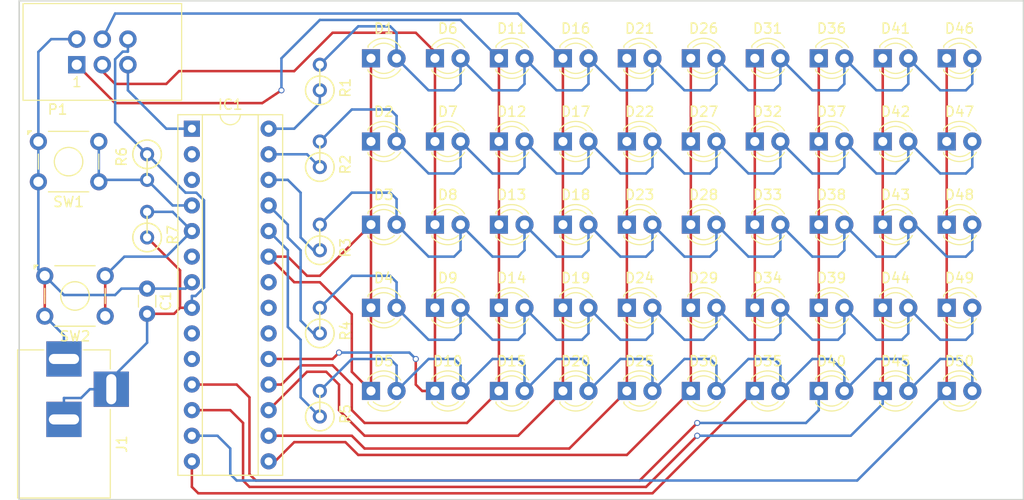
<source format=kicad_pcb>
(kicad_pcb (version 20171130) (host pcbnew "(5.1.12)-1")

  (general
    (thickness 1.6)
    (drawings 4)
    (tracks 408)
    (zones 0)
    (modules 63)
    (nets 34)
  )

  (page A4)
  (layers
    (0 F.Cu signal)
    (31 B.Cu signal)
    (32 B.Adhes user)
    (33 F.Adhes user)
    (34 B.Paste user)
    (35 F.Paste user)
    (36 B.SilkS user)
    (37 F.SilkS user)
    (38 B.Mask user)
    (39 F.Mask user)
    (40 Dwgs.User user)
    (41 Cmts.User user)
    (42 Eco1.User user)
    (43 Eco2.User user)
    (44 Edge.Cuts user)
    (45 Margin user)
    (46 B.CrtYd user)
    (47 F.CrtYd user)
    (48 B.Fab user)
    (49 F.Fab user)
  )

  (setup
    (last_trace_width 0.25)
    (trace_clearance 0.25)
    (zone_clearance 0.508)
    (zone_45_only no)
    (trace_min 0.25)
    (via_size 0.6)
    (via_drill 0.4)
    (via_min_size 0.4)
    (via_min_drill 0.3)
    (uvia_size 0.3)
    (uvia_drill 0.1)
    (uvias_allowed no)
    (uvia_min_size 0.2)
    (uvia_min_drill 0.1)
    (edge_width 0.15)
    (segment_width 0.2)
    (pcb_text_width 0.3)
    (pcb_text_size 1.5 1.5)
    (mod_edge_width 0.15)
    (mod_text_size 1 1)
    (mod_text_width 0.15)
    (pad_size 1.524 1.524)
    (pad_drill 0.762)
    (pad_to_mask_clearance 0.2)
    (aux_axis_origin 0 0)
    (visible_elements 7FFFFFFF)
    (pcbplotparams
      (layerselection 0x010f0_80000001)
      (usegerberextensions true)
      (usegerberattributes true)
      (usegerberadvancedattributes true)
      (creategerberjobfile true)
      (excludeedgelayer true)
      (linewidth 0.100000)
      (plotframeref false)
      (viasonmask false)
      (mode 1)
      (useauxorigin false)
      (hpglpennumber 1)
      (hpglpenspeed 20)
      (hpglpendiameter 15.000000)
      (psnegative false)
      (psa4output false)
      (plotreference true)
      (plotvalue true)
      (plotinvisibletext false)
      (padsonsilk false)
      (subtractmaskfromsilk false)
      (outputformat 1)
      (mirror false)
      (drillshape 0)
      (scaleselection 1)
      (outputdirectory "gerbers/"))
  )

  (net 0 "")
  (net 1 +5V)
  (net 2 GND)
  (net 3 col1)
  (net 4 "Net-(D1-Pad2)")
  (net 5 "Net-(D12-Pad2)")
  (net 6 "Net-(D13-Pad2)")
  (net 7 "Net-(D14-Pad2)")
  (net 8 "Net-(D10-Pad2)")
  (net 9 SCK)
  (net 10 MISO)
  (net 11 MOSI)
  (net 12 col5)
  (net 13 col6)
  (net 14 col7)
  (net 15 RST)
  (net 16 "Net-(IC1-Pad2)")
  (net 17 "Net-(IC1-Pad3)")
  (net 18 "Net-(IC1-Pad6)")
  (net 19 "Net-(IC1-Pad20)")
  (net 20 "Net-(IC1-Pad21)")
  (net 21 "Net-(IC1-Pad22)")
  (net 22 "Net-(IC1-Pad9)")
  (net 23 "Net-(IC1-Pad10)")
  (net 24 row5)
  (net 25 row4)
  (net 26 row3)
  (net 27 row2)
  (net 28 row1)
  (net 29 col8)
  (net 30 col9)
  (net 31 col10)
  (net 32 forward)
  (net 33 back)

  (net_class Default "This is the default net class."
    (clearance 0.25)
    (trace_width 0.25)
    (via_dia 0.6)
    (via_drill 0.4)
    (uvia_dia 0.3)
    (uvia_drill 0.1)
    (add_net +5V)
    (add_net GND)
    (add_net MISO)
    (add_net MOSI)
    (add_net "Net-(D1-Pad2)")
    (add_net "Net-(D10-Pad2)")
    (add_net "Net-(D12-Pad2)")
    (add_net "Net-(D13-Pad2)")
    (add_net "Net-(D14-Pad2)")
    (add_net "Net-(IC1-Pad10)")
    (add_net "Net-(IC1-Pad2)")
    (add_net "Net-(IC1-Pad20)")
    (add_net "Net-(IC1-Pad21)")
    (add_net "Net-(IC1-Pad22)")
    (add_net "Net-(IC1-Pad3)")
    (add_net "Net-(IC1-Pad6)")
    (add_net "Net-(IC1-Pad9)")
    (add_net RST)
    (add_net SCK)
    (add_net back)
    (add_net col1)
    (add_net col10)
    (add_net col5)
    (add_net col6)
    (add_net col7)
    (add_net col8)
    (add_net col9)
    (add_net forward)
    (add_net row1)
    (add_net row2)
    (add_net row3)
    (add_net row4)
    (add_net row5)
  )

  (module Connectors:IDC_Header_Straight_6pins (layer F.Cu) (tedit 58D26032) (tstamp 58C53271)
    (at 60.325 39.37)
    (descr "6 pins through hole IDC header")
    (tags "IDC header socket VASCH AVR ISP")
    (path /58A9D6B0)
    (fp_text reference P1 (at -1.905 4.445) (layer F.SilkS)
      (effects (font (size 1 1) (thickness 0.15)))
    )
    (fp_text value ICSP (at 3 5) (layer F.Fab)
      (effects (font (size 1 1) (thickness 0.15)))
    )
    (fp_line (start -5.33 3.53) (end -5.33 -6.07) (layer F.SilkS) (width 0.12))
    (fp_line (start 10.41 3.53) (end -5.33 3.53) (layer F.SilkS) (width 0.12))
    (fp_line (start 10.41 -6.07) (end 10.41 3.53) (layer F.SilkS) (width 0.12))
    (fp_line (start -5.33 -6.07) (end 10.41 -6.07) (layer F.SilkS) (width 0.12))
    (fp_line (start -5.58 3.78) (end -5.58 -6.32) (layer F.CrtYd) (width 0.05))
    (fp_line (start 10.66 3.78) (end -5.58 3.78) (layer F.CrtYd) (width 0.05))
    (fp_line (start 10.66 -6.32) (end 10.66 3.78) (layer F.CrtYd) (width 0.05))
    (fp_line (start -5.58 -6.32) (end 10.66 -6.32) (layer F.CrtYd) (width 0.05))
    (fp_line (start 10.16 3.28) (end 9.6 2.73) (layer F.Fab) (width 0.1))
    (fp_line (start -5.08 3.28) (end -4.54 2.73) (layer F.Fab) (width 0.1))
    (fp_line (start 10.16 -5.82) (end 9.6 -5.27) (layer F.Fab) (width 0.1))
    (fp_line (start -5.08 -5.82) (end -4.54 -5.27) (layer F.Fab) (width 0.1))
    (fp_line (start 9.6 -5.27) (end 9.6 2.73) (layer F.Fab) (width 0.1))
    (fp_line (start 10.16 -5.82) (end 10.16 3.28) (layer F.Fab) (width 0.1))
    (fp_line (start -4.54 -5.27) (end -4.54 2.73) (layer F.Fab) (width 0.1))
    (fp_line (start -5.08 -5.82) (end -5.08 3.28) (layer F.Fab) (width 0.1))
    (fp_line (start 4.79 2.73) (end 4.79 3.28) (layer F.Fab) (width 0.1))
    (fp_line (start 0.29 2.73) (end 0.29 3.28) (layer F.Fab) (width 0.1))
    (fp_line (start 4.79 2.73) (end 9.6 2.73) (layer F.Fab) (width 0.1))
    (fp_line (start -4.54 2.73) (end 0.29 2.73) (layer F.Fab) (width 0.1))
    (fp_line (start -5.08 3.28) (end 10.16 3.28) (layer F.Fab) (width 0.1))
    (fp_line (start -4.54 -5.27) (end 9.6 -5.27) (layer F.Fab) (width 0.1))
    (fp_line (start -5.08 -5.82) (end 10.16 -5.82) (layer F.Fab) (width 0.1))
    (fp_text user 1 (at 0.02 1.72) (layer F.SilkS)
      (effects (font (size 1 1) (thickness 0.12)))
    )
    (pad 1 thru_hole rect (at 0 0) (size 1.7272 1.7272) (drill 1.016) (layers *.Cu *.Mask)
      (net 10 MISO))
    (pad 2 thru_hole oval (at 0 -2.54) (size 1.7272 1.7272) (drill 1.016) (layers *.Cu *.Mask)
      (net 1 +5V))
    (pad 3 thru_hole oval (at 2.54 0) (size 1.7272 1.7272) (drill 1.016) (layers *.Cu *.Mask)
      (net 9 SCK))
    (pad 4 thru_hole oval (at 2.54 -2.54) (size 1.7272 1.7272) (drill 1.016) (layers *.Cu *.Mask)
      (net 11 MOSI))
    (pad 5 thru_hole oval (at 5.08 0) (size 1.7272 1.7272) (drill 1.016) (layers *.Cu *.Mask)
      (net 15 RST))
    (pad 6 thru_hole oval (at 5.08 -2.54) (size 1.7272 1.7272) (drill 1.016) (layers *.Cu *.Mask)
      (net 2 GND))
  )

  (module LEDs:LED_D3.0mm (layer F.Cu) (tedit 587A3A7B) (tstamp 58C53121)
    (at 89.535 38.735)
    (descr "LED, diameter 3.0mm, 2 pins")
    (tags "LED diameter 3.0mm 2 pins")
    (path /58A45F54)
    (fp_text reference D1 (at 1.27 -2.96) (layer F.SilkS)
      (effects (font (size 1 1) (thickness 0.15)))
    )
    (fp_text value LED (at 1.27 2.96) (layer F.Fab)
      (effects (font (size 1 1) (thickness 0.15)))
    )
    (fp_line (start 3.7 -2.25) (end -1.15 -2.25) (layer F.CrtYd) (width 0.05))
    (fp_line (start 3.7 2.25) (end 3.7 -2.25) (layer F.CrtYd) (width 0.05))
    (fp_line (start -1.15 2.25) (end 3.7 2.25) (layer F.CrtYd) (width 0.05))
    (fp_line (start -1.15 -2.25) (end -1.15 2.25) (layer F.CrtYd) (width 0.05))
    (fp_line (start -0.29 1.08) (end -0.29 1.236) (layer F.SilkS) (width 0.12))
    (fp_line (start -0.29 -1.236) (end -0.29 -1.08) (layer F.SilkS) (width 0.12))
    (fp_line (start -0.23 -1.16619) (end -0.23 1.16619) (layer F.Fab) (width 0.1))
    (fp_circle (center 1.27 0) (end 2.77 0) (layer F.Fab) (width 0.1))
    (fp_arc (start 1.27 0) (end -0.23 -1.16619) (angle 284.3) (layer F.Fab) (width 0.1))
    (fp_arc (start 1.27 0) (end -0.29 -1.235516) (angle 108.8) (layer F.SilkS) (width 0.12))
    (fp_arc (start 1.27 0) (end -0.29 1.235516) (angle -108.8) (layer F.SilkS) (width 0.12))
    (fp_arc (start 1.27 0) (end 0.229039 -1.08) (angle 87.9) (layer F.SilkS) (width 0.12))
    (fp_arc (start 1.27 0) (end 0.229039 1.08) (angle -87.9) (layer F.SilkS) (width 0.12))
    (pad 1 thru_hole rect (at 0 0) (size 1.8 1.8) (drill 0.9) (layers *.Cu *.Mask)
      (net 3 col1))
    (pad 2 thru_hole circle (at 2.54 0) (size 1.8 1.8) (drill 0.9) (layers *.Cu *.Mask)
      (net 4 "Net-(D1-Pad2)"))
    (model LEDs.3dshapes/LED_D3.0mm.wrl
      (at (xyz 0 0 0))
      (scale (xyz 0.393701 0.393701 0.393701))
      (rotate (xyz 0 0 0))
    )
  )

  (module LEDs:LED_D3.0mm (layer F.Cu) (tedit 587A3A7B) (tstamp 58C53127)
    (at 89.535 46.99)
    (descr "LED, diameter 3.0mm, 2 pins")
    (tags "LED diameter 3.0mm 2 pins")
    (path /58A45F5A)
    (fp_text reference D2 (at 1.27 -2.96) (layer F.SilkS)
      (effects (font (size 1 1) (thickness 0.15)))
    )
    (fp_text value LED (at 1.27 2.96) (layer F.Fab)
      (effects (font (size 1 1) (thickness 0.15)))
    )
    (fp_line (start 3.7 -2.25) (end -1.15 -2.25) (layer F.CrtYd) (width 0.05))
    (fp_line (start 3.7 2.25) (end 3.7 -2.25) (layer F.CrtYd) (width 0.05))
    (fp_line (start -1.15 2.25) (end 3.7 2.25) (layer F.CrtYd) (width 0.05))
    (fp_line (start -1.15 -2.25) (end -1.15 2.25) (layer F.CrtYd) (width 0.05))
    (fp_line (start -0.29 1.08) (end -0.29 1.236) (layer F.SilkS) (width 0.12))
    (fp_line (start -0.29 -1.236) (end -0.29 -1.08) (layer F.SilkS) (width 0.12))
    (fp_line (start -0.23 -1.16619) (end -0.23 1.16619) (layer F.Fab) (width 0.1))
    (fp_circle (center 1.27 0) (end 2.77 0) (layer F.Fab) (width 0.1))
    (fp_arc (start 1.27 0) (end -0.23 -1.16619) (angle 284.3) (layer F.Fab) (width 0.1))
    (fp_arc (start 1.27 0) (end -0.29 -1.235516) (angle 108.8) (layer F.SilkS) (width 0.12))
    (fp_arc (start 1.27 0) (end -0.29 1.235516) (angle -108.8) (layer F.SilkS) (width 0.12))
    (fp_arc (start 1.27 0) (end 0.229039 -1.08) (angle 87.9) (layer F.SilkS) (width 0.12))
    (fp_arc (start 1.27 0) (end 0.229039 1.08) (angle -87.9) (layer F.SilkS) (width 0.12))
    (pad 1 thru_hole rect (at 0 0) (size 1.8 1.8) (drill 0.9) (layers *.Cu *.Mask)
      (net 3 col1))
    (pad 2 thru_hole circle (at 2.54 0) (size 1.8 1.8) (drill 0.9) (layers *.Cu *.Mask)
      (net 5 "Net-(D12-Pad2)"))
    (model LEDs.3dshapes/LED_D3.0mm.wrl
      (at (xyz 0 0 0))
      (scale (xyz 0.393701 0.393701 0.393701))
      (rotate (xyz 0 0 0))
    )
  )

  (module LEDs:LED_D3.0mm (layer F.Cu) (tedit 587A3A7B) (tstamp 58C5312D)
    (at 89.535 55.245)
    (descr "LED, diameter 3.0mm, 2 pins")
    (tags "LED diameter 3.0mm 2 pins")
    (path /58A45F60)
    (fp_text reference D3 (at 1.27 -2.96) (layer F.SilkS)
      (effects (font (size 1 1) (thickness 0.15)))
    )
    (fp_text value LED (at 1.27 2.96) (layer F.Fab)
      (effects (font (size 1 1) (thickness 0.15)))
    )
    (fp_line (start 3.7 -2.25) (end -1.15 -2.25) (layer F.CrtYd) (width 0.05))
    (fp_line (start 3.7 2.25) (end 3.7 -2.25) (layer F.CrtYd) (width 0.05))
    (fp_line (start -1.15 2.25) (end 3.7 2.25) (layer F.CrtYd) (width 0.05))
    (fp_line (start -1.15 -2.25) (end -1.15 2.25) (layer F.CrtYd) (width 0.05))
    (fp_line (start -0.29 1.08) (end -0.29 1.236) (layer F.SilkS) (width 0.12))
    (fp_line (start -0.29 -1.236) (end -0.29 -1.08) (layer F.SilkS) (width 0.12))
    (fp_line (start -0.23 -1.16619) (end -0.23 1.16619) (layer F.Fab) (width 0.1))
    (fp_circle (center 1.27 0) (end 2.77 0) (layer F.Fab) (width 0.1))
    (fp_arc (start 1.27 0) (end -0.23 -1.16619) (angle 284.3) (layer F.Fab) (width 0.1))
    (fp_arc (start 1.27 0) (end -0.29 -1.235516) (angle 108.8) (layer F.SilkS) (width 0.12))
    (fp_arc (start 1.27 0) (end -0.29 1.235516) (angle -108.8) (layer F.SilkS) (width 0.12))
    (fp_arc (start 1.27 0) (end 0.229039 -1.08) (angle 87.9) (layer F.SilkS) (width 0.12))
    (fp_arc (start 1.27 0) (end 0.229039 1.08) (angle -87.9) (layer F.SilkS) (width 0.12))
    (pad 1 thru_hole rect (at 0 0) (size 1.8 1.8) (drill 0.9) (layers *.Cu *.Mask)
      (net 3 col1))
    (pad 2 thru_hole circle (at 2.54 0) (size 1.8 1.8) (drill 0.9) (layers *.Cu *.Mask)
      (net 6 "Net-(D13-Pad2)"))
    (model LEDs.3dshapes/LED_D3.0mm.wrl
      (at (xyz 0 0 0))
      (scale (xyz 0.393701 0.393701 0.393701))
      (rotate (xyz 0 0 0))
    )
  )

  (module LEDs:LED_D3.0mm (layer F.Cu) (tedit 587A3A7B) (tstamp 58C53133)
    (at 89.535 63.5)
    (descr "LED, diameter 3.0mm, 2 pins")
    (tags "LED diameter 3.0mm 2 pins")
    (path /58A45F66)
    (fp_text reference D4 (at 1.27 -2.96) (layer F.SilkS)
      (effects (font (size 1 1) (thickness 0.15)))
    )
    (fp_text value LED (at 1.27 2.96) (layer F.Fab)
      (effects (font (size 1 1) (thickness 0.15)))
    )
    (fp_line (start 3.7 -2.25) (end -1.15 -2.25) (layer F.CrtYd) (width 0.05))
    (fp_line (start 3.7 2.25) (end 3.7 -2.25) (layer F.CrtYd) (width 0.05))
    (fp_line (start -1.15 2.25) (end 3.7 2.25) (layer F.CrtYd) (width 0.05))
    (fp_line (start -1.15 -2.25) (end -1.15 2.25) (layer F.CrtYd) (width 0.05))
    (fp_line (start -0.29 1.08) (end -0.29 1.236) (layer F.SilkS) (width 0.12))
    (fp_line (start -0.29 -1.236) (end -0.29 -1.08) (layer F.SilkS) (width 0.12))
    (fp_line (start -0.23 -1.16619) (end -0.23 1.16619) (layer F.Fab) (width 0.1))
    (fp_circle (center 1.27 0) (end 2.77 0) (layer F.Fab) (width 0.1))
    (fp_arc (start 1.27 0) (end -0.23 -1.16619) (angle 284.3) (layer F.Fab) (width 0.1))
    (fp_arc (start 1.27 0) (end -0.29 -1.235516) (angle 108.8) (layer F.SilkS) (width 0.12))
    (fp_arc (start 1.27 0) (end -0.29 1.235516) (angle -108.8) (layer F.SilkS) (width 0.12))
    (fp_arc (start 1.27 0) (end 0.229039 -1.08) (angle 87.9) (layer F.SilkS) (width 0.12))
    (fp_arc (start 1.27 0) (end 0.229039 1.08) (angle -87.9) (layer F.SilkS) (width 0.12))
    (pad 1 thru_hole rect (at 0 0) (size 1.8 1.8) (drill 0.9) (layers *.Cu *.Mask)
      (net 3 col1))
    (pad 2 thru_hole circle (at 2.54 0) (size 1.8 1.8) (drill 0.9) (layers *.Cu *.Mask)
      (net 7 "Net-(D14-Pad2)"))
    (model LEDs.3dshapes/LED_D3.0mm.wrl
      (at (xyz 0 0 0))
      (scale (xyz 0.393701 0.393701 0.393701))
      (rotate (xyz 0 0 0))
    )
  )

  (module LEDs:LED_D3.0mm (layer F.Cu) (tedit 587A3A7B) (tstamp 58C53139)
    (at 89.535 71.755)
    (descr "LED, diameter 3.0mm, 2 pins")
    (tags "LED diameter 3.0mm 2 pins")
    (path /58A45F97)
    (fp_text reference D5 (at 1.27 -2.96) (layer F.SilkS)
      (effects (font (size 1 1) (thickness 0.15)))
    )
    (fp_text value LED (at 1.27 2.96) (layer F.Fab)
      (effects (font (size 1 1) (thickness 0.15)))
    )
    (fp_line (start 3.7 -2.25) (end -1.15 -2.25) (layer F.CrtYd) (width 0.05))
    (fp_line (start 3.7 2.25) (end 3.7 -2.25) (layer F.CrtYd) (width 0.05))
    (fp_line (start -1.15 2.25) (end 3.7 2.25) (layer F.CrtYd) (width 0.05))
    (fp_line (start -1.15 -2.25) (end -1.15 2.25) (layer F.CrtYd) (width 0.05))
    (fp_line (start -0.29 1.08) (end -0.29 1.236) (layer F.SilkS) (width 0.12))
    (fp_line (start -0.29 -1.236) (end -0.29 -1.08) (layer F.SilkS) (width 0.12))
    (fp_line (start -0.23 -1.16619) (end -0.23 1.16619) (layer F.Fab) (width 0.1))
    (fp_circle (center 1.27 0) (end 2.77 0) (layer F.Fab) (width 0.1))
    (fp_arc (start 1.27 0) (end -0.23 -1.16619) (angle 284.3) (layer F.Fab) (width 0.1))
    (fp_arc (start 1.27 0) (end -0.29 -1.235516) (angle 108.8) (layer F.SilkS) (width 0.12))
    (fp_arc (start 1.27 0) (end -0.29 1.235516) (angle -108.8) (layer F.SilkS) (width 0.12))
    (fp_arc (start 1.27 0) (end 0.229039 -1.08) (angle 87.9) (layer F.SilkS) (width 0.12))
    (fp_arc (start 1.27 0) (end 0.229039 1.08) (angle -87.9) (layer F.SilkS) (width 0.12))
    (pad 1 thru_hole rect (at 0 0) (size 1.8 1.8) (drill 0.9) (layers *.Cu *.Mask)
      (net 3 col1))
    (pad 2 thru_hole circle (at 2.54 0) (size 1.8 1.8) (drill 0.9) (layers *.Cu *.Mask)
      (net 8 "Net-(D10-Pad2)"))
    (model LEDs.3dshapes/LED_D3.0mm.wrl
      (at (xyz 0 0 0))
      (scale (xyz 0.393701 0.393701 0.393701))
      (rotate (xyz 0 0 0))
    )
  )

  (module LEDs:LED_D3.0mm (layer F.Cu) (tedit 587A3A7B) (tstamp 58C5313F)
    (at 95.885 38.735)
    (descr "LED, diameter 3.0mm, 2 pins")
    (tags "LED diameter 3.0mm 2 pins")
    (path /58A45F6C)
    (fp_text reference D6 (at 1.27 -2.96) (layer F.SilkS)
      (effects (font (size 1 1) (thickness 0.15)))
    )
    (fp_text value LED (at 1.27 2.96) (layer F.Fab)
      (effects (font (size 1 1) (thickness 0.15)))
    )
    (fp_line (start 3.7 -2.25) (end -1.15 -2.25) (layer F.CrtYd) (width 0.05))
    (fp_line (start 3.7 2.25) (end 3.7 -2.25) (layer F.CrtYd) (width 0.05))
    (fp_line (start -1.15 2.25) (end 3.7 2.25) (layer F.CrtYd) (width 0.05))
    (fp_line (start -1.15 -2.25) (end -1.15 2.25) (layer F.CrtYd) (width 0.05))
    (fp_line (start -0.29 1.08) (end -0.29 1.236) (layer F.SilkS) (width 0.12))
    (fp_line (start -0.29 -1.236) (end -0.29 -1.08) (layer F.SilkS) (width 0.12))
    (fp_line (start -0.23 -1.16619) (end -0.23 1.16619) (layer F.Fab) (width 0.1))
    (fp_circle (center 1.27 0) (end 2.77 0) (layer F.Fab) (width 0.1))
    (fp_arc (start 1.27 0) (end -0.23 -1.16619) (angle 284.3) (layer F.Fab) (width 0.1))
    (fp_arc (start 1.27 0) (end -0.29 -1.235516) (angle 108.8) (layer F.SilkS) (width 0.12))
    (fp_arc (start 1.27 0) (end -0.29 1.235516) (angle -108.8) (layer F.SilkS) (width 0.12))
    (fp_arc (start 1.27 0) (end 0.229039 -1.08) (angle 87.9) (layer F.SilkS) (width 0.12))
    (fp_arc (start 1.27 0) (end 0.229039 1.08) (angle -87.9) (layer F.SilkS) (width 0.12))
    (pad 1 thru_hole rect (at 0 0) (size 1.8 1.8) (drill 0.9) (layers *.Cu *.Mask)
      (net 9 SCK))
    (pad 2 thru_hole circle (at 2.54 0) (size 1.8 1.8) (drill 0.9) (layers *.Cu *.Mask)
      (net 4 "Net-(D1-Pad2)"))
    (model LEDs.3dshapes/LED_D3.0mm.wrl
      (at (xyz 0 0 0))
      (scale (xyz 0.393701 0.393701 0.393701))
      (rotate (xyz 0 0 0))
    )
  )

  (module LEDs:LED_D3.0mm (layer F.Cu) (tedit 587A3A7B) (tstamp 58C53145)
    (at 95.885 46.99)
    (descr "LED, diameter 3.0mm, 2 pins")
    (tags "LED diameter 3.0mm 2 pins")
    (path /58A45F72)
    (fp_text reference D7 (at 1.27 -2.96) (layer F.SilkS)
      (effects (font (size 1 1) (thickness 0.15)))
    )
    (fp_text value LED (at 1.27 2.96) (layer F.Fab)
      (effects (font (size 1 1) (thickness 0.15)))
    )
    (fp_line (start 3.7 -2.25) (end -1.15 -2.25) (layer F.CrtYd) (width 0.05))
    (fp_line (start 3.7 2.25) (end 3.7 -2.25) (layer F.CrtYd) (width 0.05))
    (fp_line (start -1.15 2.25) (end 3.7 2.25) (layer F.CrtYd) (width 0.05))
    (fp_line (start -1.15 -2.25) (end -1.15 2.25) (layer F.CrtYd) (width 0.05))
    (fp_line (start -0.29 1.08) (end -0.29 1.236) (layer F.SilkS) (width 0.12))
    (fp_line (start -0.29 -1.236) (end -0.29 -1.08) (layer F.SilkS) (width 0.12))
    (fp_line (start -0.23 -1.16619) (end -0.23 1.16619) (layer F.Fab) (width 0.1))
    (fp_circle (center 1.27 0) (end 2.77 0) (layer F.Fab) (width 0.1))
    (fp_arc (start 1.27 0) (end -0.23 -1.16619) (angle 284.3) (layer F.Fab) (width 0.1))
    (fp_arc (start 1.27 0) (end -0.29 -1.235516) (angle 108.8) (layer F.SilkS) (width 0.12))
    (fp_arc (start 1.27 0) (end -0.29 1.235516) (angle -108.8) (layer F.SilkS) (width 0.12))
    (fp_arc (start 1.27 0) (end 0.229039 -1.08) (angle 87.9) (layer F.SilkS) (width 0.12))
    (fp_arc (start 1.27 0) (end 0.229039 1.08) (angle -87.9) (layer F.SilkS) (width 0.12))
    (pad 1 thru_hole rect (at 0 0) (size 1.8 1.8) (drill 0.9) (layers *.Cu *.Mask)
      (net 9 SCK))
    (pad 2 thru_hole circle (at 2.54 0) (size 1.8 1.8) (drill 0.9) (layers *.Cu *.Mask)
      (net 5 "Net-(D12-Pad2)"))
    (model LEDs.3dshapes/LED_D3.0mm.wrl
      (at (xyz 0 0 0))
      (scale (xyz 0.393701 0.393701 0.393701))
      (rotate (xyz 0 0 0))
    )
  )

  (module LEDs:LED_D3.0mm (layer F.Cu) (tedit 587A3A7B) (tstamp 58C5314B)
    (at 95.885 55.245)
    (descr "LED, diameter 3.0mm, 2 pins")
    (tags "LED diameter 3.0mm 2 pins")
    (path /58A45F78)
    (fp_text reference D8 (at 1.27 -2.96) (layer F.SilkS)
      (effects (font (size 1 1) (thickness 0.15)))
    )
    (fp_text value LED (at 1.27 2.96) (layer F.Fab)
      (effects (font (size 1 1) (thickness 0.15)))
    )
    (fp_line (start 3.7 -2.25) (end -1.15 -2.25) (layer F.CrtYd) (width 0.05))
    (fp_line (start 3.7 2.25) (end 3.7 -2.25) (layer F.CrtYd) (width 0.05))
    (fp_line (start -1.15 2.25) (end 3.7 2.25) (layer F.CrtYd) (width 0.05))
    (fp_line (start -1.15 -2.25) (end -1.15 2.25) (layer F.CrtYd) (width 0.05))
    (fp_line (start -0.29 1.08) (end -0.29 1.236) (layer F.SilkS) (width 0.12))
    (fp_line (start -0.29 -1.236) (end -0.29 -1.08) (layer F.SilkS) (width 0.12))
    (fp_line (start -0.23 -1.16619) (end -0.23 1.16619) (layer F.Fab) (width 0.1))
    (fp_circle (center 1.27 0) (end 2.77 0) (layer F.Fab) (width 0.1))
    (fp_arc (start 1.27 0) (end -0.23 -1.16619) (angle 284.3) (layer F.Fab) (width 0.1))
    (fp_arc (start 1.27 0) (end -0.29 -1.235516) (angle 108.8) (layer F.SilkS) (width 0.12))
    (fp_arc (start 1.27 0) (end -0.29 1.235516) (angle -108.8) (layer F.SilkS) (width 0.12))
    (fp_arc (start 1.27 0) (end 0.229039 -1.08) (angle 87.9) (layer F.SilkS) (width 0.12))
    (fp_arc (start 1.27 0) (end 0.229039 1.08) (angle -87.9) (layer F.SilkS) (width 0.12))
    (pad 1 thru_hole rect (at 0 0) (size 1.8 1.8) (drill 0.9) (layers *.Cu *.Mask)
      (net 9 SCK))
    (pad 2 thru_hole circle (at 2.54 0) (size 1.8 1.8) (drill 0.9) (layers *.Cu *.Mask)
      (net 6 "Net-(D13-Pad2)"))
    (model LEDs.3dshapes/LED_D3.0mm.wrl
      (at (xyz 0 0 0))
      (scale (xyz 0.393701 0.393701 0.393701))
      (rotate (xyz 0 0 0))
    )
  )

  (module LEDs:LED_D3.0mm (layer F.Cu) (tedit 587A3A7B) (tstamp 58C53151)
    (at 95.885 63.5)
    (descr "LED, diameter 3.0mm, 2 pins")
    (tags "LED diameter 3.0mm 2 pins")
    (path /58A45F7E)
    (fp_text reference D9 (at 1.27 -2.96) (layer F.SilkS)
      (effects (font (size 1 1) (thickness 0.15)))
    )
    (fp_text value LED (at 1.27 2.96) (layer F.Fab)
      (effects (font (size 1 1) (thickness 0.15)))
    )
    (fp_line (start 3.7 -2.25) (end -1.15 -2.25) (layer F.CrtYd) (width 0.05))
    (fp_line (start 3.7 2.25) (end 3.7 -2.25) (layer F.CrtYd) (width 0.05))
    (fp_line (start -1.15 2.25) (end 3.7 2.25) (layer F.CrtYd) (width 0.05))
    (fp_line (start -1.15 -2.25) (end -1.15 2.25) (layer F.CrtYd) (width 0.05))
    (fp_line (start -0.29 1.08) (end -0.29 1.236) (layer F.SilkS) (width 0.12))
    (fp_line (start -0.29 -1.236) (end -0.29 -1.08) (layer F.SilkS) (width 0.12))
    (fp_line (start -0.23 -1.16619) (end -0.23 1.16619) (layer F.Fab) (width 0.1))
    (fp_circle (center 1.27 0) (end 2.77 0) (layer F.Fab) (width 0.1))
    (fp_arc (start 1.27 0) (end -0.23 -1.16619) (angle 284.3) (layer F.Fab) (width 0.1))
    (fp_arc (start 1.27 0) (end -0.29 -1.235516) (angle 108.8) (layer F.SilkS) (width 0.12))
    (fp_arc (start 1.27 0) (end -0.29 1.235516) (angle -108.8) (layer F.SilkS) (width 0.12))
    (fp_arc (start 1.27 0) (end 0.229039 -1.08) (angle 87.9) (layer F.SilkS) (width 0.12))
    (fp_arc (start 1.27 0) (end 0.229039 1.08) (angle -87.9) (layer F.SilkS) (width 0.12))
    (pad 1 thru_hole rect (at 0 0) (size 1.8 1.8) (drill 0.9) (layers *.Cu *.Mask)
      (net 9 SCK))
    (pad 2 thru_hole circle (at 2.54 0) (size 1.8 1.8) (drill 0.9) (layers *.Cu *.Mask)
      (net 7 "Net-(D14-Pad2)"))
    (model LEDs.3dshapes/LED_D3.0mm.wrl
      (at (xyz 0 0 0))
      (scale (xyz 0.393701 0.393701 0.393701))
      (rotate (xyz 0 0 0))
    )
  )

  (module LEDs:LED_D3.0mm (layer F.Cu) (tedit 587A3A7B) (tstamp 58C53157)
    (at 95.885 71.755)
    (descr "LED, diameter 3.0mm, 2 pins")
    (tags "LED diameter 3.0mm 2 pins")
    (path /58A45F9D)
    (fp_text reference D10 (at 1.27 -2.96) (layer F.SilkS)
      (effects (font (size 1 1) (thickness 0.15)))
    )
    (fp_text value LED (at 1.27 2.96) (layer F.Fab)
      (effects (font (size 1 1) (thickness 0.15)))
    )
    (fp_line (start 3.7 -2.25) (end -1.15 -2.25) (layer F.CrtYd) (width 0.05))
    (fp_line (start 3.7 2.25) (end 3.7 -2.25) (layer F.CrtYd) (width 0.05))
    (fp_line (start -1.15 2.25) (end 3.7 2.25) (layer F.CrtYd) (width 0.05))
    (fp_line (start -1.15 -2.25) (end -1.15 2.25) (layer F.CrtYd) (width 0.05))
    (fp_line (start -0.29 1.08) (end -0.29 1.236) (layer F.SilkS) (width 0.12))
    (fp_line (start -0.29 -1.236) (end -0.29 -1.08) (layer F.SilkS) (width 0.12))
    (fp_line (start -0.23 -1.16619) (end -0.23 1.16619) (layer F.Fab) (width 0.1))
    (fp_circle (center 1.27 0) (end 2.77 0) (layer F.Fab) (width 0.1))
    (fp_arc (start 1.27 0) (end -0.23 -1.16619) (angle 284.3) (layer F.Fab) (width 0.1))
    (fp_arc (start 1.27 0) (end -0.29 -1.235516) (angle 108.8) (layer F.SilkS) (width 0.12))
    (fp_arc (start 1.27 0) (end -0.29 1.235516) (angle -108.8) (layer F.SilkS) (width 0.12))
    (fp_arc (start 1.27 0) (end 0.229039 -1.08) (angle 87.9) (layer F.SilkS) (width 0.12))
    (fp_arc (start 1.27 0) (end 0.229039 1.08) (angle -87.9) (layer F.SilkS) (width 0.12))
    (pad 1 thru_hole rect (at 0 0) (size 1.8 1.8) (drill 0.9) (layers *.Cu *.Mask)
      (net 9 SCK))
    (pad 2 thru_hole circle (at 2.54 0) (size 1.8 1.8) (drill 0.9) (layers *.Cu *.Mask)
      (net 8 "Net-(D10-Pad2)"))
    (model LEDs.3dshapes/LED_D3.0mm.wrl
      (at (xyz 0 0 0))
      (scale (xyz 0.393701 0.393701 0.393701))
      (rotate (xyz 0 0 0))
    )
  )

  (module LEDs:LED_D3.0mm (layer F.Cu) (tedit 587A3A7B) (tstamp 58C5315D)
    (at 102.235 38.735)
    (descr "LED, diameter 3.0mm, 2 pins")
    (tags "LED diameter 3.0mm 2 pins")
    (path /58A45EF5)
    (fp_text reference D11 (at 1.27 -2.96) (layer F.SilkS)
      (effects (font (size 1 1) (thickness 0.15)))
    )
    (fp_text value LED (at 1.27 2.96) (layer F.Fab)
      (effects (font (size 1 1) (thickness 0.15)))
    )
    (fp_line (start 3.7 -2.25) (end -1.15 -2.25) (layer F.CrtYd) (width 0.05))
    (fp_line (start 3.7 2.25) (end 3.7 -2.25) (layer F.CrtYd) (width 0.05))
    (fp_line (start -1.15 2.25) (end 3.7 2.25) (layer F.CrtYd) (width 0.05))
    (fp_line (start -1.15 -2.25) (end -1.15 2.25) (layer F.CrtYd) (width 0.05))
    (fp_line (start -0.29 1.08) (end -0.29 1.236) (layer F.SilkS) (width 0.12))
    (fp_line (start -0.29 -1.236) (end -0.29 -1.08) (layer F.SilkS) (width 0.12))
    (fp_line (start -0.23 -1.16619) (end -0.23 1.16619) (layer F.Fab) (width 0.1))
    (fp_circle (center 1.27 0) (end 2.77 0) (layer F.Fab) (width 0.1))
    (fp_arc (start 1.27 0) (end -0.23 -1.16619) (angle 284.3) (layer F.Fab) (width 0.1))
    (fp_arc (start 1.27 0) (end -0.29 -1.235516) (angle 108.8) (layer F.SilkS) (width 0.12))
    (fp_arc (start 1.27 0) (end -0.29 1.235516) (angle -108.8) (layer F.SilkS) (width 0.12))
    (fp_arc (start 1.27 0) (end 0.229039 -1.08) (angle 87.9) (layer F.SilkS) (width 0.12))
    (fp_arc (start 1.27 0) (end 0.229039 1.08) (angle -87.9) (layer F.SilkS) (width 0.12))
    (pad 1 thru_hole rect (at 0 0) (size 1.8 1.8) (drill 0.9) (layers *.Cu *.Mask)
      (net 10 MISO))
    (pad 2 thru_hole circle (at 2.54 0) (size 1.8 1.8) (drill 0.9) (layers *.Cu *.Mask)
      (net 4 "Net-(D1-Pad2)"))
    (model LEDs.3dshapes/LED_D3.0mm.wrl
      (at (xyz 0 0 0))
      (scale (xyz 0.393701 0.393701 0.393701))
      (rotate (xyz 0 0 0))
    )
  )

  (module LEDs:LED_D3.0mm (layer F.Cu) (tedit 587A3A7B) (tstamp 58C53163)
    (at 102.235 46.99)
    (descr "LED, diameter 3.0mm, 2 pins")
    (tags "LED diameter 3.0mm 2 pins")
    (path /58A45EFB)
    (fp_text reference D12 (at 1.27 -2.96) (layer F.SilkS)
      (effects (font (size 1 1) (thickness 0.15)))
    )
    (fp_text value LED (at 1.27 2.96) (layer F.Fab)
      (effects (font (size 1 1) (thickness 0.15)))
    )
    (fp_line (start 3.7 -2.25) (end -1.15 -2.25) (layer F.CrtYd) (width 0.05))
    (fp_line (start 3.7 2.25) (end 3.7 -2.25) (layer F.CrtYd) (width 0.05))
    (fp_line (start -1.15 2.25) (end 3.7 2.25) (layer F.CrtYd) (width 0.05))
    (fp_line (start -1.15 -2.25) (end -1.15 2.25) (layer F.CrtYd) (width 0.05))
    (fp_line (start -0.29 1.08) (end -0.29 1.236) (layer F.SilkS) (width 0.12))
    (fp_line (start -0.29 -1.236) (end -0.29 -1.08) (layer F.SilkS) (width 0.12))
    (fp_line (start -0.23 -1.16619) (end -0.23 1.16619) (layer F.Fab) (width 0.1))
    (fp_circle (center 1.27 0) (end 2.77 0) (layer F.Fab) (width 0.1))
    (fp_arc (start 1.27 0) (end -0.23 -1.16619) (angle 284.3) (layer F.Fab) (width 0.1))
    (fp_arc (start 1.27 0) (end -0.29 -1.235516) (angle 108.8) (layer F.SilkS) (width 0.12))
    (fp_arc (start 1.27 0) (end -0.29 1.235516) (angle -108.8) (layer F.SilkS) (width 0.12))
    (fp_arc (start 1.27 0) (end 0.229039 -1.08) (angle 87.9) (layer F.SilkS) (width 0.12))
    (fp_arc (start 1.27 0) (end 0.229039 1.08) (angle -87.9) (layer F.SilkS) (width 0.12))
    (pad 1 thru_hole rect (at 0 0) (size 1.8 1.8) (drill 0.9) (layers *.Cu *.Mask)
      (net 10 MISO))
    (pad 2 thru_hole circle (at 2.54 0) (size 1.8 1.8) (drill 0.9) (layers *.Cu *.Mask)
      (net 5 "Net-(D12-Pad2)"))
    (model LEDs.3dshapes/LED_D3.0mm.wrl
      (at (xyz 0 0 0))
      (scale (xyz 0.393701 0.393701 0.393701))
      (rotate (xyz 0 0 0))
    )
  )

  (module LEDs:LED_D3.0mm (layer F.Cu) (tedit 587A3A7B) (tstamp 58C53169)
    (at 102.235 55.245)
    (descr "LED, diameter 3.0mm, 2 pins")
    (tags "LED diameter 3.0mm 2 pins")
    (path /58A45F01)
    (fp_text reference D13 (at 1.27 -2.96) (layer F.SilkS)
      (effects (font (size 1 1) (thickness 0.15)))
    )
    (fp_text value LED (at 1.27 2.96) (layer F.Fab)
      (effects (font (size 1 1) (thickness 0.15)))
    )
    (fp_line (start 3.7 -2.25) (end -1.15 -2.25) (layer F.CrtYd) (width 0.05))
    (fp_line (start 3.7 2.25) (end 3.7 -2.25) (layer F.CrtYd) (width 0.05))
    (fp_line (start -1.15 2.25) (end 3.7 2.25) (layer F.CrtYd) (width 0.05))
    (fp_line (start -1.15 -2.25) (end -1.15 2.25) (layer F.CrtYd) (width 0.05))
    (fp_line (start -0.29 1.08) (end -0.29 1.236) (layer F.SilkS) (width 0.12))
    (fp_line (start -0.29 -1.236) (end -0.29 -1.08) (layer F.SilkS) (width 0.12))
    (fp_line (start -0.23 -1.16619) (end -0.23 1.16619) (layer F.Fab) (width 0.1))
    (fp_circle (center 1.27 0) (end 2.77 0) (layer F.Fab) (width 0.1))
    (fp_arc (start 1.27 0) (end -0.23 -1.16619) (angle 284.3) (layer F.Fab) (width 0.1))
    (fp_arc (start 1.27 0) (end -0.29 -1.235516) (angle 108.8) (layer F.SilkS) (width 0.12))
    (fp_arc (start 1.27 0) (end -0.29 1.235516) (angle -108.8) (layer F.SilkS) (width 0.12))
    (fp_arc (start 1.27 0) (end 0.229039 -1.08) (angle 87.9) (layer F.SilkS) (width 0.12))
    (fp_arc (start 1.27 0) (end 0.229039 1.08) (angle -87.9) (layer F.SilkS) (width 0.12))
    (pad 1 thru_hole rect (at 0 0) (size 1.8 1.8) (drill 0.9) (layers *.Cu *.Mask)
      (net 10 MISO))
    (pad 2 thru_hole circle (at 2.54 0) (size 1.8 1.8) (drill 0.9) (layers *.Cu *.Mask)
      (net 6 "Net-(D13-Pad2)"))
    (model LEDs.3dshapes/LED_D3.0mm.wrl
      (at (xyz 0 0 0))
      (scale (xyz 0.393701 0.393701 0.393701))
      (rotate (xyz 0 0 0))
    )
  )

  (module LEDs:LED_D3.0mm (layer F.Cu) (tedit 587A3A7B) (tstamp 58C5316F)
    (at 102.235 63.5)
    (descr "LED, diameter 3.0mm, 2 pins")
    (tags "LED diameter 3.0mm 2 pins")
    (path /58A45F07)
    (fp_text reference D14 (at 1.27 -2.96) (layer F.SilkS)
      (effects (font (size 1 1) (thickness 0.15)))
    )
    (fp_text value LED (at 1.27 2.96) (layer F.Fab)
      (effects (font (size 1 1) (thickness 0.15)))
    )
    (fp_line (start 3.7 -2.25) (end -1.15 -2.25) (layer F.CrtYd) (width 0.05))
    (fp_line (start 3.7 2.25) (end 3.7 -2.25) (layer F.CrtYd) (width 0.05))
    (fp_line (start -1.15 2.25) (end 3.7 2.25) (layer F.CrtYd) (width 0.05))
    (fp_line (start -1.15 -2.25) (end -1.15 2.25) (layer F.CrtYd) (width 0.05))
    (fp_line (start -0.29 1.08) (end -0.29 1.236) (layer F.SilkS) (width 0.12))
    (fp_line (start -0.29 -1.236) (end -0.29 -1.08) (layer F.SilkS) (width 0.12))
    (fp_line (start -0.23 -1.16619) (end -0.23 1.16619) (layer F.Fab) (width 0.1))
    (fp_circle (center 1.27 0) (end 2.77 0) (layer F.Fab) (width 0.1))
    (fp_arc (start 1.27 0) (end -0.23 -1.16619) (angle 284.3) (layer F.Fab) (width 0.1))
    (fp_arc (start 1.27 0) (end -0.29 -1.235516) (angle 108.8) (layer F.SilkS) (width 0.12))
    (fp_arc (start 1.27 0) (end -0.29 1.235516) (angle -108.8) (layer F.SilkS) (width 0.12))
    (fp_arc (start 1.27 0) (end 0.229039 -1.08) (angle 87.9) (layer F.SilkS) (width 0.12))
    (fp_arc (start 1.27 0) (end 0.229039 1.08) (angle -87.9) (layer F.SilkS) (width 0.12))
    (pad 1 thru_hole rect (at 0 0) (size 1.8 1.8) (drill 0.9) (layers *.Cu *.Mask)
      (net 10 MISO))
    (pad 2 thru_hole circle (at 2.54 0) (size 1.8 1.8) (drill 0.9) (layers *.Cu *.Mask)
      (net 7 "Net-(D14-Pad2)"))
    (model LEDs.3dshapes/LED_D3.0mm.wrl
      (at (xyz 0 0 0))
      (scale (xyz 0.393701 0.393701 0.393701))
      (rotate (xyz 0 0 0))
    )
  )

  (module LEDs:LED_D3.0mm (layer F.Cu) (tedit 587A3A7B) (tstamp 58C53175)
    (at 102.235 71.755)
    (descr "LED, diameter 3.0mm, 2 pins")
    (tags "LED diameter 3.0mm 2 pins")
    (path /58A45F3C)
    (fp_text reference D15 (at 1.27 -2.96) (layer F.SilkS)
      (effects (font (size 1 1) (thickness 0.15)))
    )
    (fp_text value LED (at 1.27 2.96) (layer F.Fab)
      (effects (font (size 1 1) (thickness 0.15)))
    )
    (fp_line (start 3.7 -2.25) (end -1.15 -2.25) (layer F.CrtYd) (width 0.05))
    (fp_line (start 3.7 2.25) (end 3.7 -2.25) (layer F.CrtYd) (width 0.05))
    (fp_line (start -1.15 2.25) (end 3.7 2.25) (layer F.CrtYd) (width 0.05))
    (fp_line (start -1.15 -2.25) (end -1.15 2.25) (layer F.CrtYd) (width 0.05))
    (fp_line (start -0.29 1.08) (end -0.29 1.236) (layer F.SilkS) (width 0.12))
    (fp_line (start -0.29 -1.236) (end -0.29 -1.08) (layer F.SilkS) (width 0.12))
    (fp_line (start -0.23 -1.16619) (end -0.23 1.16619) (layer F.Fab) (width 0.1))
    (fp_circle (center 1.27 0) (end 2.77 0) (layer F.Fab) (width 0.1))
    (fp_arc (start 1.27 0) (end -0.23 -1.16619) (angle 284.3) (layer F.Fab) (width 0.1))
    (fp_arc (start 1.27 0) (end -0.29 -1.235516) (angle 108.8) (layer F.SilkS) (width 0.12))
    (fp_arc (start 1.27 0) (end -0.29 1.235516) (angle -108.8) (layer F.SilkS) (width 0.12))
    (fp_arc (start 1.27 0) (end 0.229039 -1.08) (angle 87.9) (layer F.SilkS) (width 0.12))
    (fp_arc (start 1.27 0) (end 0.229039 1.08) (angle -87.9) (layer F.SilkS) (width 0.12))
    (pad 1 thru_hole rect (at 0 0) (size 1.8 1.8) (drill 0.9) (layers *.Cu *.Mask)
      (net 10 MISO))
    (pad 2 thru_hole circle (at 2.54 0) (size 1.8 1.8) (drill 0.9) (layers *.Cu *.Mask)
      (net 8 "Net-(D10-Pad2)"))
    (model LEDs.3dshapes/LED_D3.0mm.wrl
      (at (xyz 0 0 0))
      (scale (xyz 0.393701 0.393701 0.393701))
      (rotate (xyz 0 0 0))
    )
  )

  (module LEDs:LED_D3.0mm (layer F.Cu) (tedit 587A3A7B) (tstamp 58C5317B)
    (at 108.585 38.735)
    (descr "LED, diameter 3.0mm, 2 pins")
    (tags "LED diameter 3.0mm 2 pins")
    (path /58A45F0D)
    (fp_text reference D16 (at 1.27 -2.96) (layer F.SilkS)
      (effects (font (size 1 1) (thickness 0.15)))
    )
    (fp_text value LED (at 1.27 2.96) (layer F.Fab)
      (effects (font (size 1 1) (thickness 0.15)))
    )
    (fp_line (start 3.7 -2.25) (end -1.15 -2.25) (layer F.CrtYd) (width 0.05))
    (fp_line (start 3.7 2.25) (end 3.7 -2.25) (layer F.CrtYd) (width 0.05))
    (fp_line (start -1.15 2.25) (end 3.7 2.25) (layer F.CrtYd) (width 0.05))
    (fp_line (start -1.15 -2.25) (end -1.15 2.25) (layer F.CrtYd) (width 0.05))
    (fp_line (start -0.29 1.08) (end -0.29 1.236) (layer F.SilkS) (width 0.12))
    (fp_line (start -0.29 -1.236) (end -0.29 -1.08) (layer F.SilkS) (width 0.12))
    (fp_line (start -0.23 -1.16619) (end -0.23 1.16619) (layer F.Fab) (width 0.1))
    (fp_circle (center 1.27 0) (end 2.77 0) (layer F.Fab) (width 0.1))
    (fp_arc (start 1.27 0) (end -0.23 -1.16619) (angle 284.3) (layer F.Fab) (width 0.1))
    (fp_arc (start 1.27 0) (end -0.29 -1.235516) (angle 108.8) (layer F.SilkS) (width 0.12))
    (fp_arc (start 1.27 0) (end -0.29 1.235516) (angle -108.8) (layer F.SilkS) (width 0.12))
    (fp_arc (start 1.27 0) (end 0.229039 -1.08) (angle 87.9) (layer F.SilkS) (width 0.12))
    (fp_arc (start 1.27 0) (end 0.229039 1.08) (angle -87.9) (layer F.SilkS) (width 0.12))
    (pad 1 thru_hole rect (at 0 0) (size 1.8 1.8) (drill 0.9) (layers *.Cu *.Mask)
      (net 11 MOSI))
    (pad 2 thru_hole circle (at 2.54 0) (size 1.8 1.8) (drill 0.9) (layers *.Cu *.Mask)
      (net 4 "Net-(D1-Pad2)"))
    (model LEDs.3dshapes/LED_D3.0mm.wrl
      (at (xyz 0 0 0))
      (scale (xyz 0.393701 0.393701 0.393701))
      (rotate (xyz 0 0 0))
    )
  )

  (module LEDs:LED_D3.0mm (layer F.Cu) (tedit 587A3A7B) (tstamp 58C53181)
    (at 108.585 46.99)
    (descr "LED, diameter 3.0mm, 2 pins")
    (tags "LED diameter 3.0mm 2 pins")
    (path /58A45F13)
    (fp_text reference D17 (at 1.27 -2.96) (layer F.SilkS)
      (effects (font (size 1 1) (thickness 0.15)))
    )
    (fp_text value LED (at 1.27 2.96) (layer F.Fab)
      (effects (font (size 1 1) (thickness 0.15)))
    )
    (fp_line (start 3.7 -2.25) (end -1.15 -2.25) (layer F.CrtYd) (width 0.05))
    (fp_line (start 3.7 2.25) (end 3.7 -2.25) (layer F.CrtYd) (width 0.05))
    (fp_line (start -1.15 2.25) (end 3.7 2.25) (layer F.CrtYd) (width 0.05))
    (fp_line (start -1.15 -2.25) (end -1.15 2.25) (layer F.CrtYd) (width 0.05))
    (fp_line (start -0.29 1.08) (end -0.29 1.236) (layer F.SilkS) (width 0.12))
    (fp_line (start -0.29 -1.236) (end -0.29 -1.08) (layer F.SilkS) (width 0.12))
    (fp_line (start -0.23 -1.16619) (end -0.23 1.16619) (layer F.Fab) (width 0.1))
    (fp_circle (center 1.27 0) (end 2.77 0) (layer F.Fab) (width 0.1))
    (fp_arc (start 1.27 0) (end -0.23 -1.16619) (angle 284.3) (layer F.Fab) (width 0.1))
    (fp_arc (start 1.27 0) (end -0.29 -1.235516) (angle 108.8) (layer F.SilkS) (width 0.12))
    (fp_arc (start 1.27 0) (end -0.29 1.235516) (angle -108.8) (layer F.SilkS) (width 0.12))
    (fp_arc (start 1.27 0) (end 0.229039 -1.08) (angle 87.9) (layer F.SilkS) (width 0.12))
    (fp_arc (start 1.27 0) (end 0.229039 1.08) (angle -87.9) (layer F.SilkS) (width 0.12))
    (pad 1 thru_hole rect (at 0 0) (size 1.8 1.8) (drill 0.9) (layers *.Cu *.Mask)
      (net 11 MOSI))
    (pad 2 thru_hole circle (at 2.54 0) (size 1.8 1.8) (drill 0.9) (layers *.Cu *.Mask)
      (net 5 "Net-(D12-Pad2)"))
    (model LEDs.3dshapes/LED_D3.0mm.wrl
      (at (xyz 0 0 0))
      (scale (xyz 0.393701 0.393701 0.393701))
      (rotate (xyz 0 0 0))
    )
  )

  (module LEDs:LED_D3.0mm (layer F.Cu) (tedit 587A3A7B) (tstamp 58C53187)
    (at 108.585 55.245)
    (descr "LED, diameter 3.0mm, 2 pins")
    (tags "LED diameter 3.0mm 2 pins")
    (path /58A45F19)
    (fp_text reference D18 (at 1.27 -2.96) (layer F.SilkS)
      (effects (font (size 1 1) (thickness 0.15)))
    )
    (fp_text value LED (at 1.27 2.96) (layer F.Fab)
      (effects (font (size 1 1) (thickness 0.15)))
    )
    (fp_line (start 3.7 -2.25) (end -1.15 -2.25) (layer F.CrtYd) (width 0.05))
    (fp_line (start 3.7 2.25) (end 3.7 -2.25) (layer F.CrtYd) (width 0.05))
    (fp_line (start -1.15 2.25) (end 3.7 2.25) (layer F.CrtYd) (width 0.05))
    (fp_line (start -1.15 -2.25) (end -1.15 2.25) (layer F.CrtYd) (width 0.05))
    (fp_line (start -0.29 1.08) (end -0.29 1.236) (layer F.SilkS) (width 0.12))
    (fp_line (start -0.29 -1.236) (end -0.29 -1.08) (layer F.SilkS) (width 0.12))
    (fp_line (start -0.23 -1.16619) (end -0.23 1.16619) (layer F.Fab) (width 0.1))
    (fp_circle (center 1.27 0) (end 2.77 0) (layer F.Fab) (width 0.1))
    (fp_arc (start 1.27 0) (end -0.23 -1.16619) (angle 284.3) (layer F.Fab) (width 0.1))
    (fp_arc (start 1.27 0) (end -0.29 -1.235516) (angle 108.8) (layer F.SilkS) (width 0.12))
    (fp_arc (start 1.27 0) (end -0.29 1.235516) (angle -108.8) (layer F.SilkS) (width 0.12))
    (fp_arc (start 1.27 0) (end 0.229039 -1.08) (angle 87.9) (layer F.SilkS) (width 0.12))
    (fp_arc (start 1.27 0) (end 0.229039 1.08) (angle -87.9) (layer F.SilkS) (width 0.12))
    (pad 1 thru_hole rect (at 0 0) (size 1.8 1.8) (drill 0.9) (layers *.Cu *.Mask)
      (net 11 MOSI))
    (pad 2 thru_hole circle (at 2.54 0) (size 1.8 1.8) (drill 0.9) (layers *.Cu *.Mask)
      (net 6 "Net-(D13-Pad2)"))
    (model LEDs.3dshapes/LED_D3.0mm.wrl
      (at (xyz 0 0 0))
      (scale (xyz 0.393701 0.393701 0.393701))
      (rotate (xyz 0 0 0))
    )
  )

  (module LEDs:LED_D3.0mm (layer F.Cu) (tedit 587A3A7B) (tstamp 58C5318D)
    (at 108.585 63.5)
    (descr "LED, diameter 3.0mm, 2 pins")
    (tags "LED diameter 3.0mm 2 pins")
    (path /58A45F1F)
    (fp_text reference D19 (at 1.27 -2.96) (layer F.SilkS)
      (effects (font (size 1 1) (thickness 0.15)))
    )
    (fp_text value LED (at 1.27 2.96) (layer F.Fab)
      (effects (font (size 1 1) (thickness 0.15)))
    )
    (fp_line (start 3.7 -2.25) (end -1.15 -2.25) (layer F.CrtYd) (width 0.05))
    (fp_line (start 3.7 2.25) (end 3.7 -2.25) (layer F.CrtYd) (width 0.05))
    (fp_line (start -1.15 2.25) (end 3.7 2.25) (layer F.CrtYd) (width 0.05))
    (fp_line (start -1.15 -2.25) (end -1.15 2.25) (layer F.CrtYd) (width 0.05))
    (fp_line (start -0.29 1.08) (end -0.29 1.236) (layer F.SilkS) (width 0.12))
    (fp_line (start -0.29 -1.236) (end -0.29 -1.08) (layer F.SilkS) (width 0.12))
    (fp_line (start -0.23 -1.16619) (end -0.23 1.16619) (layer F.Fab) (width 0.1))
    (fp_circle (center 1.27 0) (end 2.77 0) (layer F.Fab) (width 0.1))
    (fp_arc (start 1.27 0) (end -0.23 -1.16619) (angle 284.3) (layer F.Fab) (width 0.1))
    (fp_arc (start 1.27 0) (end -0.29 -1.235516) (angle 108.8) (layer F.SilkS) (width 0.12))
    (fp_arc (start 1.27 0) (end -0.29 1.235516) (angle -108.8) (layer F.SilkS) (width 0.12))
    (fp_arc (start 1.27 0) (end 0.229039 -1.08) (angle 87.9) (layer F.SilkS) (width 0.12))
    (fp_arc (start 1.27 0) (end 0.229039 1.08) (angle -87.9) (layer F.SilkS) (width 0.12))
    (pad 1 thru_hole rect (at 0 0) (size 1.8 1.8) (drill 0.9) (layers *.Cu *.Mask)
      (net 11 MOSI))
    (pad 2 thru_hole circle (at 2.54 0) (size 1.8 1.8) (drill 0.9) (layers *.Cu *.Mask)
      (net 7 "Net-(D14-Pad2)"))
    (model LEDs.3dshapes/LED_D3.0mm.wrl
      (at (xyz 0 0 0))
      (scale (xyz 0.393701 0.393701 0.393701))
      (rotate (xyz 0 0 0))
    )
  )

  (module LEDs:LED_D3.0mm (layer F.Cu) (tedit 587A3A7B) (tstamp 58C53193)
    (at 108.585 71.755)
    (descr "LED, diameter 3.0mm, 2 pins")
    (tags "LED diameter 3.0mm 2 pins")
    (path /58A45F42)
    (fp_text reference D20 (at 1.27 -2.96) (layer F.SilkS)
      (effects (font (size 1 1) (thickness 0.15)))
    )
    (fp_text value LED (at 1.27 2.96) (layer F.Fab)
      (effects (font (size 1 1) (thickness 0.15)))
    )
    (fp_line (start 3.7 -2.25) (end -1.15 -2.25) (layer F.CrtYd) (width 0.05))
    (fp_line (start 3.7 2.25) (end 3.7 -2.25) (layer F.CrtYd) (width 0.05))
    (fp_line (start -1.15 2.25) (end 3.7 2.25) (layer F.CrtYd) (width 0.05))
    (fp_line (start -1.15 -2.25) (end -1.15 2.25) (layer F.CrtYd) (width 0.05))
    (fp_line (start -0.29 1.08) (end -0.29 1.236) (layer F.SilkS) (width 0.12))
    (fp_line (start -0.29 -1.236) (end -0.29 -1.08) (layer F.SilkS) (width 0.12))
    (fp_line (start -0.23 -1.16619) (end -0.23 1.16619) (layer F.Fab) (width 0.1))
    (fp_circle (center 1.27 0) (end 2.77 0) (layer F.Fab) (width 0.1))
    (fp_arc (start 1.27 0) (end -0.23 -1.16619) (angle 284.3) (layer F.Fab) (width 0.1))
    (fp_arc (start 1.27 0) (end -0.29 -1.235516) (angle 108.8) (layer F.SilkS) (width 0.12))
    (fp_arc (start 1.27 0) (end -0.29 1.235516) (angle -108.8) (layer F.SilkS) (width 0.12))
    (fp_arc (start 1.27 0) (end 0.229039 -1.08) (angle 87.9) (layer F.SilkS) (width 0.12))
    (fp_arc (start 1.27 0) (end 0.229039 1.08) (angle -87.9) (layer F.SilkS) (width 0.12))
    (pad 1 thru_hole rect (at 0 0) (size 1.8 1.8) (drill 0.9) (layers *.Cu *.Mask)
      (net 11 MOSI))
    (pad 2 thru_hole circle (at 2.54 0) (size 1.8 1.8) (drill 0.9) (layers *.Cu *.Mask)
      (net 8 "Net-(D10-Pad2)"))
    (model LEDs.3dshapes/LED_D3.0mm.wrl
      (at (xyz 0 0 0))
      (scale (xyz 0.393701 0.393701 0.393701))
      (rotate (xyz 0 0 0))
    )
  )

  (module LEDs:LED_D3.0mm (layer F.Cu) (tedit 587A3A7B) (tstamp 58C53199)
    (at 114.935 38.735)
    (descr "LED, diameter 3.0mm, 2 pins")
    (tags "LED diameter 3.0mm 2 pins")
    (path /58A45795)
    (fp_text reference D21 (at 1.27 -2.96) (layer F.SilkS)
      (effects (font (size 1 1) (thickness 0.15)))
    )
    (fp_text value LED (at 1.27 2.96) (layer F.Fab)
      (effects (font (size 1 1) (thickness 0.15)))
    )
    (fp_line (start 3.7 -2.25) (end -1.15 -2.25) (layer F.CrtYd) (width 0.05))
    (fp_line (start 3.7 2.25) (end 3.7 -2.25) (layer F.CrtYd) (width 0.05))
    (fp_line (start -1.15 2.25) (end 3.7 2.25) (layer F.CrtYd) (width 0.05))
    (fp_line (start -1.15 -2.25) (end -1.15 2.25) (layer F.CrtYd) (width 0.05))
    (fp_line (start -0.29 1.08) (end -0.29 1.236) (layer F.SilkS) (width 0.12))
    (fp_line (start -0.29 -1.236) (end -0.29 -1.08) (layer F.SilkS) (width 0.12))
    (fp_line (start -0.23 -1.16619) (end -0.23 1.16619) (layer F.Fab) (width 0.1))
    (fp_circle (center 1.27 0) (end 2.77 0) (layer F.Fab) (width 0.1))
    (fp_arc (start 1.27 0) (end -0.23 -1.16619) (angle 284.3) (layer F.Fab) (width 0.1))
    (fp_arc (start 1.27 0) (end -0.29 -1.235516) (angle 108.8) (layer F.SilkS) (width 0.12))
    (fp_arc (start 1.27 0) (end -0.29 1.235516) (angle -108.8) (layer F.SilkS) (width 0.12))
    (fp_arc (start 1.27 0) (end 0.229039 -1.08) (angle 87.9) (layer F.SilkS) (width 0.12))
    (fp_arc (start 1.27 0) (end 0.229039 1.08) (angle -87.9) (layer F.SilkS) (width 0.12))
    (pad 1 thru_hole rect (at 0 0) (size 1.8 1.8) (drill 0.9) (layers *.Cu *.Mask)
      (net 12 col5))
    (pad 2 thru_hole circle (at 2.54 0) (size 1.8 1.8) (drill 0.9) (layers *.Cu *.Mask)
      (net 4 "Net-(D1-Pad2)"))
    (model LEDs.3dshapes/LED_D3.0mm.wrl
      (at (xyz 0 0 0))
      (scale (xyz 0.393701 0.393701 0.393701))
      (rotate (xyz 0 0 0))
    )
  )

  (module LEDs:LED_D3.0mm (layer F.Cu) (tedit 587A3A7B) (tstamp 58C5319F)
    (at 114.935 46.99)
    (descr "LED, diameter 3.0mm, 2 pins")
    (tags "LED diameter 3.0mm 2 pins")
    (path /58A4579B)
    (fp_text reference D22 (at 1.27 -2.96) (layer F.SilkS)
      (effects (font (size 1 1) (thickness 0.15)))
    )
    (fp_text value LED (at 1.27 2.96) (layer F.Fab)
      (effects (font (size 1 1) (thickness 0.15)))
    )
    (fp_line (start 3.7 -2.25) (end -1.15 -2.25) (layer F.CrtYd) (width 0.05))
    (fp_line (start 3.7 2.25) (end 3.7 -2.25) (layer F.CrtYd) (width 0.05))
    (fp_line (start -1.15 2.25) (end 3.7 2.25) (layer F.CrtYd) (width 0.05))
    (fp_line (start -1.15 -2.25) (end -1.15 2.25) (layer F.CrtYd) (width 0.05))
    (fp_line (start -0.29 1.08) (end -0.29 1.236) (layer F.SilkS) (width 0.12))
    (fp_line (start -0.29 -1.236) (end -0.29 -1.08) (layer F.SilkS) (width 0.12))
    (fp_line (start -0.23 -1.16619) (end -0.23 1.16619) (layer F.Fab) (width 0.1))
    (fp_circle (center 1.27 0) (end 2.77 0) (layer F.Fab) (width 0.1))
    (fp_arc (start 1.27 0) (end -0.23 -1.16619) (angle 284.3) (layer F.Fab) (width 0.1))
    (fp_arc (start 1.27 0) (end -0.29 -1.235516) (angle 108.8) (layer F.SilkS) (width 0.12))
    (fp_arc (start 1.27 0) (end -0.29 1.235516) (angle -108.8) (layer F.SilkS) (width 0.12))
    (fp_arc (start 1.27 0) (end 0.229039 -1.08) (angle 87.9) (layer F.SilkS) (width 0.12))
    (fp_arc (start 1.27 0) (end 0.229039 1.08) (angle -87.9) (layer F.SilkS) (width 0.12))
    (pad 1 thru_hole rect (at 0 0) (size 1.8 1.8) (drill 0.9) (layers *.Cu *.Mask)
      (net 12 col5))
    (pad 2 thru_hole circle (at 2.54 0) (size 1.8 1.8) (drill 0.9) (layers *.Cu *.Mask)
      (net 5 "Net-(D12-Pad2)"))
    (model LEDs.3dshapes/LED_D3.0mm.wrl
      (at (xyz 0 0 0))
      (scale (xyz 0.393701 0.393701 0.393701))
      (rotate (xyz 0 0 0))
    )
  )

  (module LEDs:LED_D3.0mm (layer F.Cu) (tedit 587A3A7B) (tstamp 58C531A5)
    (at 114.935 55.245)
    (descr "LED, diameter 3.0mm, 2 pins")
    (tags "LED diameter 3.0mm 2 pins")
    (path /58A457A1)
    (fp_text reference D23 (at 1.27 -2.96) (layer F.SilkS)
      (effects (font (size 1 1) (thickness 0.15)))
    )
    (fp_text value LED (at 1.27 2.96) (layer F.Fab)
      (effects (font (size 1 1) (thickness 0.15)))
    )
    (fp_line (start 3.7 -2.25) (end -1.15 -2.25) (layer F.CrtYd) (width 0.05))
    (fp_line (start 3.7 2.25) (end 3.7 -2.25) (layer F.CrtYd) (width 0.05))
    (fp_line (start -1.15 2.25) (end 3.7 2.25) (layer F.CrtYd) (width 0.05))
    (fp_line (start -1.15 -2.25) (end -1.15 2.25) (layer F.CrtYd) (width 0.05))
    (fp_line (start -0.29 1.08) (end -0.29 1.236) (layer F.SilkS) (width 0.12))
    (fp_line (start -0.29 -1.236) (end -0.29 -1.08) (layer F.SilkS) (width 0.12))
    (fp_line (start -0.23 -1.16619) (end -0.23 1.16619) (layer F.Fab) (width 0.1))
    (fp_circle (center 1.27 0) (end 2.77 0) (layer F.Fab) (width 0.1))
    (fp_arc (start 1.27 0) (end -0.23 -1.16619) (angle 284.3) (layer F.Fab) (width 0.1))
    (fp_arc (start 1.27 0) (end -0.29 -1.235516) (angle 108.8) (layer F.SilkS) (width 0.12))
    (fp_arc (start 1.27 0) (end -0.29 1.235516) (angle -108.8) (layer F.SilkS) (width 0.12))
    (fp_arc (start 1.27 0) (end 0.229039 -1.08) (angle 87.9) (layer F.SilkS) (width 0.12))
    (fp_arc (start 1.27 0) (end 0.229039 1.08) (angle -87.9) (layer F.SilkS) (width 0.12))
    (pad 1 thru_hole rect (at 0 0) (size 1.8 1.8) (drill 0.9) (layers *.Cu *.Mask)
      (net 12 col5))
    (pad 2 thru_hole circle (at 2.54 0) (size 1.8 1.8) (drill 0.9) (layers *.Cu *.Mask)
      (net 6 "Net-(D13-Pad2)"))
    (model LEDs.3dshapes/LED_D3.0mm.wrl
      (at (xyz 0 0 0))
      (scale (xyz 0.393701 0.393701 0.393701))
      (rotate (xyz 0 0 0))
    )
  )

  (module LEDs:LED_D3.0mm (layer F.Cu) (tedit 587A3A7B) (tstamp 58C531AB)
    (at 114.935 63.5)
    (descr "LED, diameter 3.0mm, 2 pins")
    (tags "LED diameter 3.0mm 2 pins")
    (path /58A457A7)
    (fp_text reference D24 (at 1.27 -2.96) (layer F.SilkS)
      (effects (font (size 1 1) (thickness 0.15)))
    )
    (fp_text value LED (at 1.27 2.96) (layer F.Fab)
      (effects (font (size 1 1) (thickness 0.15)))
    )
    (fp_line (start 3.7 -2.25) (end -1.15 -2.25) (layer F.CrtYd) (width 0.05))
    (fp_line (start 3.7 2.25) (end 3.7 -2.25) (layer F.CrtYd) (width 0.05))
    (fp_line (start -1.15 2.25) (end 3.7 2.25) (layer F.CrtYd) (width 0.05))
    (fp_line (start -1.15 -2.25) (end -1.15 2.25) (layer F.CrtYd) (width 0.05))
    (fp_line (start -0.29 1.08) (end -0.29 1.236) (layer F.SilkS) (width 0.12))
    (fp_line (start -0.29 -1.236) (end -0.29 -1.08) (layer F.SilkS) (width 0.12))
    (fp_line (start -0.23 -1.16619) (end -0.23 1.16619) (layer F.Fab) (width 0.1))
    (fp_circle (center 1.27 0) (end 2.77 0) (layer F.Fab) (width 0.1))
    (fp_arc (start 1.27 0) (end -0.23 -1.16619) (angle 284.3) (layer F.Fab) (width 0.1))
    (fp_arc (start 1.27 0) (end -0.29 -1.235516) (angle 108.8) (layer F.SilkS) (width 0.12))
    (fp_arc (start 1.27 0) (end -0.29 1.235516) (angle -108.8) (layer F.SilkS) (width 0.12))
    (fp_arc (start 1.27 0) (end 0.229039 -1.08) (angle 87.9) (layer F.SilkS) (width 0.12))
    (fp_arc (start 1.27 0) (end 0.229039 1.08) (angle -87.9) (layer F.SilkS) (width 0.12))
    (pad 1 thru_hole rect (at 0 0) (size 1.8 1.8) (drill 0.9) (layers *.Cu *.Mask)
      (net 12 col5))
    (pad 2 thru_hole circle (at 2.54 0) (size 1.8 1.8) (drill 0.9) (layers *.Cu *.Mask)
      (net 7 "Net-(D14-Pad2)"))
    (model LEDs.3dshapes/LED_D3.0mm.wrl
      (at (xyz 0 0 0))
      (scale (xyz 0.393701 0.393701 0.393701))
      (rotate (xyz 0 0 0))
    )
  )

  (module LEDs:LED_D3.0mm (layer F.Cu) (tedit 587A3A7B) (tstamp 58C531B1)
    (at 114.935 71.755)
    (descr "LED, diameter 3.0mm, 2 pins")
    (tags "LED diameter 3.0mm 2 pins")
    (path /58A457DC)
    (fp_text reference D25 (at 1.27 -2.96) (layer F.SilkS)
      (effects (font (size 1 1) (thickness 0.15)))
    )
    (fp_text value LED (at 1.27 2.96) (layer F.Fab)
      (effects (font (size 1 1) (thickness 0.15)))
    )
    (fp_line (start 3.7 -2.25) (end -1.15 -2.25) (layer F.CrtYd) (width 0.05))
    (fp_line (start 3.7 2.25) (end 3.7 -2.25) (layer F.CrtYd) (width 0.05))
    (fp_line (start -1.15 2.25) (end 3.7 2.25) (layer F.CrtYd) (width 0.05))
    (fp_line (start -1.15 -2.25) (end -1.15 2.25) (layer F.CrtYd) (width 0.05))
    (fp_line (start -0.29 1.08) (end -0.29 1.236) (layer F.SilkS) (width 0.12))
    (fp_line (start -0.29 -1.236) (end -0.29 -1.08) (layer F.SilkS) (width 0.12))
    (fp_line (start -0.23 -1.16619) (end -0.23 1.16619) (layer F.Fab) (width 0.1))
    (fp_circle (center 1.27 0) (end 2.77 0) (layer F.Fab) (width 0.1))
    (fp_arc (start 1.27 0) (end -0.23 -1.16619) (angle 284.3) (layer F.Fab) (width 0.1))
    (fp_arc (start 1.27 0) (end -0.29 -1.235516) (angle 108.8) (layer F.SilkS) (width 0.12))
    (fp_arc (start 1.27 0) (end -0.29 1.235516) (angle -108.8) (layer F.SilkS) (width 0.12))
    (fp_arc (start 1.27 0) (end 0.229039 -1.08) (angle 87.9) (layer F.SilkS) (width 0.12))
    (fp_arc (start 1.27 0) (end 0.229039 1.08) (angle -87.9) (layer F.SilkS) (width 0.12))
    (pad 1 thru_hole rect (at 0 0) (size 1.8 1.8) (drill 0.9) (layers *.Cu *.Mask)
      (net 12 col5))
    (pad 2 thru_hole circle (at 2.54 0) (size 1.8 1.8) (drill 0.9) (layers *.Cu *.Mask)
      (net 8 "Net-(D10-Pad2)"))
    (model LEDs.3dshapes/LED_D3.0mm.wrl
      (at (xyz 0 0 0))
      (scale (xyz 0.393701 0.393701 0.393701))
      (rotate (xyz 0 0 0))
    )
  )

  (module LEDs:LED_D3.0mm (layer F.Cu) (tedit 587A3A7B) (tstamp 58C531B7)
    (at 121.285 38.735)
    (descr "LED, diameter 3.0mm, 2 pins")
    (tags "LED diameter 3.0mm 2 pins")
    (path /58A457AD)
    (fp_text reference D26 (at 1.27 -2.96) (layer F.SilkS)
      (effects (font (size 1 1) (thickness 0.15)))
    )
    (fp_text value LED (at 1.27 2.96) (layer F.Fab)
      (effects (font (size 1 1) (thickness 0.15)))
    )
    (fp_line (start 3.7 -2.25) (end -1.15 -2.25) (layer F.CrtYd) (width 0.05))
    (fp_line (start 3.7 2.25) (end 3.7 -2.25) (layer F.CrtYd) (width 0.05))
    (fp_line (start -1.15 2.25) (end 3.7 2.25) (layer F.CrtYd) (width 0.05))
    (fp_line (start -1.15 -2.25) (end -1.15 2.25) (layer F.CrtYd) (width 0.05))
    (fp_line (start -0.29 1.08) (end -0.29 1.236) (layer F.SilkS) (width 0.12))
    (fp_line (start -0.29 -1.236) (end -0.29 -1.08) (layer F.SilkS) (width 0.12))
    (fp_line (start -0.23 -1.16619) (end -0.23 1.16619) (layer F.Fab) (width 0.1))
    (fp_circle (center 1.27 0) (end 2.77 0) (layer F.Fab) (width 0.1))
    (fp_arc (start 1.27 0) (end -0.23 -1.16619) (angle 284.3) (layer F.Fab) (width 0.1))
    (fp_arc (start 1.27 0) (end -0.29 -1.235516) (angle 108.8) (layer F.SilkS) (width 0.12))
    (fp_arc (start 1.27 0) (end -0.29 1.235516) (angle -108.8) (layer F.SilkS) (width 0.12))
    (fp_arc (start 1.27 0) (end 0.229039 -1.08) (angle 87.9) (layer F.SilkS) (width 0.12))
    (fp_arc (start 1.27 0) (end 0.229039 1.08) (angle -87.9) (layer F.SilkS) (width 0.12))
    (pad 1 thru_hole rect (at 0 0) (size 1.8 1.8) (drill 0.9) (layers *.Cu *.Mask)
      (net 13 col6))
    (pad 2 thru_hole circle (at 2.54 0) (size 1.8 1.8) (drill 0.9) (layers *.Cu *.Mask)
      (net 4 "Net-(D1-Pad2)"))
    (model LEDs.3dshapes/LED_D3.0mm.wrl
      (at (xyz 0 0 0))
      (scale (xyz 0.393701 0.393701 0.393701))
      (rotate (xyz 0 0 0))
    )
  )

  (module LEDs:LED_D3.0mm (layer F.Cu) (tedit 587A3A7B) (tstamp 58C531BD)
    (at 121.285 46.99)
    (descr "LED, diameter 3.0mm, 2 pins")
    (tags "LED diameter 3.0mm 2 pins")
    (path /58A457B3)
    (fp_text reference D27 (at 1.27 -2.96) (layer F.SilkS)
      (effects (font (size 1 1) (thickness 0.15)))
    )
    (fp_text value LED (at 1.27 2.96) (layer F.Fab)
      (effects (font (size 1 1) (thickness 0.15)))
    )
    (fp_line (start 3.7 -2.25) (end -1.15 -2.25) (layer F.CrtYd) (width 0.05))
    (fp_line (start 3.7 2.25) (end 3.7 -2.25) (layer F.CrtYd) (width 0.05))
    (fp_line (start -1.15 2.25) (end 3.7 2.25) (layer F.CrtYd) (width 0.05))
    (fp_line (start -1.15 -2.25) (end -1.15 2.25) (layer F.CrtYd) (width 0.05))
    (fp_line (start -0.29 1.08) (end -0.29 1.236) (layer F.SilkS) (width 0.12))
    (fp_line (start -0.29 -1.236) (end -0.29 -1.08) (layer F.SilkS) (width 0.12))
    (fp_line (start -0.23 -1.16619) (end -0.23 1.16619) (layer F.Fab) (width 0.1))
    (fp_circle (center 1.27 0) (end 2.77 0) (layer F.Fab) (width 0.1))
    (fp_arc (start 1.27 0) (end -0.23 -1.16619) (angle 284.3) (layer F.Fab) (width 0.1))
    (fp_arc (start 1.27 0) (end -0.29 -1.235516) (angle 108.8) (layer F.SilkS) (width 0.12))
    (fp_arc (start 1.27 0) (end -0.29 1.235516) (angle -108.8) (layer F.SilkS) (width 0.12))
    (fp_arc (start 1.27 0) (end 0.229039 -1.08) (angle 87.9) (layer F.SilkS) (width 0.12))
    (fp_arc (start 1.27 0) (end 0.229039 1.08) (angle -87.9) (layer F.SilkS) (width 0.12))
    (pad 1 thru_hole rect (at 0 0) (size 1.8 1.8) (drill 0.9) (layers *.Cu *.Mask)
      (net 13 col6))
    (pad 2 thru_hole circle (at 2.54 0) (size 1.8 1.8) (drill 0.9) (layers *.Cu *.Mask)
      (net 5 "Net-(D12-Pad2)"))
    (model LEDs.3dshapes/LED_D3.0mm.wrl
      (at (xyz 0 0 0))
      (scale (xyz 0.393701 0.393701 0.393701))
      (rotate (xyz 0 0 0))
    )
  )

  (module LEDs:LED_D3.0mm (layer F.Cu) (tedit 587A3A7B) (tstamp 58C531C3)
    (at 121.285 55.245)
    (descr "LED, diameter 3.0mm, 2 pins")
    (tags "LED diameter 3.0mm 2 pins")
    (path /58A457B9)
    (fp_text reference D28 (at 1.27 -2.96) (layer F.SilkS)
      (effects (font (size 1 1) (thickness 0.15)))
    )
    (fp_text value LED (at 1.27 2.96) (layer F.Fab)
      (effects (font (size 1 1) (thickness 0.15)))
    )
    (fp_line (start 3.7 -2.25) (end -1.15 -2.25) (layer F.CrtYd) (width 0.05))
    (fp_line (start 3.7 2.25) (end 3.7 -2.25) (layer F.CrtYd) (width 0.05))
    (fp_line (start -1.15 2.25) (end 3.7 2.25) (layer F.CrtYd) (width 0.05))
    (fp_line (start -1.15 -2.25) (end -1.15 2.25) (layer F.CrtYd) (width 0.05))
    (fp_line (start -0.29 1.08) (end -0.29 1.236) (layer F.SilkS) (width 0.12))
    (fp_line (start -0.29 -1.236) (end -0.29 -1.08) (layer F.SilkS) (width 0.12))
    (fp_line (start -0.23 -1.16619) (end -0.23 1.16619) (layer F.Fab) (width 0.1))
    (fp_circle (center 1.27 0) (end 2.77 0) (layer F.Fab) (width 0.1))
    (fp_arc (start 1.27 0) (end -0.23 -1.16619) (angle 284.3) (layer F.Fab) (width 0.1))
    (fp_arc (start 1.27 0) (end -0.29 -1.235516) (angle 108.8) (layer F.SilkS) (width 0.12))
    (fp_arc (start 1.27 0) (end -0.29 1.235516) (angle -108.8) (layer F.SilkS) (width 0.12))
    (fp_arc (start 1.27 0) (end 0.229039 -1.08) (angle 87.9) (layer F.SilkS) (width 0.12))
    (fp_arc (start 1.27 0) (end 0.229039 1.08) (angle -87.9) (layer F.SilkS) (width 0.12))
    (pad 1 thru_hole rect (at 0 0) (size 1.8 1.8) (drill 0.9) (layers *.Cu *.Mask)
      (net 13 col6))
    (pad 2 thru_hole circle (at 2.54 0) (size 1.8 1.8) (drill 0.9) (layers *.Cu *.Mask)
      (net 6 "Net-(D13-Pad2)"))
    (model LEDs.3dshapes/LED_D3.0mm.wrl
      (at (xyz 0 0 0))
      (scale (xyz 0.393701 0.393701 0.393701))
      (rotate (xyz 0 0 0))
    )
  )

  (module LEDs:LED_D3.0mm (layer F.Cu) (tedit 587A3A7B) (tstamp 58C531C9)
    (at 121.285 63.5)
    (descr "LED, diameter 3.0mm, 2 pins")
    (tags "LED diameter 3.0mm 2 pins")
    (path /58A457BF)
    (fp_text reference D29 (at 1.27 -2.96) (layer F.SilkS)
      (effects (font (size 1 1) (thickness 0.15)))
    )
    (fp_text value LED (at 1.27 2.96) (layer F.Fab)
      (effects (font (size 1 1) (thickness 0.15)))
    )
    (fp_line (start 3.7 -2.25) (end -1.15 -2.25) (layer F.CrtYd) (width 0.05))
    (fp_line (start 3.7 2.25) (end 3.7 -2.25) (layer F.CrtYd) (width 0.05))
    (fp_line (start -1.15 2.25) (end 3.7 2.25) (layer F.CrtYd) (width 0.05))
    (fp_line (start -1.15 -2.25) (end -1.15 2.25) (layer F.CrtYd) (width 0.05))
    (fp_line (start -0.29 1.08) (end -0.29 1.236) (layer F.SilkS) (width 0.12))
    (fp_line (start -0.29 -1.236) (end -0.29 -1.08) (layer F.SilkS) (width 0.12))
    (fp_line (start -0.23 -1.16619) (end -0.23 1.16619) (layer F.Fab) (width 0.1))
    (fp_circle (center 1.27 0) (end 2.77 0) (layer F.Fab) (width 0.1))
    (fp_arc (start 1.27 0) (end -0.23 -1.16619) (angle 284.3) (layer F.Fab) (width 0.1))
    (fp_arc (start 1.27 0) (end -0.29 -1.235516) (angle 108.8) (layer F.SilkS) (width 0.12))
    (fp_arc (start 1.27 0) (end -0.29 1.235516) (angle -108.8) (layer F.SilkS) (width 0.12))
    (fp_arc (start 1.27 0) (end 0.229039 -1.08) (angle 87.9) (layer F.SilkS) (width 0.12))
    (fp_arc (start 1.27 0) (end 0.229039 1.08) (angle -87.9) (layer F.SilkS) (width 0.12))
    (pad 1 thru_hole rect (at 0 0) (size 1.8 1.8) (drill 0.9) (layers *.Cu *.Mask)
      (net 13 col6))
    (pad 2 thru_hole circle (at 2.54 0) (size 1.8 1.8) (drill 0.9) (layers *.Cu *.Mask)
      (net 7 "Net-(D14-Pad2)"))
    (model LEDs.3dshapes/LED_D3.0mm.wrl
      (at (xyz 0 0 0))
      (scale (xyz 0.393701 0.393701 0.393701))
      (rotate (xyz 0 0 0))
    )
  )

  (module LEDs:LED_D3.0mm (layer F.Cu) (tedit 587A3A7B) (tstamp 58C531CF)
    (at 121.285 71.755)
    (descr "LED, diameter 3.0mm, 2 pins")
    (tags "LED diameter 3.0mm 2 pins")
    (path /58A457E2)
    (fp_text reference D30 (at 1.27 -2.96) (layer F.SilkS)
      (effects (font (size 1 1) (thickness 0.15)))
    )
    (fp_text value LED (at 1.27 2.96) (layer F.Fab)
      (effects (font (size 1 1) (thickness 0.15)))
    )
    (fp_line (start 3.7 -2.25) (end -1.15 -2.25) (layer F.CrtYd) (width 0.05))
    (fp_line (start 3.7 2.25) (end 3.7 -2.25) (layer F.CrtYd) (width 0.05))
    (fp_line (start -1.15 2.25) (end 3.7 2.25) (layer F.CrtYd) (width 0.05))
    (fp_line (start -1.15 -2.25) (end -1.15 2.25) (layer F.CrtYd) (width 0.05))
    (fp_line (start -0.29 1.08) (end -0.29 1.236) (layer F.SilkS) (width 0.12))
    (fp_line (start -0.29 -1.236) (end -0.29 -1.08) (layer F.SilkS) (width 0.12))
    (fp_line (start -0.23 -1.16619) (end -0.23 1.16619) (layer F.Fab) (width 0.1))
    (fp_circle (center 1.27 0) (end 2.77 0) (layer F.Fab) (width 0.1))
    (fp_arc (start 1.27 0) (end -0.23 -1.16619) (angle 284.3) (layer F.Fab) (width 0.1))
    (fp_arc (start 1.27 0) (end -0.29 -1.235516) (angle 108.8) (layer F.SilkS) (width 0.12))
    (fp_arc (start 1.27 0) (end -0.29 1.235516) (angle -108.8) (layer F.SilkS) (width 0.12))
    (fp_arc (start 1.27 0) (end 0.229039 -1.08) (angle 87.9) (layer F.SilkS) (width 0.12))
    (fp_arc (start 1.27 0) (end 0.229039 1.08) (angle -87.9) (layer F.SilkS) (width 0.12))
    (pad 1 thru_hole rect (at 0 0) (size 1.8 1.8) (drill 0.9) (layers *.Cu *.Mask)
      (net 13 col6))
    (pad 2 thru_hole circle (at 2.54 0) (size 1.8 1.8) (drill 0.9) (layers *.Cu *.Mask)
      (net 8 "Net-(D10-Pad2)"))
    (model LEDs.3dshapes/LED_D3.0mm.wrl
      (at (xyz 0 0 0))
      (scale (xyz 0.393701 0.393701 0.393701))
      (rotate (xyz 0 0 0))
    )
  )

  (module LEDs:LED_D3.0mm (layer F.Cu) (tedit 587A3A7B) (tstamp 58C531D5)
    (at 127.635 38.735)
    (descr "LED, diameter 3.0mm, 2 pins")
    (tags "LED diameter 3.0mm 2 pins")
    (path /58A0AB44)
    (fp_text reference D31 (at 1.27 -2.96) (layer F.SilkS)
      (effects (font (size 1 1) (thickness 0.15)))
    )
    (fp_text value LED (at 1.27 2.96) (layer F.Fab)
      (effects (font (size 1 1) (thickness 0.15)))
    )
    (fp_line (start 3.7 -2.25) (end -1.15 -2.25) (layer F.CrtYd) (width 0.05))
    (fp_line (start 3.7 2.25) (end 3.7 -2.25) (layer F.CrtYd) (width 0.05))
    (fp_line (start -1.15 2.25) (end 3.7 2.25) (layer F.CrtYd) (width 0.05))
    (fp_line (start -1.15 -2.25) (end -1.15 2.25) (layer F.CrtYd) (width 0.05))
    (fp_line (start -0.29 1.08) (end -0.29 1.236) (layer F.SilkS) (width 0.12))
    (fp_line (start -0.29 -1.236) (end -0.29 -1.08) (layer F.SilkS) (width 0.12))
    (fp_line (start -0.23 -1.16619) (end -0.23 1.16619) (layer F.Fab) (width 0.1))
    (fp_circle (center 1.27 0) (end 2.77 0) (layer F.Fab) (width 0.1))
    (fp_arc (start 1.27 0) (end -0.23 -1.16619) (angle 284.3) (layer F.Fab) (width 0.1))
    (fp_arc (start 1.27 0) (end -0.29 -1.235516) (angle 108.8) (layer F.SilkS) (width 0.12))
    (fp_arc (start 1.27 0) (end -0.29 1.235516) (angle -108.8) (layer F.SilkS) (width 0.12))
    (fp_arc (start 1.27 0) (end 0.229039 -1.08) (angle 87.9) (layer F.SilkS) (width 0.12))
    (fp_arc (start 1.27 0) (end 0.229039 1.08) (angle -87.9) (layer F.SilkS) (width 0.12))
    (pad 1 thru_hole rect (at 0 0) (size 1.8 1.8) (drill 0.9) (layers *.Cu *.Mask)
      (net 14 col7))
    (pad 2 thru_hole circle (at 2.54 0) (size 1.8 1.8) (drill 0.9) (layers *.Cu *.Mask)
      (net 4 "Net-(D1-Pad2)"))
    (model LEDs.3dshapes/LED_D3.0mm.wrl
      (at (xyz 0 0 0))
      (scale (xyz 0.393701 0.393701 0.393701))
      (rotate (xyz 0 0 0))
    )
  )

  (module LEDs:LED_D3.0mm (layer F.Cu) (tedit 587A3A7B) (tstamp 58C531DB)
    (at 127.635 46.99)
    (descr "LED, diameter 3.0mm, 2 pins")
    (tags "LED diameter 3.0mm 2 pins")
    (path /58A0AC66)
    (fp_text reference D32 (at 1.27 -2.96) (layer F.SilkS)
      (effects (font (size 1 1) (thickness 0.15)))
    )
    (fp_text value LED (at 1.27 2.96) (layer F.Fab)
      (effects (font (size 1 1) (thickness 0.15)))
    )
    (fp_line (start 3.7 -2.25) (end -1.15 -2.25) (layer F.CrtYd) (width 0.05))
    (fp_line (start 3.7 2.25) (end 3.7 -2.25) (layer F.CrtYd) (width 0.05))
    (fp_line (start -1.15 2.25) (end 3.7 2.25) (layer F.CrtYd) (width 0.05))
    (fp_line (start -1.15 -2.25) (end -1.15 2.25) (layer F.CrtYd) (width 0.05))
    (fp_line (start -0.29 1.08) (end -0.29 1.236) (layer F.SilkS) (width 0.12))
    (fp_line (start -0.29 -1.236) (end -0.29 -1.08) (layer F.SilkS) (width 0.12))
    (fp_line (start -0.23 -1.16619) (end -0.23 1.16619) (layer F.Fab) (width 0.1))
    (fp_circle (center 1.27 0) (end 2.77 0) (layer F.Fab) (width 0.1))
    (fp_arc (start 1.27 0) (end -0.23 -1.16619) (angle 284.3) (layer F.Fab) (width 0.1))
    (fp_arc (start 1.27 0) (end -0.29 -1.235516) (angle 108.8) (layer F.SilkS) (width 0.12))
    (fp_arc (start 1.27 0) (end -0.29 1.235516) (angle -108.8) (layer F.SilkS) (width 0.12))
    (fp_arc (start 1.27 0) (end 0.229039 -1.08) (angle 87.9) (layer F.SilkS) (width 0.12))
    (fp_arc (start 1.27 0) (end 0.229039 1.08) (angle -87.9) (layer F.SilkS) (width 0.12))
    (pad 1 thru_hole rect (at 0 0) (size 1.8 1.8) (drill 0.9) (layers *.Cu *.Mask)
      (net 14 col7))
    (pad 2 thru_hole circle (at 2.54 0) (size 1.8 1.8) (drill 0.9) (layers *.Cu *.Mask)
      (net 5 "Net-(D12-Pad2)"))
    (model LEDs.3dshapes/LED_D3.0mm.wrl
      (at (xyz 0 0 0))
      (scale (xyz 0.393701 0.393701 0.393701))
      (rotate (xyz 0 0 0))
    )
  )

  (module LEDs:LED_D3.0mm (layer F.Cu) (tedit 587A3A7B) (tstamp 58C531E1)
    (at 127.635 55.245)
    (descr "LED, diameter 3.0mm, 2 pins")
    (tags "LED diameter 3.0mm 2 pins")
    (path /58A0AC8A)
    (fp_text reference D33 (at 1.27 -2.96) (layer F.SilkS)
      (effects (font (size 1 1) (thickness 0.15)))
    )
    (fp_text value LED (at 1.27 2.96) (layer F.Fab)
      (effects (font (size 1 1) (thickness 0.15)))
    )
    (fp_line (start 3.7 -2.25) (end -1.15 -2.25) (layer F.CrtYd) (width 0.05))
    (fp_line (start 3.7 2.25) (end 3.7 -2.25) (layer F.CrtYd) (width 0.05))
    (fp_line (start -1.15 2.25) (end 3.7 2.25) (layer F.CrtYd) (width 0.05))
    (fp_line (start -1.15 -2.25) (end -1.15 2.25) (layer F.CrtYd) (width 0.05))
    (fp_line (start -0.29 1.08) (end -0.29 1.236) (layer F.SilkS) (width 0.12))
    (fp_line (start -0.29 -1.236) (end -0.29 -1.08) (layer F.SilkS) (width 0.12))
    (fp_line (start -0.23 -1.16619) (end -0.23 1.16619) (layer F.Fab) (width 0.1))
    (fp_circle (center 1.27 0) (end 2.77 0) (layer F.Fab) (width 0.1))
    (fp_arc (start 1.27 0) (end -0.23 -1.16619) (angle 284.3) (layer F.Fab) (width 0.1))
    (fp_arc (start 1.27 0) (end -0.29 -1.235516) (angle 108.8) (layer F.SilkS) (width 0.12))
    (fp_arc (start 1.27 0) (end -0.29 1.235516) (angle -108.8) (layer F.SilkS) (width 0.12))
    (fp_arc (start 1.27 0) (end 0.229039 -1.08) (angle 87.9) (layer F.SilkS) (width 0.12))
    (fp_arc (start 1.27 0) (end 0.229039 1.08) (angle -87.9) (layer F.SilkS) (width 0.12))
    (pad 1 thru_hole rect (at 0 0) (size 1.8 1.8) (drill 0.9) (layers *.Cu *.Mask)
      (net 14 col7))
    (pad 2 thru_hole circle (at 2.54 0) (size 1.8 1.8) (drill 0.9) (layers *.Cu *.Mask)
      (net 6 "Net-(D13-Pad2)"))
    (model LEDs.3dshapes/LED_D3.0mm.wrl
      (at (xyz 0 0 0))
      (scale (xyz 0.393701 0.393701 0.393701))
      (rotate (xyz 0 0 0))
    )
  )

  (module LEDs:LED_D3.0mm (layer F.Cu) (tedit 587A3A7B) (tstamp 58C531E7)
    (at 127.635 63.5)
    (descr "LED, diameter 3.0mm, 2 pins")
    (tags "LED diameter 3.0mm 2 pins")
    (path /58A0ACB1)
    (fp_text reference D34 (at 1.27 -2.96) (layer F.SilkS)
      (effects (font (size 1 1) (thickness 0.15)))
    )
    (fp_text value LED (at 1.27 2.96) (layer F.Fab)
      (effects (font (size 1 1) (thickness 0.15)))
    )
    (fp_line (start 3.7 -2.25) (end -1.15 -2.25) (layer F.CrtYd) (width 0.05))
    (fp_line (start 3.7 2.25) (end 3.7 -2.25) (layer F.CrtYd) (width 0.05))
    (fp_line (start -1.15 2.25) (end 3.7 2.25) (layer F.CrtYd) (width 0.05))
    (fp_line (start -1.15 -2.25) (end -1.15 2.25) (layer F.CrtYd) (width 0.05))
    (fp_line (start -0.29 1.08) (end -0.29 1.236) (layer F.SilkS) (width 0.12))
    (fp_line (start -0.29 -1.236) (end -0.29 -1.08) (layer F.SilkS) (width 0.12))
    (fp_line (start -0.23 -1.16619) (end -0.23 1.16619) (layer F.Fab) (width 0.1))
    (fp_circle (center 1.27 0) (end 2.77 0) (layer F.Fab) (width 0.1))
    (fp_arc (start 1.27 0) (end -0.23 -1.16619) (angle 284.3) (layer F.Fab) (width 0.1))
    (fp_arc (start 1.27 0) (end -0.29 -1.235516) (angle 108.8) (layer F.SilkS) (width 0.12))
    (fp_arc (start 1.27 0) (end -0.29 1.235516) (angle -108.8) (layer F.SilkS) (width 0.12))
    (fp_arc (start 1.27 0) (end 0.229039 -1.08) (angle 87.9) (layer F.SilkS) (width 0.12))
    (fp_arc (start 1.27 0) (end 0.229039 1.08) (angle -87.9) (layer F.SilkS) (width 0.12))
    (pad 1 thru_hole rect (at 0 0) (size 1.8 1.8) (drill 0.9) (layers *.Cu *.Mask)
      (net 14 col7))
    (pad 2 thru_hole circle (at 2.54 0) (size 1.8 1.8) (drill 0.9) (layers *.Cu *.Mask)
      (net 7 "Net-(D14-Pad2)"))
    (model LEDs.3dshapes/LED_D3.0mm.wrl
      (at (xyz 0 0 0))
      (scale (xyz 0.393701 0.393701 0.393701))
      (rotate (xyz 0 0 0))
    )
  )

  (module LEDs:LED_D3.0mm (layer F.Cu) (tedit 587A3A7B) (tstamp 58C531ED)
    (at 127.635 71.755)
    (descr "LED, diameter 3.0mm, 2 pins")
    (tags "LED diameter 3.0mm 2 pins")
    (path /58A44DD9)
    (fp_text reference D35 (at 1.27 -2.96) (layer F.SilkS)
      (effects (font (size 1 1) (thickness 0.15)))
    )
    (fp_text value LED (at 1.27 2.96) (layer F.Fab)
      (effects (font (size 1 1) (thickness 0.15)))
    )
    (fp_line (start 3.7 -2.25) (end -1.15 -2.25) (layer F.CrtYd) (width 0.05))
    (fp_line (start 3.7 2.25) (end 3.7 -2.25) (layer F.CrtYd) (width 0.05))
    (fp_line (start -1.15 2.25) (end 3.7 2.25) (layer F.CrtYd) (width 0.05))
    (fp_line (start -1.15 -2.25) (end -1.15 2.25) (layer F.CrtYd) (width 0.05))
    (fp_line (start -0.29 1.08) (end -0.29 1.236) (layer F.SilkS) (width 0.12))
    (fp_line (start -0.29 -1.236) (end -0.29 -1.08) (layer F.SilkS) (width 0.12))
    (fp_line (start -0.23 -1.16619) (end -0.23 1.16619) (layer F.Fab) (width 0.1))
    (fp_circle (center 1.27 0) (end 2.77 0) (layer F.Fab) (width 0.1))
    (fp_arc (start 1.27 0) (end -0.23 -1.16619) (angle 284.3) (layer F.Fab) (width 0.1))
    (fp_arc (start 1.27 0) (end -0.29 -1.235516) (angle 108.8) (layer F.SilkS) (width 0.12))
    (fp_arc (start 1.27 0) (end -0.29 1.235516) (angle -108.8) (layer F.SilkS) (width 0.12))
    (fp_arc (start 1.27 0) (end 0.229039 -1.08) (angle 87.9) (layer F.SilkS) (width 0.12))
    (fp_arc (start 1.27 0) (end 0.229039 1.08) (angle -87.9) (layer F.SilkS) (width 0.12))
    (pad 1 thru_hole rect (at 0 0) (size 1.8 1.8) (drill 0.9) (layers *.Cu *.Mask)
      (net 14 col7))
    (pad 2 thru_hole circle (at 2.54 0) (size 1.8 1.8) (drill 0.9) (layers *.Cu *.Mask)
      (net 8 "Net-(D10-Pad2)"))
    (model LEDs.3dshapes/LED_D3.0mm.wrl
      (at (xyz 0 0 0))
      (scale (xyz 0.393701 0.393701 0.393701))
      (rotate (xyz 0 0 0))
    )
  )

  (module LEDs:LED_D3.0mm (layer F.Cu) (tedit 587A3A7B) (tstamp 58C531F3)
    (at 133.985 38.735)
    (descr "LED, diameter 3.0mm, 2 pins")
    (tags "LED diameter 3.0mm 2 pins")
    (path /58C52E69)
    (fp_text reference D36 (at 1.27 -2.96) (layer F.SilkS)
      (effects (font (size 1 1) (thickness 0.15)))
    )
    (fp_text value LED (at 1.27 2.96) (layer F.Fab)
      (effects (font (size 1 1) (thickness 0.15)))
    )
    (fp_line (start 3.7 -2.25) (end -1.15 -2.25) (layer F.CrtYd) (width 0.05))
    (fp_line (start 3.7 2.25) (end 3.7 -2.25) (layer F.CrtYd) (width 0.05))
    (fp_line (start -1.15 2.25) (end 3.7 2.25) (layer F.CrtYd) (width 0.05))
    (fp_line (start -1.15 -2.25) (end -1.15 2.25) (layer F.CrtYd) (width 0.05))
    (fp_line (start -0.29 1.08) (end -0.29 1.236) (layer F.SilkS) (width 0.12))
    (fp_line (start -0.29 -1.236) (end -0.29 -1.08) (layer F.SilkS) (width 0.12))
    (fp_line (start -0.23 -1.16619) (end -0.23 1.16619) (layer F.Fab) (width 0.1))
    (fp_circle (center 1.27 0) (end 2.77 0) (layer F.Fab) (width 0.1))
    (fp_arc (start 1.27 0) (end -0.23 -1.16619) (angle 284.3) (layer F.Fab) (width 0.1))
    (fp_arc (start 1.27 0) (end -0.29 -1.235516) (angle 108.8) (layer F.SilkS) (width 0.12))
    (fp_arc (start 1.27 0) (end -0.29 1.235516) (angle -108.8) (layer F.SilkS) (width 0.12))
    (fp_arc (start 1.27 0) (end 0.229039 -1.08) (angle 87.9) (layer F.SilkS) (width 0.12))
    (fp_arc (start 1.27 0) (end 0.229039 1.08) (angle -87.9) (layer F.SilkS) (width 0.12))
    (pad 1 thru_hole rect (at 0 0) (size 1.8 1.8) (drill 0.9) (layers *.Cu *.Mask)
      (net 29 col8))
    (pad 2 thru_hole circle (at 2.54 0) (size 1.8 1.8) (drill 0.9) (layers *.Cu *.Mask)
      (net 4 "Net-(D1-Pad2)"))
    (model LEDs.3dshapes/LED_D3.0mm.wrl
      (at (xyz 0 0 0))
      (scale (xyz 0.393701 0.393701 0.393701))
      (rotate (xyz 0 0 0))
    )
  )

  (module LEDs:LED_D3.0mm (layer F.Cu) (tedit 587A3A7B) (tstamp 58C531F9)
    (at 133.985 46.99)
    (descr "LED, diameter 3.0mm, 2 pins")
    (tags "LED diameter 3.0mm 2 pins")
    (path /58C52E6F)
    (fp_text reference D37 (at 1.27 -2.96) (layer F.SilkS)
      (effects (font (size 1 1) (thickness 0.15)))
    )
    (fp_text value LED (at 1.27 2.96) (layer F.Fab)
      (effects (font (size 1 1) (thickness 0.15)))
    )
    (fp_line (start 3.7 -2.25) (end -1.15 -2.25) (layer F.CrtYd) (width 0.05))
    (fp_line (start 3.7 2.25) (end 3.7 -2.25) (layer F.CrtYd) (width 0.05))
    (fp_line (start -1.15 2.25) (end 3.7 2.25) (layer F.CrtYd) (width 0.05))
    (fp_line (start -1.15 -2.25) (end -1.15 2.25) (layer F.CrtYd) (width 0.05))
    (fp_line (start -0.29 1.08) (end -0.29 1.236) (layer F.SilkS) (width 0.12))
    (fp_line (start -0.29 -1.236) (end -0.29 -1.08) (layer F.SilkS) (width 0.12))
    (fp_line (start -0.23 -1.16619) (end -0.23 1.16619) (layer F.Fab) (width 0.1))
    (fp_circle (center 1.27 0) (end 2.77 0) (layer F.Fab) (width 0.1))
    (fp_arc (start 1.27 0) (end -0.23 -1.16619) (angle 284.3) (layer F.Fab) (width 0.1))
    (fp_arc (start 1.27 0) (end -0.29 -1.235516) (angle 108.8) (layer F.SilkS) (width 0.12))
    (fp_arc (start 1.27 0) (end -0.29 1.235516) (angle -108.8) (layer F.SilkS) (width 0.12))
    (fp_arc (start 1.27 0) (end 0.229039 -1.08) (angle 87.9) (layer F.SilkS) (width 0.12))
    (fp_arc (start 1.27 0) (end 0.229039 1.08) (angle -87.9) (layer F.SilkS) (width 0.12))
    (pad 1 thru_hole rect (at 0 0) (size 1.8 1.8) (drill 0.9) (layers *.Cu *.Mask)
      (net 29 col8))
    (pad 2 thru_hole circle (at 2.54 0) (size 1.8 1.8) (drill 0.9) (layers *.Cu *.Mask)
      (net 5 "Net-(D12-Pad2)"))
    (model LEDs.3dshapes/LED_D3.0mm.wrl
      (at (xyz 0 0 0))
      (scale (xyz 0.393701 0.393701 0.393701))
      (rotate (xyz 0 0 0))
    )
  )

  (module LEDs:LED_D3.0mm (layer F.Cu) (tedit 587A3A7B) (tstamp 58C531FF)
    (at 133.985 55.245)
    (descr "LED, diameter 3.0mm, 2 pins")
    (tags "LED diameter 3.0mm 2 pins")
    (path /58C52E75)
    (fp_text reference D38 (at 1.27 -2.96) (layer F.SilkS)
      (effects (font (size 1 1) (thickness 0.15)))
    )
    (fp_text value LED (at 1.27 2.96) (layer F.Fab)
      (effects (font (size 1 1) (thickness 0.15)))
    )
    (fp_line (start 3.7 -2.25) (end -1.15 -2.25) (layer F.CrtYd) (width 0.05))
    (fp_line (start 3.7 2.25) (end 3.7 -2.25) (layer F.CrtYd) (width 0.05))
    (fp_line (start -1.15 2.25) (end 3.7 2.25) (layer F.CrtYd) (width 0.05))
    (fp_line (start -1.15 -2.25) (end -1.15 2.25) (layer F.CrtYd) (width 0.05))
    (fp_line (start -0.29 1.08) (end -0.29 1.236) (layer F.SilkS) (width 0.12))
    (fp_line (start -0.29 -1.236) (end -0.29 -1.08) (layer F.SilkS) (width 0.12))
    (fp_line (start -0.23 -1.16619) (end -0.23 1.16619) (layer F.Fab) (width 0.1))
    (fp_circle (center 1.27 0) (end 2.77 0) (layer F.Fab) (width 0.1))
    (fp_arc (start 1.27 0) (end -0.23 -1.16619) (angle 284.3) (layer F.Fab) (width 0.1))
    (fp_arc (start 1.27 0) (end -0.29 -1.235516) (angle 108.8) (layer F.SilkS) (width 0.12))
    (fp_arc (start 1.27 0) (end -0.29 1.235516) (angle -108.8) (layer F.SilkS) (width 0.12))
    (fp_arc (start 1.27 0) (end 0.229039 -1.08) (angle 87.9) (layer F.SilkS) (width 0.12))
    (fp_arc (start 1.27 0) (end 0.229039 1.08) (angle -87.9) (layer F.SilkS) (width 0.12))
    (pad 1 thru_hole rect (at 0 0) (size 1.8 1.8) (drill 0.9) (layers *.Cu *.Mask)
      (net 29 col8))
    (pad 2 thru_hole circle (at 2.54 0) (size 1.8 1.8) (drill 0.9) (layers *.Cu *.Mask)
      (net 6 "Net-(D13-Pad2)"))
    (model LEDs.3dshapes/LED_D3.0mm.wrl
      (at (xyz 0 0 0))
      (scale (xyz 0.393701 0.393701 0.393701))
      (rotate (xyz 0 0 0))
    )
  )

  (module LEDs:LED_D3.0mm (layer F.Cu) (tedit 587A3A7B) (tstamp 58C53205)
    (at 133.985 63.5)
    (descr "LED, diameter 3.0mm, 2 pins")
    (tags "LED diameter 3.0mm 2 pins")
    (path /58C52E7B)
    (fp_text reference D39 (at 1.27 -2.96) (layer F.SilkS)
      (effects (font (size 1 1) (thickness 0.15)))
    )
    (fp_text value LED (at 1.27 2.96) (layer F.Fab)
      (effects (font (size 1 1) (thickness 0.15)))
    )
    (fp_line (start 3.7 -2.25) (end -1.15 -2.25) (layer F.CrtYd) (width 0.05))
    (fp_line (start 3.7 2.25) (end 3.7 -2.25) (layer F.CrtYd) (width 0.05))
    (fp_line (start -1.15 2.25) (end 3.7 2.25) (layer F.CrtYd) (width 0.05))
    (fp_line (start -1.15 -2.25) (end -1.15 2.25) (layer F.CrtYd) (width 0.05))
    (fp_line (start -0.29 1.08) (end -0.29 1.236) (layer F.SilkS) (width 0.12))
    (fp_line (start -0.29 -1.236) (end -0.29 -1.08) (layer F.SilkS) (width 0.12))
    (fp_line (start -0.23 -1.16619) (end -0.23 1.16619) (layer F.Fab) (width 0.1))
    (fp_circle (center 1.27 0) (end 2.77 0) (layer F.Fab) (width 0.1))
    (fp_arc (start 1.27 0) (end -0.23 -1.16619) (angle 284.3) (layer F.Fab) (width 0.1))
    (fp_arc (start 1.27 0) (end -0.29 -1.235516) (angle 108.8) (layer F.SilkS) (width 0.12))
    (fp_arc (start 1.27 0) (end -0.29 1.235516) (angle -108.8) (layer F.SilkS) (width 0.12))
    (fp_arc (start 1.27 0) (end 0.229039 -1.08) (angle 87.9) (layer F.SilkS) (width 0.12))
    (fp_arc (start 1.27 0) (end 0.229039 1.08) (angle -87.9) (layer F.SilkS) (width 0.12))
    (pad 1 thru_hole rect (at 0 0) (size 1.8 1.8) (drill 0.9) (layers *.Cu *.Mask)
      (net 29 col8))
    (pad 2 thru_hole circle (at 2.54 0) (size 1.8 1.8) (drill 0.9) (layers *.Cu *.Mask)
      (net 7 "Net-(D14-Pad2)"))
    (model LEDs.3dshapes/LED_D3.0mm.wrl
      (at (xyz 0 0 0))
      (scale (xyz 0.393701 0.393701 0.393701))
      (rotate (xyz 0 0 0))
    )
  )

  (module LEDs:LED_D3.0mm (layer F.Cu) (tedit 587A3A7B) (tstamp 58C5320B)
    (at 133.985 71.755)
    (descr "LED, diameter 3.0mm, 2 pins")
    (tags "LED diameter 3.0mm 2 pins")
    (path /58C52E85)
    (fp_text reference D40 (at 1.27 -2.96) (layer F.SilkS)
      (effects (font (size 1 1) (thickness 0.15)))
    )
    (fp_text value LED (at 1.27 2.96) (layer F.Fab)
      (effects (font (size 1 1) (thickness 0.15)))
    )
    (fp_line (start 3.7 -2.25) (end -1.15 -2.25) (layer F.CrtYd) (width 0.05))
    (fp_line (start 3.7 2.25) (end 3.7 -2.25) (layer F.CrtYd) (width 0.05))
    (fp_line (start -1.15 2.25) (end 3.7 2.25) (layer F.CrtYd) (width 0.05))
    (fp_line (start -1.15 -2.25) (end -1.15 2.25) (layer F.CrtYd) (width 0.05))
    (fp_line (start -0.29 1.08) (end -0.29 1.236) (layer F.SilkS) (width 0.12))
    (fp_line (start -0.29 -1.236) (end -0.29 -1.08) (layer F.SilkS) (width 0.12))
    (fp_line (start -0.23 -1.16619) (end -0.23 1.16619) (layer F.Fab) (width 0.1))
    (fp_circle (center 1.27 0) (end 2.77 0) (layer F.Fab) (width 0.1))
    (fp_arc (start 1.27 0) (end -0.23 -1.16619) (angle 284.3) (layer F.Fab) (width 0.1))
    (fp_arc (start 1.27 0) (end -0.29 -1.235516) (angle 108.8) (layer F.SilkS) (width 0.12))
    (fp_arc (start 1.27 0) (end -0.29 1.235516) (angle -108.8) (layer F.SilkS) (width 0.12))
    (fp_arc (start 1.27 0) (end 0.229039 -1.08) (angle 87.9) (layer F.SilkS) (width 0.12))
    (fp_arc (start 1.27 0) (end 0.229039 1.08) (angle -87.9) (layer F.SilkS) (width 0.12))
    (pad 1 thru_hole rect (at 0 0) (size 1.8 1.8) (drill 0.9) (layers *.Cu *.Mask)
      (net 29 col8))
    (pad 2 thru_hole circle (at 2.54 0) (size 1.8 1.8) (drill 0.9) (layers *.Cu *.Mask)
      (net 8 "Net-(D10-Pad2)"))
    (model LEDs.3dshapes/LED_D3.0mm.wrl
      (at (xyz 0 0 0))
      (scale (xyz 0.393701 0.393701 0.393701))
      (rotate (xyz 0 0 0))
    )
  )

  (module LEDs:LED_D3.0mm (layer F.Cu) (tedit 587A3A7B) (tstamp 58C53211)
    (at 140.335 38.735)
    (descr "LED, diameter 3.0mm, 2 pins")
    (tags "LED diameter 3.0mm 2 pins")
    (path /58C52E3A)
    (fp_text reference D41 (at 1.27 -2.96) (layer F.SilkS)
      (effects (font (size 1 1) (thickness 0.15)))
    )
    (fp_text value LED (at 1.27 2.96) (layer F.Fab)
      (effects (font (size 1 1) (thickness 0.15)))
    )
    (fp_line (start 3.7 -2.25) (end -1.15 -2.25) (layer F.CrtYd) (width 0.05))
    (fp_line (start 3.7 2.25) (end 3.7 -2.25) (layer F.CrtYd) (width 0.05))
    (fp_line (start -1.15 2.25) (end 3.7 2.25) (layer F.CrtYd) (width 0.05))
    (fp_line (start -1.15 -2.25) (end -1.15 2.25) (layer F.CrtYd) (width 0.05))
    (fp_line (start -0.29 1.08) (end -0.29 1.236) (layer F.SilkS) (width 0.12))
    (fp_line (start -0.29 -1.236) (end -0.29 -1.08) (layer F.SilkS) (width 0.12))
    (fp_line (start -0.23 -1.16619) (end -0.23 1.16619) (layer F.Fab) (width 0.1))
    (fp_circle (center 1.27 0) (end 2.77 0) (layer F.Fab) (width 0.1))
    (fp_arc (start 1.27 0) (end -0.23 -1.16619) (angle 284.3) (layer F.Fab) (width 0.1))
    (fp_arc (start 1.27 0) (end -0.29 -1.235516) (angle 108.8) (layer F.SilkS) (width 0.12))
    (fp_arc (start 1.27 0) (end -0.29 1.235516) (angle -108.8) (layer F.SilkS) (width 0.12))
    (fp_arc (start 1.27 0) (end 0.229039 -1.08) (angle 87.9) (layer F.SilkS) (width 0.12))
    (fp_arc (start 1.27 0) (end 0.229039 1.08) (angle -87.9) (layer F.SilkS) (width 0.12))
    (pad 1 thru_hole rect (at 0 0) (size 1.8 1.8) (drill 0.9) (layers *.Cu *.Mask)
      (net 30 col9))
    (pad 2 thru_hole circle (at 2.54 0) (size 1.8 1.8) (drill 0.9) (layers *.Cu *.Mask)
      (net 4 "Net-(D1-Pad2)"))
    (model LEDs.3dshapes/LED_D3.0mm.wrl
      (at (xyz 0 0 0))
      (scale (xyz 0.393701 0.393701 0.393701))
      (rotate (xyz 0 0 0))
    )
  )

  (module LEDs:LED_D3.0mm (layer F.Cu) (tedit 587A3A7B) (tstamp 58C53217)
    (at 140.335 46.99)
    (descr "LED, diameter 3.0mm, 2 pins")
    (tags "LED diameter 3.0mm 2 pins")
    (path /58C52E40)
    (fp_text reference D42 (at 1.27 -2.96) (layer F.SilkS)
      (effects (font (size 1 1) (thickness 0.15)))
    )
    (fp_text value LED (at 1.27 2.96) (layer F.Fab)
      (effects (font (size 1 1) (thickness 0.15)))
    )
    (fp_line (start 3.7 -2.25) (end -1.15 -2.25) (layer F.CrtYd) (width 0.05))
    (fp_line (start 3.7 2.25) (end 3.7 -2.25) (layer F.CrtYd) (width 0.05))
    (fp_line (start -1.15 2.25) (end 3.7 2.25) (layer F.CrtYd) (width 0.05))
    (fp_line (start -1.15 -2.25) (end -1.15 2.25) (layer F.CrtYd) (width 0.05))
    (fp_line (start -0.29 1.08) (end -0.29 1.236) (layer F.SilkS) (width 0.12))
    (fp_line (start -0.29 -1.236) (end -0.29 -1.08) (layer F.SilkS) (width 0.12))
    (fp_line (start -0.23 -1.16619) (end -0.23 1.16619) (layer F.Fab) (width 0.1))
    (fp_circle (center 1.27 0) (end 2.77 0) (layer F.Fab) (width 0.1))
    (fp_arc (start 1.27 0) (end -0.23 -1.16619) (angle 284.3) (layer F.Fab) (width 0.1))
    (fp_arc (start 1.27 0) (end -0.29 -1.235516) (angle 108.8) (layer F.SilkS) (width 0.12))
    (fp_arc (start 1.27 0) (end -0.29 1.235516) (angle -108.8) (layer F.SilkS) (width 0.12))
    (fp_arc (start 1.27 0) (end 0.229039 -1.08) (angle 87.9) (layer F.SilkS) (width 0.12))
    (fp_arc (start 1.27 0) (end 0.229039 1.08) (angle -87.9) (layer F.SilkS) (width 0.12))
    (pad 1 thru_hole rect (at 0 0) (size 1.8 1.8) (drill 0.9) (layers *.Cu *.Mask)
      (net 30 col9))
    (pad 2 thru_hole circle (at 2.54 0) (size 1.8 1.8) (drill 0.9) (layers *.Cu *.Mask)
      (net 5 "Net-(D12-Pad2)"))
    (model LEDs.3dshapes/LED_D3.0mm.wrl
      (at (xyz 0 0 0))
      (scale (xyz 0.393701 0.393701 0.393701))
      (rotate (xyz 0 0 0))
    )
  )

  (module LEDs:LED_D3.0mm (layer F.Cu) (tedit 587A3A7B) (tstamp 58C5321D)
    (at 140.335 55.245)
    (descr "LED, diameter 3.0mm, 2 pins")
    (tags "LED diameter 3.0mm 2 pins")
    (path /58C52E46)
    (fp_text reference D43 (at 1.27 -2.96) (layer F.SilkS)
      (effects (font (size 1 1) (thickness 0.15)))
    )
    (fp_text value LED (at 1.27 2.96) (layer F.Fab)
      (effects (font (size 1 1) (thickness 0.15)))
    )
    (fp_line (start 3.7 -2.25) (end -1.15 -2.25) (layer F.CrtYd) (width 0.05))
    (fp_line (start 3.7 2.25) (end 3.7 -2.25) (layer F.CrtYd) (width 0.05))
    (fp_line (start -1.15 2.25) (end 3.7 2.25) (layer F.CrtYd) (width 0.05))
    (fp_line (start -1.15 -2.25) (end -1.15 2.25) (layer F.CrtYd) (width 0.05))
    (fp_line (start -0.29 1.08) (end -0.29 1.236) (layer F.SilkS) (width 0.12))
    (fp_line (start -0.29 -1.236) (end -0.29 -1.08) (layer F.SilkS) (width 0.12))
    (fp_line (start -0.23 -1.16619) (end -0.23 1.16619) (layer F.Fab) (width 0.1))
    (fp_circle (center 1.27 0) (end 2.77 0) (layer F.Fab) (width 0.1))
    (fp_arc (start 1.27 0) (end -0.23 -1.16619) (angle 284.3) (layer F.Fab) (width 0.1))
    (fp_arc (start 1.27 0) (end -0.29 -1.235516) (angle 108.8) (layer F.SilkS) (width 0.12))
    (fp_arc (start 1.27 0) (end -0.29 1.235516) (angle -108.8) (layer F.SilkS) (width 0.12))
    (fp_arc (start 1.27 0) (end 0.229039 -1.08) (angle 87.9) (layer F.SilkS) (width 0.12))
    (fp_arc (start 1.27 0) (end 0.229039 1.08) (angle -87.9) (layer F.SilkS) (width 0.12))
    (pad 1 thru_hole rect (at 0 0) (size 1.8 1.8) (drill 0.9) (layers *.Cu *.Mask)
      (net 30 col9))
    (pad 2 thru_hole circle (at 2.54 0) (size 1.8 1.8) (drill 0.9) (layers *.Cu *.Mask)
      (net 6 "Net-(D13-Pad2)"))
    (model LEDs.3dshapes/LED_D3.0mm.wrl
      (at (xyz 0 0 0))
      (scale (xyz 0.393701 0.393701 0.393701))
      (rotate (xyz 0 0 0))
    )
  )

  (module LEDs:LED_D3.0mm (layer F.Cu) (tedit 587A3A7B) (tstamp 58C53223)
    (at 140.335 63.5)
    (descr "LED, diameter 3.0mm, 2 pins")
    (tags "LED diameter 3.0mm 2 pins")
    (path /58C52E4C)
    (fp_text reference D44 (at 1.27 -2.96) (layer F.SilkS)
      (effects (font (size 1 1) (thickness 0.15)))
    )
    (fp_text value LED (at 1.27 2.96) (layer F.Fab)
      (effects (font (size 1 1) (thickness 0.15)))
    )
    (fp_line (start 3.7 -2.25) (end -1.15 -2.25) (layer F.CrtYd) (width 0.05))
    (fp_line (start 3.7 2.25) (end 3.7 -2.25) (layer F.CrtYd) (width 0.05))
    (fp_line (start -1.15 2.25) (end 3.7 2.25) (layer F.CrtYd) (width 0.05))
    (fp_line (start -1.15 -2.25) (end -1.15 2.25) (layer F.CrtYd) (width 0.05))
    (fp_line (start -0.29 1.08) (end -0.29 1.236) (layer F.SilkS) (width 0.12))
    (fp_line (start -0.29 -1.236) (end -0.29 -1.08) (layer F.SilkS) (width 0.12))
    (fp_line (start -0.23 -1.16619) (end -0.23 1.16619) (layer F.Fab) (width 0.1))
    (fp_circle (center 1.27 0) (end 2.77 0) (layer F.Fab) (width 0.1))
    (fp_arc (start 1.27 0) (end -0.23 -1.16619) (angle 284.3) (layer F.Fab) (width 0.1))
    (fp_arc (start 1.27 0) (end -0.29 -1.235516) (angle 108.8) (layer F.SilkS) (width 0.12))
    (fp_arc (start 1.27 0) (end -0.29 1.235516) (angle -108.8) (layer F.SilkS) (width 0.12))
    (fp_arc (start 1.27 0) (end 0.229039 -1.08) (angle 87.9) (layer F.SilkS) (width 0.12))
    (fp_arc (start 1.27 0) (end 0.229039 1.08) (angle -87.9) (layer F.SilkS) (width 0.12))
    (pad 1 thru_hole rect (at 0 0) (size 1.8 1.8) (drill 0.9) (layers *.Cu *.Mask)
      (net 30 col9))
    (pad 2 thru_hole circle (at 2.54 0) (size 1.8 1.8) (drill 0.9) (layers *.Cu *.Mask)
      (net 7 "Net-(D14-Pad2)"))
    (model LEDs.3dshapes/LED_D3.0mm.wrl
      (at (xyz 0 0 0))
      (scale (xyz 0.393701 0.393701 0.393701))
      (rotate (xyz 0 0 0))
    )
  )

  (module LEDs:LED_D3.0mm (layer F.Cu) (tedit 587A3A7B) (tstamp 58C53229)
    (at 140.335 71.755)
    (descr "LED, diameter 3.0mm, 2 pins")
    (tags "LED diameter 3.0mm 2 pins")
    (path /58C52E61)
    (fp_text reference D45 (at 1.27 -2.96) (layer F.SilkS)
      (effects (font (size 1 1) (thickness 0.15)))
    )
    (fp_text value LED (at 1.27 2.96) (layer F.Fab)
      (effects (font (size 1 1) (thickness 0.15)))
    )
    (fp_line (start 3.7 -2.25) (end -1.15 -2.25) (layer F.CrtYd) (width 0.05))
    (fp_line (start 3.7 2.25) (end 3.7 -2.25) (layer F.CrtYd) (width 0.05))
    (fp_line (start -1.15 2.25) (end 3.7 2.25) (layer F.CrtYd) (width 0.05))
    (fp_line (start -1.15 -2.25) (end -1.15 2.25) (layer F.CrtYd) (width 0.05))
    (fp_line (start -0.29 1.08) (end -0.29 1.236) (layer F.SilkS) (width 0.12))
    (fp_line (start -0.29 -1.236) (end -0.29 -1.08) (layer F.SilkS) (width 0.12))
    (fp_line (start -0.23 -1.16619) (end -0.23 1.16619) (layer F.Fab) (width 0.1))
    (fp_circle (center 1.27 0) (end 2.77 0) (layer F.Fab) (width 0.1))
    (fp_arc (start 1.27 0) (end -0.23 -1.16619) (angle 284.3) (layer F.Fab) (width 0.1))
    (fp_arc (start 1.27 0) (end -0.29 -1.235516) (angle 108.8) (layer F.SilkS) (width 0.12))
    (fp_arc (start 1.27 0) (end -0.29 1.235516) (angle -108.8) (layer F.SilkS) (width 0.12))
    (fp_arc (start 1.27 0) (end 0.229039 -1.08) (angle 87.9) (layer F.SilkS) (width 0.12))
    (fp_arc (start 1.27 0) (end 0.229039 1.08) (angle -87.9) (layer F.SilkS) (width 0.12))
    (pad 1 thru_hole rect (at 0 0) (size 1.8 1.8) (drill 0.9) (layers *.Cu *.Mask)
      (net 30 col9))
    (pad 2 thru_hole circle (at 2.54 0) (size 1.8 1.8) (drill 0.9) (layers *.Cu *.Mask)
      (net 8 "Net-(D10-Pad2)"))
    (model LEDs.3dshapes/LED_D3.0mm.wrl
      (at (xyz 0 0 0))
      (scale (xyz 0.393701 0.393701 0.393701))
      (rotate (xyz 0 0 0))
    )
  )

  (module LEDs:LED_D3.0mm (layer F.Cu) (tedit 587A3A7B) (tstamp 58C5322F)
    (at 146.685 38.735)
    (descr "LED, diameter 3.0mm, 2 pins")
    (tags "LED diameter 3.0mm 2 pins")
    (path /58C5364F)
    (fp_text reference D46 (at 1.27 -2.96) (layer F.SilkS)
      (effects (font (size 1 1) (thickness 0.15)))
    )
    (fp_text value LED (at 1.27 2.96) (layer F.Fab)
      (effects (font (size 1 1) (thickness 0.15)))
    )
    (fp_line (start 3.7 -2.25) (end -1.15 -2.25) (layer F.CrtYd) (width 0.05))
    (fp_line (start 3.7 2.25) (end 3.7 -2.25) (layer F.CrtYd) (width 0.05))
    (fp_line (start -1.15 2.25) (end 3.7 2.25) (layer F.CrtYd) (width 0.05))
    (fp_line (start -1.15 -2.25) (end -1.15 2.25) (layer F.CrtYd) (width 0.05))
    (fp_line (start -0.29 1.08) (end -0.29 1.236) (layer F.SilkS) (width 0.12))
    (fp_line (start -0.29 -1.236) (end -0.29 -1.08) (layer F.SilkS) (width 0.12))
    (fp_line (start -0.23 -1.16619) (end -0.23 1.16619) (layer F.Fab) (width 0.1))
    (fp_circle (center 1.27 0) (end 2.77 0) (layer F.Fab) (width 0.1))
    (fp_arc (start 1.27 0) (end -0.23 -1.16619) (angle 284.3) (layer F.Fab) (width 0.1))
    (fp_arc (start 1.27 0) (end -0.29 -1.235516) (angle 108.8) (layer F.SilkS) (width 0.12))
    (fp_arc (start 1.27 0) (end -0.29 1.235516) (angle -108.8) (layer F.SilkS) (width 0.12))
    (fp_arc (start 1.27 0) (end 0.229039 -1.08) (angle 87.9) (layer F.SilkS) (width 0.12))
    (fp_arc (start 1.27 0) (end 0.229039 1.08) (angle -87.9) (layer F.SilkS) (width 0.12))
    (pad 1 thru_hole rect (at 0 0) (size 1.8 1.8) (drill 0.9) (layers *.Cu *.Mask)
      (net 31 col10))
    (pad 2 thru_hole circle (at 2.54 0) (size 1.8 1.8) (drill 0.9) (layers *.Cu *.Mask)
      (net 4 "Net-(D1-Pad2)"))
    (model LEDs.3dshapes/LED_D3.0mm.wrl
      (at (xyz 0 0 0))
      (scale (xyz 0.393701 0.393701 0.393701))
      (rotate (xyz 0 0 0))
    )
  )

  (module LEDs:LED_D3.0mm (layer F.Cu) (tedit 587A3A7B) (tstamp 58C53235)
    (at 146.685 46.99)
    (descr "LED, diameter 3.0mm, 2 pins")
    (tags "LED diameter 3.0mm 2 pins")
    (path /58C53655)
    (fp_text reference D47 (at 1.27 -2.96) (layer F.SilkS)
      (effects (font (size 1 1) (thickness 0.15)))
    )
    (fp_text value LED (at 1.27 2.96) (layer F.Fab)
      (effects (font (size 1 1) (thickness 0.15)))
    )
    (fp_line (start 3.7 -2.25) (end -1.15 -2.25) (layer F.CrtYd) (width 0.05))
    (fp_line (start 3.7 2.25) (end 3.7 -2.25) (layer F.CrtYd) (width 0.05))
    (fp_line (start -1.15 2.25) (end 3.7 2.25) (layer F.CrtYd) (width 0.05))
    (fp_line (start -1.15 -2.25) (end -1.15 2.25) (layer F.CrtYd) (width 0.05))
    (fp_line (start -0.29 1.08) (end -0.29 1.236) (layer F.SilkS) (width 0.12))
    (fp_line (start -0.29 -1.236) (end -0.29 -1.08) (layer F.SilkS) (width 0.12))
    (fp_line (start -0.23 -1.16619) (end -0.23 1.16619) (layer F.Fab) (width 0.1))
    (fp_circle (center 1.27 0) (end 2.77 0) (layer F.Fab) (width 0.1))
    (fp_arc (start 1.27 0) (end -0.23 -1.16619) (angle 284.3) (layer F.Fab) (width 0.1))
    (fp_arc (start 1.27 0) (end -0.29 -1.235516) (angle 108.8) (layer F.SilkS) (width 0.12))
    (fp_arc (start 1.27 0) (end -0.29 1.235516) (angle -108.8) (layer F.SilkS) (width 0.12))
    (fp_arc (start 1.27 0) (end 0.229039 -1.08) (angle 87.9) (layer F.SilkS) (width 0.12))
    (fp_arc (start 1.27 0) (end 0.229039 1.08) (angle -87.9) (layer F.SilkS) (width 0.12))
    (pad 1 thru_hole rect (at 0 0) (size 1.8 1.8) (drill 0.9) (layers *.Cu *.Mask)
      (net 31 col10))
    (pad 2 thru_hole circle (at 2.54 0) (size 1.8 1.8) (drill 0.9) (layers *.Cu *.Mask)
      (net 5 "Net-(D12-Pad2)"))
    (model LEDs.3dshapes/LED_D3.0mm.wrl
      (at (xyz 0 0 0))
      (scale (xyz 0.393701 0.393701 0.393701))
      (rotate (xyz 0 0 0))
    )
  )

  (module LEDs:LED_D3.0mm (layer F.Cu) (tedit 587A3A7B) (tstamp 58C5323B)
    (at 146.685 55.245)
    (descr "LED, diameter 3.0mm, 2 pins")
    (tags "LED diameter 3.0mm 2 pins")
    (path /58C5365B)
    (fp_text reference D48 (at 1.27 -2.96) (layer F.SilkS)
      (effects (font (size 1 1) (thickness 0.15)))
    )
    (fp_text value LED (at 1.27 2.96) (layer F.Fab)
      (effects (font (size 1 1) (thickness 0.15)))
    )
    (fp_line (start 3.7 -2.25) (end -1.15 -2.25) (layer F.CrtYd) (width 0.05))
    (fp_line (start 3.7 2.25) (end 3.7 -2.25) (layer F.CrtYd) (width 0.05))
    (fp_line (start -1.15 2.25) (end 3.7 2.25) (layer F.CrtYd) (width 0.05))
    (fp_line (start -1.15 -2.25) (end -1.15 2.25) (layer F.CrtYd) (width 0.05))
    (fp_line (start -0.29 1.08) (end -0.29 1.236) (layer F.SilkS) (width 0.12))
    (fp_line (start -0.29 -1.236) (end -0.29 -1.08) (layer F.SilkS) (width 0.12))
    (fp_line (start -0.23 -1.16619) (end -0.23 1.16619) (layer F.Fab) (width 0.1))
    (fp_circle (center 1.27 0) (end 2.77 0) (layer F.Fab) (width 0.1))
    (fp_arc (start 1.27 0) (end -0.23 -1.16619) (angle 284.3) (layer F.Fab) (width 0.1))
    (fp_arc (start 1.27 0) (end -0.29 -1.235516) (angle 108.8) (layer F.SilkS) (width 0.12))
    (fp_arc (start 1.27 0) (end -0.29 1.235516) (angle -108.8) (layer F.SilkS) (width 0.12))
    (fp_arc (start 1.27 0) (end 0.229039 -1.08) (angle 87.9) (layer F.SilkS) (width 0.12))
    (fp_arc (start 1.27 0) (end 0.229039 1.08) (angle -87.9) (layer F.SilkS) (width 0.12))
    (pad 1 thru_hole rect (at 0 0) (size 1.8 1.8) (drill 0.9) (layers *.Cu *.Mask)
      (net 31 col10))
    (pad 2 thru_hole circle (at 2.54 0) (size 1.8 1.8) (drill 0.9) (layers *.Cu *.Mask)
      (net 6 "Net-(D13-Pad2)"))
    (model LEDs.3dshapes/LED_D3.0mm.wrl
      (at (xyz 0 0 0))
      (scale (xyz 0.393701 0.393701 0.393701))
      (rotate (xyz 0 0 0))
    )
  )

  (module LEDs:LED_D3.0mm (layer F.Cu) (tedit 587A3A7B) (tstamp 58C53241)
    (at 146.685 63.5)
    (descr "LED, diameter 3.0mm, 2 pins")
    (tags "LED diameter 3.0mm 2 pins")
    (path /58C53661)
    (fp_text reference D49 (at 1.27 -2.96) (layer F.SilkS)
      (effects (font (size 1 1) (thickness 0.15)))
    )
    (fp_text value LED (at 1.27 2.96) (layer F.Fab)
      (effects (font (size 1 1) (thickness 0.15)))
    )
    (fp_line (start 3.7 -2.25) (end -1.15 -2.25) (layer F.CrtYd) (width 0.05))
    (fp_line (start 3.7 2.25) (end 3.7 -2.25) (layer F.CrtYd) (width 0.05))
    (fp_line (start -1.15 2.25) (end 3.7 2.25) (layer F.CrtYd) (width 0.05))
    (fp_line (start -1.15 -2.25) (end -1.15 2.25) (layer F.CrtYd) (width 0.05))
    (fp_line (start -0.29 1.08) (end -0.29 1.236) (layer F.SilkS) (width 0.12))
    (fp_line (start -0.29 -1.236) (end -0.29 -1.08) (layer F.SilkS) (width 0.12))
    (fp_line (start -0.23 -1.16619) (end -0.23 1.16619) (layer F.Fab) (width 0.1))
    (fp_circle (center 1.27 0) (end 2.77 0) (layer F.Fab) (width 0.1))
    (fp_arc (start 1.27 0) (end -0.23 -1.16619) (angle 284.3) (layer F.Fab) (width 0.1))
    (fp_arc (start 1.27 0) (end -0.29 -1.235516) (angle 108.8) (layer F.SilkS) (width 0.12))
    (fp_arc (start 1.27 0) (end -0.29 1.235516) (angle -108.8) (layer F.SilkS) (width 0.12))
    (fp_arc (start 1.27 0) (end 0.229039 -1.08) (angle 87.9) (layer F.SilkS) (width 0.12))
    (fp_arc (start 1.27 0) (end 0.229039 1.08) (angle -87.9) (layer F.SilkS) (width 0.12))
    (pad 1 thru_hole rect (at 0 0) (size 1.8 1.8) (drill 0.9) (layers *.Cu *.Mask)
      (net 31 col10))
    (pad 2 thru_hole circle (at 2.54 0) (size 1.8 1.8) (drill 0.9) (layers *.Cu *.Mask)
      (net 7 "Net-(D14-Pad2)"))
    (model LEDs.3dshapes/LED_D3.0mm.wrl
      (at (xyz 0 0 0))
      (scale (xyz 0.393701 0.393701 0.393701))
      (rotate (xyz 0 0 0))
    )
  )

  (module LEDs:LED_D3.0mm (layer F.Cu) (tedit 587A3A7B) (tstamp 58C53247)
    (at 146.685 71.755)
    (descr "LED, diameter 3.0mm, 2 pins")
    (tags "LED diameter 3.0mm 2 pins")
    (path /58C53676)
    (fp_text reference D50 (at 1.27 -2.96) (layer F.SilkS)
      (effects (font (size 1 1) (thickness 0.15)))
    )
    (fp_text value LED (at 1.27 2.96) (layer F.Fab)
      (effects (font (size 1 1) (thickness 0.15)))
    )
    (fp_line (start 3.7 -2.25) (end -1.15 -2.25) (layer F.CrtYd) (width 0.05))
    (fp_line (start 3.7 2.25) (end 3.7 -2.25) (layer F.CrtYd) (width 0.05))
    (fp_line (start -1.15 2.25) (end 3.7 2.25) (layer F.CrtYd) (width 0.05))
    (fp_line (start -1.15 -2.25) (end -1.15 2.25) (layer F.CrtYd) (width 0.05))
    (fp_line (start -0.29 1.08) (end -0.29 1.236) (layer F.SilkS) (width 0.12))
    (fp_line (start -0.29 -1.236) (end -0.29 -1.08) (layer F.SilkS) (width 0.12))
    (fp_line (start -0.23 -1.16619) (end -0.23 1.16619) (layer F.Fab) (width 0.1))
    (fp_circle (center 1.27 0) (end 2.77 0) (layer F.Fab) (width 0.1))
    (fp_arc (start 1.27 0) (end -0.23 -1.16619) (angle 284.3) (layer F.Fab) (width 0.1))
    (fp_arc (start 1.27 0) (end -0.29 -1.235516) (angle 108.8) (layer F.SilkS) (width 0.12))
    (fp_arc (start 1.27 0) (end -0.29 1.235516) (angle -108.8) (layer F.SilkS) (width 0.12))
    (fp_arc (start 1.27 0) (end 0.229039 -1.08) (angle 87.9) (layer F.SilkS) (width 0.12))
    (fp_arc (start 1.27 0) (end 0.229039 1.08) (angle -87.9) (layer F.SilkS) (width 0.12))
    (pad 1 thru_hole rect (at 0 0) (size 1.8 1.8) (drill 0.9) (layers *.Cu *.Mask)
      (net 31 col10))
    (pad 2 thru_hole circle (at 2.54 0) (size 1.8 1.8) (drill 0.9) (layers *.Cu *.Mask)
      (net 8 "Net-(D10-Pad2)"))
    (model LEDs.3dshapes/LED_D3.0mm.wrl
      (at (xyz 0 0 0))
      (scale (xyz 0.393701 0.393701 0.393701))
      (rotate (xyz 0 0 0))
    )
  )

  (module Housings_DIP:DIP-28_W7.62mm_Socket (layer F.Cu) (tedit 586281B5) (tstamp 58C53267)
    (at 71.755 45.72)
    (descr "28-lead dip package, row spacing 7.62 mm (300 mils), Socket")
    (tags "DIL DIP PDIP 2.54mm 7.62mm 300mil Socket")
    (path /58A4E542)
    (fp_text reference IC1 (at 3.81 -2.39) (layer F.SilkS)
      (effects (font (size 1 1) (thickness 0.15)))
    )
    (fp_text value ATMEGA8-P (at 3.81 35.41) (layer F.Fab)
      (effects (font (size 1 1) (thickness 0.15)))
    )
    (fp_line (start 9.3 -1.7) (end -1.7 -1.7) (layer F.CrtYd) (width 0.05))
    (fp_line (start 9.3 34.7) (end 9.3 -1.7) (layer F.CrtYd) (width 0.05))
    (fp_line (start -1.7 34.7) (end 9.3 34.7) (layer F.CrtYd) (width 0.05))
    (fp_line (start -1.7 -1.7) (end -1.7 34.7) (layer F.CrtYd) (width 0.05))
    (fp_line (start 9.01 -1.39) (end -1.39 -1.39) (layer F.SilkS) (width 0.12))
    (fp_line (start 9.01 34.41) (end 9.01 -1.39) (layer F.SilkS) (width 0.12))
    (fp_line (start -1.39 34.41) (end 9.01 34.41) (layer F.SilkS) (width 0.12))
    (fp_line (start -1.39 -1.39) (end -1.39 34.41) (layer F.SilkS) (width 0.12))
    (fp_line (start 6.58 -1.39) (end 4.81 -1.39) (layer F.SilkS) (width 0.12))
    (fp_line (start 6.58 34.41) (end 6.58 -1.39) (layer F.SilkS) (width 0.12))
    (fp_line (start 1.04 34.41) (end 6.58 34.41) (layer F.SilkS) (width 0.12))
    (fp_line (start 1.04 -1.39) (end 1.04 34.41) (layer F.SilkS) (width 0.12))
    (fp_line (start 2.81 -1.39) (end 1.04 -1.39) (layer F.SilkS) (width 0.12))
    (fp_line (start 8.89 -1.27) (end -1.27 -1.27) (layer F.Fab) (width 0.1))
    (fp_line (start 8.89 34.29) (end 8.89 -1.27) (layer F.Fab) (width 0.1))
    (fp_line (start -1.27 34.29) (end 8.89 34.29) (layer F.Fab) (width 0.1))
    (fp_line (start -1.27 -1.27) (end -1.27 34.29) (layer F.Fab) (width 0.1))
    (fp_line (start 0.635 -0.27) (end 1.635 -1.27) (layer F.Fab) (width 0.1))
    (fp_line (start 0.635 34.29) (end 0.635 -0.27) (layer F.Fab) (width 0.1))
    (fp_line (start 6.985 34.29) (end 0.635 34.29) (layer F.Fab) (width 0.1))
    (fp_line (start 6.985 -1.27) (end 6.985 34.29) (layer F.Fab) (width 0.1))
    (fp_line (start 1.635 -1.27) (end 6.985 -1.27) (layer F.Fab) (width 0.1))
    (fp_arc (start 3.81 -1.39) (end 2.81 -1.39) (angle -180) (layer F.SilkS) (width 0.12))
    (pad 1 thru_hole rect (at 0 0) (size 1.6 1.6) (drill 0.8) (layers *.Cu *.Mask)
      (net 15 RST))
    (pad 15 thru_hole oval (at 7.62 33.02) (size 1.6 1.6) (drill 0.8) (layers *.Cu *.Mask)
      (net 13 col6))
    (pad 2 thru_hole oval (at 0 2.54) (size 1.6 1.6) (drill 0.8) (layers *.Cu *.Mask)
      (net 16 "Net-(IC1-Pad2)"))
    (pad 16 thru_hole oval (at 7.62 30.48) (size 1.6 1.6) (drill 0.8) (layers *.Cu *.Mask)
      (net 12 col5))
    (pad 3 thru_hole oval (at 0 5.08) (size 1.6 1.6) (drill 0.8) (layers *.Cu *.Mask)
      (net 17 "Net-(IC1-Pad3)"))
    (pad 17 thru_hole oval (at 7.62 27.94) (size 1.6 1.6) (drill 0.8) (layers *.Cu *.Mask)
      (net 11 MOSI))
    (pad 4 thru_hole oval (at 0 7.62) (size 1.6 1.6) (drill 0.8) (layers *.Cu *.Mask)
      (net 32 forward))
    (pad 18 thru_hole oval (at 7.62 25.4) (size 1.6 1.6) (drill 0.8) (layers *.Cu *.Mask)
      (net 10 MISO))
    (pad 5 thru_hole oval (at 0 10.16) (size 1.6 1.6) (drill 0.8) (layers *.Cu *.Mask)
      (net 33 back))
    (pad 19 thru_hole oval (at 7.62 22.86) (size 1.6 1.6) (drill 0.8) (layers *.Cu *.Mask)
      (net 9 SCK))
    (pad 6 thru_hole oval (at 0 12.7) (size 1.6 1.6) (drill 0.8) (layers *.Cu *.Mask)
      (net 18 "Net-(IC1-Pad6)"))
    (pad 20 thru_hole oval (at 7.62 20.32) (size 1.6 1.6) (drill 0.8) (layers *.Cu *.Mask)
      (net 19 "Net-(IC1-Pad20)"))
    (pad 7 thru_hole oval (at 0 15.24) (size 1.6 1.6) (drill 0.8) (layers *.Cu *.Mask)
      (net 1 +5V))
    (pad 21 thru_hole oval (at 7.62 17.78) (size 1.6 1.6) (drill 0.8) (layers *.Cu *.Mask)
      (net 20 "Net-(IC1-Pad21)"))
    (pad 8 thru_hole oval (at 0 17.78) (size 1.6 1.6) (drill 0.8) (layers *.Cu *.Mask)
      (net 2 GND))
    (pad 22 thru_hole oval (at 7.62 15.24) (size 1.6 1.6) (drill 0.8) (layers *.Cu *.Mask)
      (net 21 "Net-(IC1-Pad22)"))
    (pad 9 thru_hole oval (at 0 20.32) (size 1.6 1.6) (drill 0.8) (layers *.Cu *.Mask)
      (net 22 "Net-(IC1-Pad9)"))
    (pad 23 thru_hole oval (at 7.62 12.7) (size 1.6 1.6) (drill 0.8) (layers *.Cu *.Mask)
      (net 3 col1))
    (pad 10 thru_hole oval (at 0 22.86) (size 1.6 1.6) (drill 0.8) (layers *.Cu *.Mask)
      (net 23 "Net-(IC1-Pad10)"))
    (pad 24 thru_hole oval (at 7.62 10.16) (size 1.6 1.6) (drill 0.8) (layers *.Cu *.Mask)
      (net 24 row5))
    (pad 11 thru_hole oval (at 0 25.4) (size 1.6 1.6) (drill 0.8) (layers *.Cu *.Mask)
      (net 29 col8))
    (pad 25 thru_hole oval (at 7.62 7.62) (size 1.6 1.6) (drill 0.8) (layers *.Cu *.Mask)
      (net 25 row4))
    (pad 12 thru_hole oval (at 0 27.94) (size 1.6 1.6) (drill 0.8) (layers *.Cu *.Mask)
      (net 30 col9))
    (pad 26 thru_hole oval (at 7.62 5.08) (size 1.6 1.6) (drill 0.8) (layers *.Cu *.Mask)
      (net 26 row3))
    (pad 13 thru_hole oval (at 0 30.48) (size 1.6 1.6) (drill 0.8) (layers *.Cu *.Mask)
      (net 31 col10))
    (pad 27 thru_hole oval (at 7.62 2.54) (size 1.6 1.6) (drill 0.8) (layers *.Cu *.Mask)
      (net 27 row2))
    (pad 14 thru_hole oval (at 0 33.02) (size 1.6 1.6) (drill 0.8) (layers *.Cu *.Mask)
      (net 14 col7))
    (pad 28 thru_hole oval (at 7.62 0) (size 1.6 1.6) (drill 0.8) (layers *.Cu *.Mask)
      (net 28 row1))
    (model Housings_DIP.3dshapes/DIP-28_W7.62mm_Socket.wrl
      (at (xyz 0 0 0))
      (scale (xyz 1 1 1))
      (rotate (xyz 0 0 0))
    )
  )

  (module Buttons_Switches_THT:SW_TH_Tactile_Omron_B3F-10xx (layer F.Cu) (tedit 563F14D4) (tstamp 58C532A3)
    (at 56.515 46.99)
    (descr SW_TH_Tactile_Omron_B3F-10xx)
    (tags "Omron B3F-10xx")
    (path /58C59C01/58C59DDC)
    (fp_text reference SW1 (at 3 6) (layer F.SilkS)
      (effects (font (size 1 1) (thickness 0.15)))
    )
    (fp_text value next (at 2.95 -2.05) (layer F.Fab)
      (effects (font (size 1 1) (thickness 0.15)))
    )
    (fp_circle (center 3 2) (end 4 3) (layer F.SilkS) (width 0.1))
    (fp_circle (center 3 2) (end 4 3) (layer F.SilkS) (width 0.12))
    (fp_line (start 6 2) (end 6 2) (layer F.SilkS) (width 0.1))
    (fp_line (start 5 -1) (end 1 -1) (layer F.SilkS) (width 0.1))
    (fp_line (start 5 5) (end 1 5) (layer F.SilkS) (width 0.1))
    (fp_line (start 0 2) (end 0 2) (layer F.SilkS) (width 0.1))
    (fp_line (start 6 1.25) (end 6 2.75) (layer F.SilkS) (width 0.12))
    (fp_line (start 0 2.75) (end 0 1.25) (layer F.SilkS) (width 0.12))
    (fp_line (start 1 -1) (end 5 -1) (layer F.SilkS) (width 0.12))
    (fp_line (start 1 5) (end 5 5) (layer F.SilkS) (width 0.12))
    (fp_line (start -1.15 0) (end -1.15 -1.15) (layer F.CrtYd) (width 0.05))
    (fp_line (start -1.15 -1.15) (end 0.45 -1.15) (layer F.CrtYd) (width 0.05))
    (fp_line (start -1.15 0) (end -1.15 5.15) (layer F.CrtYd) (width 0.05))
    (fp_line (start -1.15 5.15) (end 7.15 5.15) (layer F.CrtYd) (width 0.05))
    (fp_line (start 7.15 5.15) (end 7.15 -1.15) (layer F.CrtYd) (width 0.05))
    (fp_line (start 7.15 -1.15) (end 0.45 -1.15) (layer F.CrtYd) (width 0.05))
    (fp_line (start -1.05 -1.05) (end -1.05 -0.7) (layer F.SilkS) (width 0.12))
    (fp_line (start -1.05 -1.05) (end -0.7 -1.05) (layer F.SilkS) (width 0.12))
    (fp_line (start -0.95 -1) (end -0.95 -0.9) (layer F.SilkS) (width 0.12))
    (fp_arc (start 0 0) (end -1.05 -0.7) (angle 22.61986495) (layer F.SilkS) (width 0.12))
    (pad 4 thru_hole circle (at 6 4) (size 1.7 1.7) (drill 1) (layers *.Cu *.Mask)
      (net 32 forward))
    (pad 3 thru_hole circle (at 0 4) (size 1.7 1.7) (drill 1) (layers *.Cu *.Mask)
      (net 1 +5V))
    (pad 2 thru_hole circle (at 6 0) (size 1.7 1.7) (drill 1) (layers *.Cu *.Mask)
      (net 32 forward))
    (pad 1 thru_hole circle (at 0 0) (size 1.7 1.7) (drill 1) (layers *.Cu *.Mask)
      (net 1 +5V))
  )

  (module Buttons_Switches_THT:SW_TH_Tactile_Omron_B3F-10xx (layer F.Cu) (tedit 563F14D4) (tstamp 58C532AB)
    (at 57.15 60.325)
    (descr SW_TH_Tactile_Omron_B3F-10xx)
    (tags "Omron B3F-10xx")
    (path /58C59C01/58C59E3A)
    (fp_text reference SW2 (at 3 6) (layer F.SilkS)
      (effects (font (size 1 1) (thickness 0.15)))
    )
    (fp_text value prev (at 2.95 -2.05) (layer F.Fab)
      (effects (font (size 1 1) (thickness 0.15)))
    )
    (fp_circle (center 3 2) (end 4 3) (layer F.SilkS) (width 0.1))
    (fp_circle (center 3 2) (end 4 3) (layer F.SilkS) (width 0.12))
    (fp_line (start 6 2) (end 6 2) (layer F.SilkS) (width 0.1))
    (fp_line (start 5 -1) (end 1 -1) (layer F.SilkS) (width 0.1))
    (fp_line (start 5 5) (end 1 5) (layer F.SilkS) (width 0.1))
    (fp_line (start 0 2) (end 0 2) (layer F.SilkS) (width 0.1))
    (fp_line (start 6 1.25) (end 6 2.75) (layer F.SilkS) (width 0.12))
    (fp_line (start 0 2.75) (end 0 1.25) (layer F.SilkS) (width 0.12))
    (fp_line (start 1 -1) (end 5 -1) (layer F.SilkS) (width 0.12))
    (fp_line (start 1 5) (end 5 5) (layer F.SilkS) (width 0.12))
    (fp_line (start -1.15 0) (end -1.15 -1.15) (layer F.CrtYd) (width 0.05))
    (fp_line (start -1.15 -1.15) (end 0.45 -1.15) (layer F.CrtYd) (width 0.05))
    (fp_line (start -1.15 0) (end -1.15 5.15) (layer F.CrtYd) (width 0.05))
    (fp_line (start -1.15 5.15) (end 7.15 5.15) (layer F.CrtYd) (width 0.05))
    (fp_line (start 7.15 5.15) (end 7.15 -1.15) (layer F.CrtYd) (width 0.05))
    (fp_line (start 7.15 -1.15) (end 0.45 -1.15) (layer F.CrtYd) (width 0.05))
    (fp_line (start -1.05 -1.05) (end -1.05 -0.7) (layer F.SilkS) (width 0.12))
    (fp_line (start -1.05 -1.05) (end -0.7 -1.05) (layer F.SilkS) (width 0.12))
    (fp_line (start -0.95 -1) (end -0.95 -0.9) (layer F.SilkS) (width 0.12))
    (fp_arc (start 0 0) (end -1.05 -0.7) (angle 22.61986495) (layer F.SilkS) (width 0.12))
    (pad 4 thru_hole circle (at 6 4) (size 1.7 1.7) (drill 1) (layers *.Cu *.Mask)
      (net 33 back))
    (pad 3 thru_hole circle (at 0 4) (size 1.7 1.7) (drill 1) (layers *.Cu *.Mask)
      (net 1 +5V))
    (pad 2 thru_hole circle (at 6 0) (size 1.7 1.7) (drill 1) (layers *.Cu *.Mask)
      (net 33 back))
    (pad 1 thru_hole circle (at 0 0) (size 1.7 1.7) (drill 1) (layers *.Cu *.Mask)
      (net 1 +5V))
  )

  (module Discret:R1 (layer F.Cu) (tedit 0) (tstamp 58C53D19)
    (at 84.455 40.64 90)
    (descr "Resistance verticale")
    (tags R)
    (path /58A48319)
    (fp_text reference R1 (at -1.016 2.54 90) (layer F.SilkS)
      (effects (font (size 1 1) (thickness 0.15)))
    )
    (fp_text value 220 (at -1.143 2.54 90) (layer F.Fab)
      (effects (font (size 1 1) (thickness 0.15)))
    )
    (fp_circle (center -1.27 0) (end -0.635 1.27) (layer F.SilkS) (width 0.15))
    (fp_line (start -1.27 0) (end 1.27 0) (layer F.SilkS) (width 0.15))
    (pad 1 thru_hole circle (at -1.27 0 90) (size 1.397 1.397) (drill 0.8128) (layers *.Cu *.Mask)
      (net 28 row1))
    (pad 2 thru_hole circle (at 1.27 0 90) (size 1.397 1.397) (drill 0.8128) (layers *.Cu *.Mask)
      (net 4 "Net-(D1-Pad2)"))
    (model Discret.3dshapes/R1.wrl
      (at (xyz 0 0 0))
      (scale (xyz 1 1 1))
      (rotate (xyz 0 0 0))
    )
  )

  (module Discret:R1 (layer F.Cu) (tedit 0) (tstamp 58C53D1F)
    (at 84.455 48.26 90)
    (descr "Resistance verticale")
    (tags R)
    (path /58A483C0)
    (fp_text reference R2 (at -1.016 2.54 90) (layer F.SilkS)
      (effects (font (size 1 1) (thickness 0.15)))
    )
    (fp_text value 220 (at -1.143 2.54 90) (layer F.Fab)
      (effects (font (size 1 1) (thickness 0.15)))
    )
    (fp_circle (center -1.27 0) (end -0.635 1.27) (layer F.SilkS) (width 0.15))
    (fp_line (start -1.27 0) (end 1.27 0) (layer F.SilkS) (width 0.15))
    (pad 1 thru_hole circle (at -1.27 0 90) (size 1.397 1.397) (drill 0.8128) (layers *.Cu *.Mask)
      (net 27 row2))
    (pad 2 thru_hole circle (at 1.27 0 90) (size 1.397 1.397) (drill 0.8128) (layers *.Cu *.Mask)
      (net 5 "Net-(D12-Pad2)"))
    (model Discret.3dshapes/R1.wrl
      (at (xyz 0 0 0))
      (scale (xyz 1 1 1))
      (rotate (xyz 0 0 0))
    )
  )

  (module Discret:R1 (layer F.Cu) (tedit 0) (tstamp 58C53D25)
    (at 84.455 56.515 90)
    (descr "Resistance verticale")
    (tags R)
    (path /58A4844D)
    (fp_text reference R3 (at -1.016 2.54 90) (layer F.SilkS)
      (effects (font (size 1 1) (thickness 0.15)))
    )
    (fp_text value 220 (at -1.143 2.54 90) (layer F.Fab)
      (effects (font (size 1 1) (thickness 0.15)))
    )
    (fp_circle (center -1.27 0) (end -0.635 1.27) (layer F.SilkS) (width 0.15))
    (fp_line (start -1.27 0) (end 1.27 0) (layer F.SilkS) (width 0.15))
    (pad 1 thru_hole circle (at -1.27 0 90) (size 1.397 1.397) (drill 0.8128) (layers *.Cu *.Mask)
      (net 26 row3))
    (pad 2 thru_hole circle (at 1.27 0 90) (size 1.397 1.397) (drill 0.8128) (layers *.Cu *.Mask)
      (net 6 "Net-(D13-Pad2)"))
    (model Discret.3dshapes/R1.wrl
      (at (xyz 0 0 0))
      (scale (xyz 1 1 1))
      (rotate (xyz 0 0 0))
    )
  )

  (module Discret:R1 (layer F.Cu) (tedit 0) (tstamp 58C53D2B)
    (at 84.455 64.77 90)
    (descr "Resistance verticale")
    (tags R)
    (path /58A484E1)
    (fp_text reference R4 (at -1.016 2.54 90) (layer F.SilkS)
      (effects (font (size 1 1) (thickness 0.15)))
    )
    (fp_text value 220 (at -1.143 2.54 90) (layer F.Fab)
      (effects (font (size 1 1) (thickness 0.15)))
    )
    (fp_circle (center -1.27 0) (end -0.635 1.27) (layer F.SilkS) (width 0.15))
    (fp_line (start -1.27 0) (end 1.27 0) (layer F.SilkS) (width 0.15))
    (pad 1 thru_hole circle (at -1.27 0 90) (size 1.397 1.397) (drill 0.8128) (layers *.Cu *.Mask)
      (net 25 row4))
    (pad 2 thru_hole circle (at 1.27 0 90) (size 1.397 1.397) (drill 0.8128) (layers *.Cu *.Mask)
      (net 7 "Net-(D14-Pad2)"))
    (model Discret.3dshapes/R1.wrl
      (at (xyz 0 0 0))
      (scale (xyz 1 1 1))
      (rotate (xyz 0 0 0))
    )
  )

  (module Discret:R1 (layer F.Cu) (tedit 0) (tstamp 58C53D31)
    (at 84.455 73.025 90)
    (descr "Resistance verticale")
    (tags R)
    (path /58A48570)
    (fp_text reference R5 (at -1.016 2.54 90) (layer F.SilkS)
      (effects (font (size 1 1) (thickness 0.15)))
    )
    (fp_text value 220 (at -1.143 2.54 90) (layer F.Fab)
      (effects (font (size 1 1) (thickness 0.15)))
    )
    (fp_circle (center -1.27 0) (end -0.635 1.27) (layer F.SilkS) (width 0.15))
    (fp_line (start -1.27 0) (end 1.27 0) (layer F.SilkS) (width 0.15))
    (pad 1 thru_hole circle (at -1.27 0 90) (size 1.397 1.397) (drill 0.8128) (layers *.Cu *.Mask)
      (net 24 row5))
    (pad 2 thru_hole circle (at 1.27 0 90) (size 1.397 1.397) (drill 0.8128) (layers *.Cu *.Mask)
      (net 8 "Net-(D10-Pad2)"))
    (model Discret.3dshapes/R1.wrl
      (at (xyz 0 0 0))
      (scale (xyz 1 1 1))
      (rotate (xyz 0 0 0))
    )
  )

  (module Discret:R1 (layer F.Cu) (tedit 0) (tstamp 58C53D37)
    (at 67.31 49.53 270)
    (descr "Resistance verticale")
    (tags R)
    (path /58C59C01/58C59E61)
    (fp_text reference R6 (at -1.016 2.54 270) (layer F.SilkS)
      (effects (font (size 1 1) (thickness 0.15)))
    )
    (fp_text value 1k (at -1.143 2.54 270) (layer F.Fab)
      (effects (font (size 1 1) (thickness 0.15)))
    )
    (fp_circle (center -1.27 0) (end -0.635 1.27) (layer F.SilkS) (width 0.15))
    (fp_line (start -1.27 0) (end 1.27 0) (layer F.SilkS) (width 0.15))
    (pad 1 thru_hole circle (at -1.27 0 270) (size 1.397 1.397) (drill 0.8128) (layers *.Cu *.Mask)
      (net 2 GND))
    (pad 2 thru_hole circle (at 1.27 0 270) (size 1.397 1.397) (drill 0.8128) (layers *.Cu *.Mask)
      (net 32 forward))
    (model Discret.3dshapes/R1.wrl
      (at (xyz 0 0 0))
      (scale (xyz 1 1 1))
      (rotate (xyz 0 0 0))
    )
  )

  (module Discret:R1 (layer F.Cu) (tedit 0) (tstamp 58C53D3D)
    (at 67.31 55.245 90)
    (descr "Resistance verticale")
    (tags R)
    (path /58C59C01/58C59EA9)
    (fp_text reference R7 (at -1.016 2.54 90) (layer F.SilkS)
      (effects (font (size 1 1) (thickness 0.15)))
    )
    (fp_text value 1k (at -1.143 2.54 90) (layer F.Fab)
      (effects (font (size 1 1) (thickness 0.15)))
    )
    (fp_circle (center -1.27 0) (end -0.635 1.27) (layer F.SilkS) (width 0.15))
    (fp_line (start -1.27 0) (end 1.27 0) (layer F.SilkS) (width 0.15))
    (pad 1 thru_hole circle (at -1.27 0 90) (size 1.397 1.397) (drill 0.8128) (layers *.Cu *.Mask)
      (net 2 GND))
    (pad 2 thru_hole circle (at 1.27 0 90) (size 1.397 1.397) (drill 0.8128) (layers *.Cu *.Mask)
      (net 33 back))
    (model Discret.3dshapes/R1.wrl
      (at (xyz 0 0 0))
      (scale (xyz 1 1 1))
      (rotate (xyz 0 0 0))
    )
  )

  (module Capacitors_THT:C_Disc_D3.0mm_W1.6mm_P2.50mm (layer F.Cu) (tedit 58765D06) (tstamp 58C543A2)
    (at 67.31 61.595 270)
    (descr "C, Disc series, Radial, pin pitch=2.50mm, , diameter*width=3.0*1.6mm^2, Capacitor, http://www.vishay.com/docs/45233/krseries.pdf")
    (tags "C Disc series Radial pin pitch 2.50mm  diameter 3.0mm width 1.6mm Capacitor")
    (path /58A9FCD3)
    (fp_text reference C1 (at 1.25 -1.86 270) (layer F.SilkS)
      (effects (font (size 1 1) (thickness 0.15)))
    )
    (fp_text value 0.1uF (at 1.25 1.86 270) (layer F.Fab)
      (effects (font (size 1 1) (thickness 0.15)))
    )
    (fp_line (start 3.55 -1.15) (end -1.05 -1.15) (layer F.CrtYd) (width 0.05))
    (fp_line (start 3.55 1.15) (end 3.55 -1.15) (layer F.CrtYd) (width 0.05))
    (fp_line (start -1.05 1.15) (end 3.55 1.15) (layer F.CrtYd) (width 0.05))
    (fp_line (start -1.05 -1.15) (end -1.05 1.15) (layer F.CrtYd) (width 0.05))
    (fp_line (start 0.663 0.861) (end 1.837 0.861) (layer F.SilkS) (width 0.12))
    (fp_line (start 0.663 -0.861) (end 1.837 -0.861) (layer F.SilkS) (width 0.12))
    (fp_line (start 2.75 -0.8) (end -0.25 -0.8) (layer F.Fab) (width 0.1))
    (fp_line (start 2.75 0.8) (end 2.75 -0.8) (layer F.Fab) (width 0.1))
    (fp_line (start -0.25 0.8) (end 2.75 0.8) (layer F.Fab) (width 0.1))
    (fp_line (start -0.25 -0.8) (end -0.25 0.8) (layer F.Fab) (width 0.1))
    (pad 1 thru_hole circle (at 0 0 270) (size 1.6 1.6) (drill 0.8) (layers *.Cu *.Mask)
      (net 1 +5V))
    (pad 2 thru_hole circle (at 2.5 0 270) (size 1.6 1.6) (drill 0.8) (layers *.Cu *.Mask)
      (net 2 GND))
    (model Capacitors_THT.3dshapes/C_Disc_D3.0mm_W1.6mm_P2.50mm.wrl
      (at (xyz 0 0 0))
      (scale (xyz 0.393701 0.393701 0.393701))
      (rotate (xyz 0 0 0))
    )
  )

  (module Connectors:BARREL_JACK (layer F.Cu) (tedit 5861378E) (tstamp 58D2461F)
    (at 59.055 68.58 90)
    (descr "DC Barrel Jack")
    (tags "Power Jack")
    (path /58D25DE7)
    (fp_text reference J1 (at -8.45 5.75 270) (layer F.SilkS)
      (effects (font (size 1 1) (thickness 0.15)))
    )
    (fp_text value BARREL_JACK (at -6.2 -5.5 90) (layer F.Fab)
      (effects (font (size 1 1) (thickness 0.15)))
    )
    (fp_line (start 0.8 -4.5) (end -13.7 -4.5) (layer F.Fab) (width 0.1))
    (fp_line (start 0.8 4.5) (end 0.8 -4.5) (layer F.Fab) (width 0.1))
    (fp_line (start -13.7 4.5) (end 0.8 4.5) (layer F.Fab) (width 0.1))
    (fp_line (start -13.7 -4.5) (end -13.7 4.5) (layer F.Fab) (width 0.1))
    (fp_line (start -10.2 -4.5) (end -10.2 4.5) (layer F.Fab) (width 0.1))
    (fp_line (start 0.9 -4.6) (end 0.9 -2) (layer F.SilkS) (width 0.12))
    (fp_line (start -13.8 -4.6) (end 0.9 -4.6) (layer F.SilkS) (width 0.12))
    (fp_line (start 0.9 4.6) (end -1 4.6) (layer F.SilkS) (width 0.12))
    (fp_line (start 0.9 1.9) (end 0.9 4.6) (layer F.SilkS) (width 0.12))
    (fp_line (start -13.8 4.6) (end -13.8 -4.6) (layer F.SilkS) (width 0.12))
    (fp_line (start -5 4.6) (end -13.8 4.6) (layer F.SilkS) (width 0.12))
    (fp_line (start -14 4.75) (end -14 -4.75) (layer F.CrtYd) (width 0.05))
    (fp_line (start -5 4.75) (end -14 4.75) (layer F.CrtYd) (width 0.05))
    (fp_line (start -5 6.75) (end -5 4.75) (layer F.CrtYd) (width 0.05))
    (fp_line (start -1 6.75) (end -5 6.75) (layer F.CrtYd) (width 0.05))
    (fp_line (start -1 4.75) (end -1 6.75) (layer F.CrtYd) (width 0.05))
    (fp_line (start 1 4.75) (end -1 4.75) (layer F.CrtYd) (width 0.05))
    (fp_line (start 1 2) (end 1 4.75) (layer F.CrtYd) (width 0.05))
    (fp_line (start 2 2) (end 1 2) (layer F.CrtYd) (width 0.05))
    (fp_line (start 2 -2) (end 2 2) (layer F.CrtYd) (width 0.05))
    (fp_line (start 1 -2) (end 2 -2) (layer F.CrtYd) (width 0.05))
    (fp_line (start 1 -4.5) (end 1 -2) (layer F.CrtYd) (width 0.05))
    (fp_line (start 1 -4.75) (end -14 -4.75) (layer F.CrtYd) (width 0.05))
    (fp_line (start 1 -4.5) (end 1 -4.75) (layer F.CrtYd) (width 0.05))
    (pad 1 thru_hole rect (at 0 0 90) (size 3.5 3.5) (drill oval 1 3) (layers *.Cu *.Mask)
      (net 1 +5V))
    (pad 2 thru_hole rect (at -6 0 90) (size 3.5 3.5) (drill oval 1 3) (layers *.Cu *.Mask)
      (net 2 GND))
    (pad 3 thru_hole rect (at -3 4.7 90) (size 3.5 3.5) (drill oval 3 1) (layers *.Cu *.Mask)
      (net 2 GND))
  )

  (gr_line (start 54.61 82.55) (end 54.61 33.02) (angle 90) (layer Edge.Cuts) (width 0.15))
  (gr_line (start 154.305 82.55) (end 54.61 82.55) (angle 90) (layer Edge.Cuts) (width 0.15))
  (gr_line (start 154.305 33.02) (end 154.305 82.55) (angle 90) (layer Edge.Cuts) (width 0.15))
  (gr_line (start 54.61 33.02) (end 154.305 33.02) (angle 90) (layer Edge.Cuts) (width 0.15))

  (segment (start 67.31 61.595) (end 71.12 61.595) (width 0.25) (layer B.Cu) (net 1))
  (segment (start 71.12 61.595) (end 71.755 60.96) (width 0.25) (layer B.Cu) (net 1))
  (segment (start 67.31 61.595) (end 64.77 61.595) (width 0.25) (layer B.Cu) (net 1))
  (segment (start 64.77 61.595) (end 64.135 62.23) (width 0.25) (layer B.Cu) (net 1))
  (segment (start 64.135 62.23) (end 59.055 62.23) (width 0.25) (layer B.Cu) (net 1))
  (segment (start 59.055 62.23) (end 57.15 60.325) (width 0.25) (layer B.Cu) (net 1))
  (segment (start 57.15 60.325) (end 57.15 64.325) (width 0.25) (layer F.Cu) (net 1))
  (segment (start 56.515 50.99) (end 56.515 46.99) (width 0.25) (layer B.Cu) (net 1))
  (segment (start 56.515 50.99) (end 56.515 59.69) (width 0.25) (layer B.Cu) (net 1))
  (segment (start 56.515 59.69) (end 57.15 60.325) (width 0.25) (layer B.Cu) (net 1))
  (segment (start 56.515 46.99) (end 56.515 38.1) (width 0.25) (layer B.Cu) (net 1))
  (segment (start 56.515 38.1) (end 57.785 36.83) (width 0.25) (layer B.Cu) (net 1))
  (segment (start 57.785 36.83) (end 60.325 36.83) (width 0.25) (layer B.Cu) (net 1))
  (segment (start 59.055 68.58) (end 59.055 66.23) (width 0.25) (layer B.Cu) (net 1))
  (segment (start 59.055 66.23) (end 57.15 64.325) (width 0.25) (layer B.Cu) (net 1))
  (segment (start 71.755 63.5) (end 71.755 62.3249) (width 0.25) (layer B.Cu) (net 2))
  (segment (start 71.755 62.3249) (end 72.1222 62.3249) (width 0.25) (layer B.Cu) (net 2))
  (segment (start 72.1222 62.3249) (end 72.9578 61.4893) (width 0.25) (layer B.Cu) (net 2))
  (segment (start 72.9578 61.4893) (end 72.9578 52.8313) (width 0.25) (layer B.Cu) (net 2))
  (segment (start 72.9578 52.8313) (end 72.1965 52.07) (width 0.25) (layer B.Cu) (net 2))
  (segment (start 72.1965 52.07) (end 71.12 52.07) (width 0.25) (layer B.Cu) (net 2))
  (segment (start 71.12 52.07) (end 67.31 48.26) (width 0.25) (layer B.Cu) (net 2))
  (segment (start 65.405 36.83) (end 65.405 38.0687) (width 0.25) (layer B.Cu) (net 2))
  (segment (start 67.31 48.26) (end 64.135 45.085) (width 0.25) (layer B.Cu) (net 2))
  (segment (start 64.135 45.085) (end 64.135 38.8254) (width 0.25) (layer B.Cu) (net 2))
  (segment (start 64.135 38.8254) (end 64.8917 38.0687) (width 0.25) (layer B.Cu) (net 2))
  (segment (start 64.8917 38.0687) (end 65.405 38.0687) (width 0.25) (layer B.Cu) (net 2))
  (segment (start 67.31 56.515) (end 70.5799 59.7849) (width 0.25) (layer F.Cu) (net 2))
  (segment (start 70.5799 59.7849) (end 70.5799 63.5) (width 0.25) (layer F.Cu) (net 2))
  (segment (start 71.755 63.5) (end 70.5799 63.5) (width 0.25) (layer F.Cu) (net 2))
  (segment (start 67.31 64.095) (end 69.9849 64.095) (width 0.25) (layer F.Cu) (net 2))
  (segment (start 69.9849 64.095) (end 70.5799 63.5) (width 0.25) (layer F.Cu) (net 2))
  (segment (start 62.6925 71.58) (end 67.31 66.9625) (width 0.25) (layer B.Cu) (net 2))
  (segment (start 67.31 66.9625) (end 67.31 64.095) (width 0.25) (layer B.Cu) (net 2))
  (segment (start 62.6925 71.58) (end 61.6299 71.58) (width 0.25) (layer B.Cu) (net 2))
  (segment (start 63.755 71.58) (end 62.6925 71.58) (width 0.25) (layer B.Cu) (net 2))
  (segment (start 59.055 74.58) (end 59.055 72.4549) (width 0.25) (layer B.Cu) (net 2))
  (segment (start 61.6299 71.58) (end 60.755 72.4549) (width 0.25) (layer B.Cu) (net 2))
  (segment (start 60.755 72.4549) (end 59.055 72.4549) (width 0.25) (layer B.Cu) (net 2))
  (segment (start 89.535 63.5) (end 89.535 71.755) (width 0.25) (layer F.Cu) (net 3))
  (segment (start 89.535 55.245) (end 89.535 63.5) (width 0.25) (layer F.Cu) (net 3))
  (segment (start 89.535 46.99) (end 89.535 55.245) (width 0.25) (layer F.Cu) (net 3))
  (segment (start 89.535 38.735) (end 89.535 46.99) (width 0.25) (layer F.Cu) (net 3))
  (segment (start 79.375 58.42) (end 81.28 58.42) (width 0.25) (layer F.Cu) (net 3))
  (segment (start 81.28 58.42) (end 83.185 60.325) (width 0.25) (layer F.Cu) (net 3))
  (segment (start 83.185 60.325) (end 84.455 60.325) (width 0.25) (layer F.Cu) (net 3))
  (segment (start 84.455 60.325) (end 89.535 55.245) (width 0.25) (layer F.Cu) (net 3))
  (segment (start 79.375 58.42) (end 81.915 60.96) (width 0.25) (layer F.Cu) (net 3))
  (segment (start 81.915 60.96) (end 84.455 60.96) (width 0.25) (layer F.Cu) (net 3))
  (segment (start 84.455 60.96) (end 87.63 64.135) (width 0.25) (layer F.Cu) (net 3))
  (segment (start 87.63 64.135) (end 87.63 69.85) (width 0.25) (layer F.Cu) (net 3))
  (segment (start 87.63 69.85) (end 89.535 71.755) (width 0.25) (layer F.Cu) (net 3))
  (segment (start 149.225 38.735) (end 149.225 41.275) (width 0.25) (layer B.Cu) (net 4))
  (segment (start 149.225 41.275) (end 148.59 41.91) (width 0.25) (layer B.Cu) (net 4))
  (segment (start 148.59 41.91) (end 146.05 41.91) (width 0.25) (layer B.Cu) (net 4))
  (segment (start 146.05 41.91) (end 142.875 38.735) (width 0.25) (layer B.Cu) (net 4))
  (segment (start 142.875 38.735) (end 142.875 41.275) (width 0.25) (layer B.Cu) (net 4))
  (segment (start 142.875 41.275) (end 142.24 41.91) (width 0.25) (layer B.Cu) (net 4))
  (segment (start 142.24 41.91) (end 139.7 41.91) (width 0.25) (layer B.Cu) (net 4))
  (segment (start 139.7 41.91) (end 136.525 38.735) (width 0.25) (layer B.Cu) (net 4))
  (segment (start 136.525 38.735) (end 136.525 41.275) (width 0.25) (layer B.Cu) (net 4))
  (segment (start 136.525 41.275) (end 135.89 41.91) (width 0.25) (layer B.Cu) (net 4))
  (segment (start 135.89 41.91) (end 133.35 41.91) (width 0.25) (layer B.Cu) (net 4))
  (segment (start 133.35 41.91) (end 130.175 38.735) (width 0.25) (layer B.Cu) (net 4))
  (segment (start 130.175 38.735) (end 130.175 41.275) (width 0.25) (layer B.Cu) (net 4))
  (segment (start 130.175 41.275) (end 129.54 41.91) (width 0.25) (layer B.Cu) (net 4))
  (segment (start 129.54 41.91) (end 127 41.91) (width 0.25) (layer B.Cu) (net 4))
  (segment (start 127 41.91) (end 123.825 38.735) (width 0.25) (layer B.Cu) (net 4))
  (segment (start 123.825 38.735) (end 123.825 41.275) (width 0.25) (layer B.Cu) (net 4))
  (segment (start 123.825 41.275) (end 123.19 41.91) (width 0.25) (layer B.Cu) (net 4))
  (segment (start 123.19 41.91) (end 120.65 41.91) (width 0.25) (layer B.Cu) (net 4))
  (segment (start 120.65 41.91) (end 117.475 38.735) (width 0.25) (layer B.Cu) (net 4))
  (segment (start 117.475 38.735) (end 117.475 41.275) (width 0.25) (layer B.Cu) (net 4))
  (segment (start 117.475 41.275) (end 116.84 41.91) (width 0.25) (layer B.Cu) (net 4))
  (segment (start 116.84 41.91) (end 114.3 41.91) (width 0.25) (layer B.Cu) (net 4))
  (segment (start 114.3 41.91) (end 111.125 38.735) (width 0.25) (layer B.Cu) (net 4))
  (segment (start 111.125 38.735) (end 111.125 41.275) (width 0.25) (layer B.Cu) (net 4))
  (segment (start 111.125 41.275) (end 110.49 41.91) (width 0.25) (layer B.Cu) (net 4))
  (segment (start 110.49 41.91) (end 107.95 41.91) (width 0.25) (layer B.Cu) (net 4))
  (segment (start 107.95 41.91) (end 104.775 38.735) (width 0.25) (layer B.Cu) (net 4))
  (segment (start 104.775 38.735) (end 104.775 41.275) (width 0.25) (layer B.Cu) (net 4))
  (segment (start 104.775 41.275) (end 104.14 41.91) (width 0.25) (layer B.Cu) (net 4))
  (segment (start 104.14 41.91) (end 101.6 41.91) (width 0.25) (layer B.Cu) (net 4))
  (segment (start 101.6 41.91) (end 98.425 38.735) (width 0.25) (layer B.Cu) (net 4))
  (segment (start 98.425 38.735) (end 98.425 41.275) (width 0.25) (layer B.Cu) (net 4))
  (segment (start 98.425 41.275) (end 97.79 41.91) (width 0.25) (layer B.Cu) (net 4))
  (segment (start 97.79 41.91) (end 95.25 41.91) (width 0.25) (layer B.Cu) (net 4))
  (segment (start 95.25 41.91) (end 92.075 38.735) (width 0.25) (layer B.Cu) (net 4))
  (segment (start 92.075 38.735) (end 92.075 36.195) (width 0.25) (layer B.Cu) (net 4))
  (segment (start 92.075 36.195) (end 91.44 35.56) (width 0.25) (layer B.Cu) (net 4))
  (segment (start 91.44 35.56) (end 88.265 35.56) (width 0.25) (layer B.Cu) (net 4))
  (segment (start 88.265 35.56) (end 84.455 39.37) (width 0.25) (layer B.Cu) (net 4))
  (segment (start 149.225 46.99) (end 149.225 49.53) (width 0.25) (layer B.Cu) (net 5))
  (segment (start 149.225 49.53) (end 148.59 50.165) (width 0.25) (layer B.Cu) (net 5))
  (segment (start 148.59 50.165) (end 146.05 50.165) (width 0.25) (layer B.Cu) (net 5))
  (segment (start 146.05 50.165) (end 142.875 46.99) (width 0.25) (layer B.Cu) (net 5))
  (segment (start 142.875 46.99) (end 142.875 48.895) (width 0.25) (layer B.Cu) (net 5))
  (segment (start 142.875 48.895) (end 141.605 50.165) (width 0.25) (layer B.Cu) (net 5))
  (segment (start 141.605 50.165) (end 139.7 50.165) (width 0.25) (layer B.Cu) (net 5))
  (segment (start 139.7 50.165) (end 136.525 46.99) (width 0.25) (layer B.Cu) (net 5))
  (segment (start 136.525 46.99) (end 136.525 49.53) (width 0.25) (layer B.Cu) (net 5))
  (segment (start 136.525 49.53) (end 135.89 50.165) (width 0.25) (layer B.Cu) (net 5))
  (segment (start 135.89 50.165) (end 133.35 50.165) (width 0.25) (layer B.Cu) (net 5))
  (segment (start 133.35 50.165) (end 130.175 46.99) (width 0.25) (layer B.Cu) (net 5))
  (segment (start 130.175 46.99) (end 130.175 49.53) (width 0.25) (layer B.Cu) (net 5))
  (segment (start 130.175 49.53) (end 129.54 50.165) (width 0.25) (layer B.Cu) (net 5))
  (segment (start 129.54 50.165) (end 127 50.165) (width 0.25) (layer B.Cu) (net 5))
  (segment (start 127 50.165) (end 123.825 46.99) (width 0.25) (layer B.Cu) (net 5))
  (segment (start 123.825 46.99) (end 123.825 49.53) (width 0.25) (layer B.Cu) (net 5))
  (segment (start 123.825 49.53) (end 123.19 50.165) (width 0.25) (layer B.Cu) (net 5))
  (segment (start 123.19 50.165) (end 120.65 50.165) (width 0.25) (layer B.Cu) (net 5))
  (segment (start 120.65 50.165) (end 117.475 46.99) (width 0.25) (layer B.Cu) (net 5))
  (segment (start 117.475 46.99) (end 117.475 49.53) (width 0.25) (layer B.Cu) (net 5))
  (segment (start 117.475 49.53) (end 116.84 50.165) (width 0.25) (layer B.Cu) (net 5))
  (segment (start 116.84 50.165) (end 114.3 50.165) (width 0.25) (layer B.Cu) (net 5))
  (segment (start 114.3 50.165) (end 111.125 46.99) (width 0.25) (layer B.Cu) (net 5))
  (segment (start 111.125 46.99) (end 111.125 49.53) (width 0.25) (layer B.Cu) (net 5))
  (segment (start 111.125 49.53) (end 110.49 50.165) (width 0.25) (layer B.Cu) (net 5))
  (segment (start 110.49 50.165) (end 107.95 50.165) (width 0.25) (layer B.Cu) (net 5))
  (segment (start 107.95 50.165) (end 104.775 46.99) (width 0.25) (layer B.Cu) (net 5))
  (segment (start 104.775 46.99) (end 104.775 49.53) (width 0.25) (layer B.Cu) (net 5))
  (segment (start 104.775 49.53) (end 104.14 50.165) (width 0.25) (layer B.Cu) (net 5))
  (segment (start 104.14 50.165) (end 101.6 50.165) (width 0.25) (layer B.Cu) (net 5))
  (segment (start 101.6 50.165) (end 98.425 46.99) (width 0.25) (layer B.Cu) (net 5))
  (segment (start 98.425 46.99) (end 98.425 49.53) (width 0.25) (layer B.Cu) (net 5))
  (segment (start 98.425 49.53) (end 97.79 50.165) (width 0.25) (layer B.Cu) (net 5))
  (segment (start 97.79 50.165) (end 95.25 50.165) (width 0.25) (layer B.Cu) (net 5))
  (segment (start 95.25 50.165) (end 92.075 46.99) (width 0.25) (layer B.Cu) (net 5))
  (segment (start 92.075 46.99) (end 92.075 44.45) (width 0.25) (layer B.Cu) (net 5))
  (segment (start 92.075 44.45) (end 91.44 43.815) (width 0.25) (layer B.Cu) (net 5))
  (segment (start 91.44 43.815) (end 87.63 43.815) (width 0.25) (layer B.Cu) (net 5))
  (segment (start 87.63 43.815) (end 84.455 46.99) (width 0.25) (layer B.Cu) (net 5))
  (segment (start 149.225 55.245) (end 149.225 57.785) (width 0.25) (layer B.Cu) (net 6))
  (segment (start 149.225 57.785) (end 148.59 58.42) (width 0.25) (layer B.Cu) (net 6))
  (segment (start 148.59 58.42) (end 146.685 58.42) (width 0.25) (layer B.Cu) (net 6))
  (segment (start 146.685 58.42) (end 143.51 55.245) (width 0.25) (layer B.Cu) (net 6))
  (segment (start 143.51 55.245) (end 142.875 55.245) (width 0.25) (layer B.Cu) (net 6))
  (segment (start 142.875 55.245) (end 142.875 57.15) (width 0.25) (layer B.Cu) (net 6))
  (segment (start 142.875 57.15) (end 141.605 58.42) (width 0.25) (layer B.Cu) (net 6))
  (segment (start 141.605 58.42) (end 139.7 58.42) (width 0.25) (layer B.Cu) (net 6))
  (segment (start 139.7 58.42) (end 136.525 55.245) (width 0.25) (layer B.Cu) (net 6))
  (segment (start 136.525 55.245) (end 136.525 57.785) (width 0.25) (layer B.Cu) (net 6))
  (segment (start 136.525 57.785) (end 135.89 58.42) (width 0.25) (layer B.Cu) (net 6))
  (segment (start 135.89 58.42) (end 133.35 58.42) (width 0.25) (layer B.Cu) (net 6))
  (segment (start 133.35 58.42) (end 130.175 55.245) (width 0.25) (layer B.Cu) (net 6))
  (segment (start 130.175 55.245) (end 130.175 57.785) (width 0.25) (layer B.Cu) (net 6))
  (segment (start 130.175 57.785) (end 129.54 58.42) (width 0.25) (layer B.Cu) (net 6))
  (segment (start 129.54 58.42) (end 127 58.42) (width 0.25) (layer B.Cu) (net 6))
  (segment (start 127 58.42) (end 123.825 55.245) (width 0.25) (layer B.Cu) (net 6))
  (segment (start 123.825 55.245) (end 123.825 57.785) (width 0.25) (layer B.Cu) (net 6))
  (segment (start 123.825 57.785) (end 123.19 58.42) (width 0.25) (layer B.Cu) (net 6))
  (segment (start 123.19 58.42) (end 120.65 58.42) (width 0.25) (layer B.Cu) (net 6))
  (segment (start 120.65 58.42) (end 117.475 55.245) (width 0.25) (layer B.Cu) (net 6))
  (segment (start 117.475 55.245) (end 117.475 57.785) (width 0.25) (layer B.Cu) (net 6))
  (segment (start 117.475 57.785) (end 116.84 58.42) (width 0.25) (layer B.Cu) (net 6))
  (segment (start 116.84 58.42) (end 114.3 58.42) (width 0.25) (layer B.Cu) (net 6))
  (segment (start 114.3 58.42) (end 111.125 55.245) (width 0.25) (layer B.Cu) (net 6))
  (segment (start 111.125 55.245) (end 111.125 57.785) (width 0.25) (layer B.Cu) (net 6))
  (segment (start 111.125 57.785) (end 110.49 58.42) (width 0.25) (layer B.Cu) (net 6))
  (segment (start 110.49 58.42) (end 107.95 58.42) (width 0.25) (layer B.Cu) (net 6))
  (segment (start 107.95 58.42) (end 104.775 55.245) (width 0.25) (layer B.Cu) (net 6))
  (segment (start 104.775 55.245) (end 104.775 57.785) (width 0.25) (layer B.Cu) (net 6))
  (segment (start 104.775 57.785) (end 104.14 58.42) (width 0.25) (layer B.Cu) (net 6))
  (segment (start 104.14 58.42) (end 101.6 58.42) (width 0.25) (layer B.Cu) (net 6))
  (segment (start 101.6 58.42) (end 98.425 55.245) (width 0.25) (layer B.Cu) (net 6))
  (segment (start 98.425 55.245) (end 98.425 57.785) (width 0.25) (layer B.Cu) (net 6))
  (segment (start 98.425 57.785) (end 97.79 58.42) (width 0.25) (layer B.Cu) (net 6))
  (segment (start 97.79 58.42) (end 95.25 58.42) (width 0.25) (layer B.Cu) (net 6))
  (segment (start 95.25 58.42) (end 92.075 55.245) (width 0.25) (layer B.Cu) (net 6))
  (segment (start 92.075 55.245) (end 92.075 52.705) (width 0.25) (layer B.Cu) (net 6))
  (segment (start 92.075 52.705) (end 91.44 52.07) (width 0.25) (layer B.Cu) (net 6))
  (segment (start 91.44 52.07) (end 87.63 52.07) (width 0.25) (layer B.Cu) (net 6))
  (segment (start 87.63 52.07) (end 84.455 55.245) (width 0.25) (layer B.Cu) (net 6))
  (segment (start 149.225 63.5) (end 149.225 66.04) (width 0.25) (layer B.Cu) (net 7))
  (segment (start 149.225 66.04) (end 148.59 66.675) (width 0.25) (layer B.Cu) (net 7))
  (segment (start 148.59 66.675) (end 146.05 66.675) (width 0.25) (layer B.Cu) (net 7))
  (segment (start 146.05 66.675) (end 142.875 63.5) (width 0.25) (layer B.Cu) (net 7))
  (segment (start 142.875 63.5) (end 142.875 66.04) (width 0.25) (layer B.Cu) (net 7))
  (segment (start 142.875 66.04) (end 142.24 66.675) (width 0.25) (layer B.Cu) (net 7))
  (segment (start 142.24 66.675) (end 139.7 66.675) (width 0.25) (layer B.Cu) (net 7))
  (segment (start 139.7 66.675) (end 136.525 63.5) (width 0.25) (layer B.Cu) (net 7))
  (segment (start 136.525 63.5) (end 136.525 66.04) (width 0.25) (layer B.Cu) (net 7))
  (segment (start 136.525 66.04) (end 135.89 66.675) (width 0.25) (layer B.Cu) (net 7))
  (segment (start 135.89 66.675) (end 133.35 66.675) (width 0.25) (layer B.Cu) (net 7))
  (segment (start 133.35 66.675) (end 130.175 63.5) (width 0.25) (layer B.Cu) (net 7))
  (segment (start 130.175 63.5) (end 130.175 66.04) (width 0.25) (layer B.Cu) (net 7))
  (segment (start 130.175 66.04) (end 129.54 66.675) (width 0.25) (layer B.Cu) (net 7))
  (segment (start 129.54 66.675) (end 127 66.675) (width 0.25) (layer B.Cu) (net 7))
  (segment (start 127 66.675) (end 123.825 63.5) (width 0.25) (layer B.Cu) (net 7))
  (segment (start 123.825 63.5) (end 123.825 65.405) (width 0.25) (layer B.Cu) (net 7))
  (segment (start 123.825 65.405) (end 122.555 66.675) (width 0.25) (layer B.Cu) (net 7))
  (segment (start 122.555 66.675) (end 120.65 66.675) (width 0.25) (layer B.Cu) (net 7))
  (segment (start 120.65 66.675) (end 117.475 63.5) (width 0.25) (layer B.Cu) (net 7))
  (segment (start 117.475 63.5) (end 117.475 66.04) (width 0.25) (layer B.Cu) (net 7))
  (segment (start 117.475 66.04) (end 116.84 66.675) (width 0.25) (layer B.Cu) (net 7))
  (segment (start 116.84 66.675) (end 114.3 66.675) (width 0.25) (layer B.Cu) (net 7))
  (segment (start 114.3 66.675) (end 111.125 63.5) (width 0.25) (layer B.Cu) (net 7))
  (segment (start 111.125 63.5) (end 111.125 66.04) (width 0.25) (layer B.Cu) (net 7))
  (segment (start 111.125 66.04) (end 110.49 66.675) (width 0.25) (layer B.Cu) (net 7))
  (segment (start 110.49 66.675) (end 107.95 66.675) (width 0.25) (layer B.Cu) (net 7))
  (segment (start 107.95 66.675) (end 104.775 63.5) (width 0.25) (layer B.Cu) (net 7))
  (segment (start 104.775 63.5) (end 104.775 66.04) (width 0.25) (layer B.Cu) (net 7))
  (segment (start 104.775 66.04) (end 104.14 66.675) (width 0.25) (layer B.Cu) (net 7))
  (segment (start 104.14 66.675) (end 101.6 66.675) (width 0.25) (layer B.Cu) (net 7))
  (segment (start 101.6 66.675) (end 98.425 63.5) (width 0.25) (layer B.Cu) (net 7))
  (segment (start 98.425 63.5) (end 98.425 66.04) (width 0.25) (layer B.Cu) (net 7))
  (segment (start 98.425 66.04) (end 97.79 66.675) (width 0.25) (layer B.Cu) (net 7))
  (segment (start 97.79 66.675) (end 95.25 66.675) (width 0.25) (layer B.Cu) (net 7))
  (segment (start 95.25 66.675) (end 92.075 63.5) (width 0.25) (layer B.Cu) (net 7))
  (segment (start 92.075 63.5) (end 92.075 60.96) (width 0.25) (layer B.Cu) (net 7))
  (segment (start 92.075 60.96) (end 91.44 60.325) (width 0.25) (layer B.Cu) (net 7))
  (segment (start 91.44 60.325) (end 87.63 60.325) (width 0.25) (layer B.Cu) (net 7))
  (segment (start 87.63 60.325) (end 84.455 63.5) (width 0.25) (layer B.Cu) (net 7))
  (segment (start 149.225 71.755) (end 149.225 69.85) (width 0.25) (layer B.Cu) (net 8))
  (segment (start 149.225 69.85) (end 147.955 68.58) (width 0.25) (layer B.Cu) (net 8))
  (segment (start 147.955 68.58) (end 146.05 68.58) (width 0.25) (layer B.Cu) (net 8))
  (segment (start 146.05 68.58) (end 142.875 71.755) (width 0.25) (layer B.Cu) (net 8))
  (segment (start 142.875 71.755) (end 142.875 69.215) (width 0.25) (layer B.Cu) (net 8))
  (segment (start 142.875 69.215) (end 142.24 68.58) (width 0.25) (layer B.Cu) (net 8))
  (segment (start 142.24 68.58) (end 139.7 68.58) (width 0.25) (layer B.Cu) (net 8))
  (segment (start 139.7 68.58) (end 136.525 71.755) (width 0.25) (layer B.Cu) (net 8))
  (segment (start 136.525 71.755) (end 136.525 69.85) (width 0.25) (layer B.Cu) (net 8))
  (segment (start 136.525 69.85) (end 135.255 68.58) (width 0.25) (layer B.Cu) (net 8))
  (segment (start 135.255 68.58) (end 133.35 68.58) (width 0.25) (layer B.Cu) (net 8))
  (segment (start 133.35 68.58) (end 130.175 71.755) (width 0.25) (layer B.Cu) (net 8))
  (segment (start 130.175 71.755) (end 130.175 69.215) (width 0.25) (layer B.Cu) (net 8))
  (segment (start 130.175 69.215) (end 129.54 68.58) (width 0.25) (layer B.Cu) (net 8))
  (segment (start 129.54 68.58) (end 127 68.58) (width 0.25) (layer B.Cu) (net 8))
  (segment (start 127 68.58) (end 123.825 71.755) (width 0.25) (layer B.Cu) (net 8))
  (segment (start 123.825 71.755) (end 123.825 69.215) (width 0.25) (layer B.Cu) (net 8))
  (segment (start 123.825 69.215) (end 123.19 68.58) (width 0.25) (layer B.Cu) (net 8))
  (segment (start 123.19 68.58) (end 120.65 68.58) (width 0.25) (layer B.Cu) (net 8))
  (segment (start 120.65 68.58) (end 117.475 71.755) (width 0.25) (layer B.Cu) (net 8))
  (segment (start 117.475 71.755) (end 117.475 69.215) (width 0.25) (layer B.Cu) (net 8))
  (segment (start 117.475 69.215) (end 116.84 68.58) (width 0.25) (layer B.Cu) (net 8))
  (segment (start 116.84 68.58) (end 114.3 68.58) (width 0.25) (layer B.Cu) (net 8))
  (segment (start 114.3 68.58) (end 111.125 71.755) (width 0.25) (layer B.Cu) (net 8))
  (segment (start 111.125 71.755) (end 111.125 69.215) (width 0.25) (layer B.Cu) (net 8))
  (segment (start 111.125 69.215) (end 110.49 68.58) (width 0.25) (layer B.Cu) (net 8))
  (segment (start 110.49 68.58) (end 107.95 68.58) (width 0.25) (layer B.Cu) (net 8))
  (segment (start 107.95 68.58) (end 104.775 71.755) (width 0.25) (layer B.Cu) (net 8))
  (segment (start 104.775 71.755) (end 104.775 69.215) (width 0.25) (layer B.Cu) (net 8))
  (segment (start 104.775 69.215) (end 104.14 68.58) (width 0.25) (layer B.Cu) (net 8))
  (segment (start 104.14 68.58) (end 101.6 68.58) (width 0.25) (layer B.Cu) (net 8))
  (segment (start 101.6 68.58) (end 98.425 71.755) (width 0.25) (layer B.Cu) (net 8))
  (segment (start 98.425 71.755) (end 98.425 69.215) (width 0.25) (layer B.Cu) (net 8))
  (segment (start 98.425 69.215) (end 97.79 68.58) (width 0.25) (layer B.Cu) (net 8))
  (segment (start 97.79 68.58) (end 95.25 68.58) (width 0.25) (layer B.Cu) (net 8))
  (segment (start 95.25 68.58) (end 92.075 71.755) (width 0.25) (layer B.Cu) (net 8))
  (segment (start 92.075 71.755) (end 92.075 69.215) (width 0.25) (layer B.Cu) (net 8))
  (segment (start 92.075 69.215) (end 91.44 68.58) (width 0.25) (layer B.Cu) (net 8))
  (segment (start 91.44 68.58) (end 87.63 68.58) (width 0.25) (layer B.Cu) (net 8))
  (segment (start 87.63 68.58) (end 84.455 71.755) (width 0.25) (layer B.Cu) (net 8))
  (segment (start 95.885 46.99) (end 95.885 55.245) (width 0.25) (layer F.Cu) (net 9))
  (segment (start 95.885 38.735) (end 95.885 46.99) (width 0.25) (layer F.Cu) (net 9))
  (segment (start 95.885 55.245) (end 95.885 63.5) (width 0.25) (layer F.Cu) (net 9))
  (segment (start 95.885 63.5) (end 95.885 71.755) (width 0.25) (layer F.Cu) (net 9))
  (segment (start 79.375 68.58) (end 85.725 68.58) (width 0.25) (layer F.Cu) (net 9))
  (segment (start 85.725 68.58) (end 86.36 67.945) (width 0.25) (layer F.Cu) (net 9))
  (segment (start 86.36 67.945) (end 93.345 67.945) (width 0.25) (layer B.Cu) (net 9))
  (segment (start 93.345 67.945) (end 93.98 68.58) (width 0.25) (layer B.Cu) (net 9))
  (segment (start 93.98 68.58) (end 93.98 71.12) (width 0.25) (layer F.Cu) (net 9))
  (segment (start 93.98 71.12) (end 94.615 71.755) (width 0.25) (layer F.Cu) (net 9))
  (segment (start 94.615 71.755) (end 95.885 71.755) (width 0.25) (layer F.Cu) (net 9))
  (segment (start 62.865 39.37) (end 62.865 40.005) (width 0.25) (layer F.Cu) (net 9))
  (segment (start 62.865 40.005) (end 64.135 41.275) (width 0.25) (layer F.Cu) (net 9))
  (segment (start 64.135 41.275) (end 69.215 41.275) (width 0.25) (layer F.Cu) (net 9))
  (segment (start 69.215 41.275) (end 70.485 40.005) (width 0.25) (layer F.Cu) (net 9))
  (segment (start 70.485 40.005) (end 81.915 40.005) (width 0.25) (layer F.Cu) (net 9))
  (segment (start 81.915 40.005) (end 85.725 36.195) (width 0.25) (layer F.Cu) (net 9))
  (segment (start 85.725 36.195) (end 93.98 36.195) (width 0.25) (layer F.Cu) (net 9))
  (segment (start 93.98 36.195) (end 95.885 38.1) (width 0.25) (layer F.Cu) (net 9))
  (segment (start 95.885 38.1) (end 95.885 38.735) (width 0.25) (layer F.Cu) (net 9))
  (via (at 86.36 67.945) (size 0.6) (layers F.Cu B.Cu) (net 9))
  (via (at 93.98 68.58) (size 0.6) (layers F.Cu B.Cu) (net 9))
  (segment (start 102.235 46.99) (end 102.235 55.245) (width 0.25) (layer F.Cu) (net 10))
  (segment (start 102.235 38.735) (end 102.235 46.99) (width 0.25) (layer F.Cu) (net 10))
  (segment (start 102.235 55.245) (end 102.235 63.5) (width 0.25) (layer F.Cu) (net 10))
  (segment (start 102.235 63.5) (end 102.235 71.755) (width 0.25) (layer F.Cu) (net 10))
  (segment (start 79.375 71.12) (end 80.645 71.12) (width 0.25) (layer F.Cu) (net 10))
  (segment (start 80.645 71.12) (end 82.55 69.215) (width 0.25) (layer F.Cu) (net 10))
  (segment (start 82.55 69.215) (end 85.725 69.215) (width 0.25) (layer F.Cu) (net 10))
  (segment (start 85.725 69.215) (end 87.63 71.12) (width 0.25) (layer F.Cu) (net 10))
  (segment (start 87.63 71.12) (end 87.63 73.66) (width 0.25) (layer F.Cu) (net 10))
  (segment (start 87.63 73.66) (end 88.9 74.93) (width 0.25) (layer F.Cu) (net 10))
  (segment (start 88.9 74.93) (end 99.06 74.93) (width 0.25) (layer F.Cu) (net 10))
  (segment (start 99.06 74.93) (end 102.235 71.755) (width 0.25) (layer F.Cu) (net 10))
  (segment (start 60.325 39.37) (end 64.135 43.18) (width 0.25) (layer F.Cu) (net 10))
  (segment (start 64.135 43.18) (end 78.74 43.18) (width 0.25) (layer F.Cu) (net 10))
  (segment (start 78.74 43.18) (end 80.645 41.91) (width 0.25) (layer F.Cu) (net 10))
  (segment (start 80.645 41.91) (end 80.645 38.735) (width 0.25) (layer B.Cu) (net 10))
  (segment (start 80.645 38.735) (end 84.455 34.925) (width 0.25) (layer B.Cu) (net 10))
  (segment (start 84.455 34.925) (end 98.425 34.925) (width 0.25) (layer B.Cu) (net 10))
  (segment (start 98.425 34.925) (end 102.235 38.735) (width 0.25) (layer B.Cu) (net 10))
  (via (at 80.645 41.91) (size 0.6) (layers F.Cu B.Cu) (net 10))
  (segment (start 108.585 46.99) (end 108.585 55.245) (width 0.25) (layer F.Cu) (net 11))
  (segment (start 108.585 38.735) (end 108.585 46.99) (width 0.25) (layer F.Cu) (net 11))
  (segment (start 108.585 55.245) (end 108.585 63.5) (width 0.25) (layer F.Cu) (net 11))
  (segment (start 108.585 63.5) (end 108.585 71.755) (width 0.25) (layer F.Cu) (net 11))
  (segment (start 79.375 73.66) (end 83.185 69.85) (width 0.25) (layer F.Cu) (net 11))
  (segment (start 83.185 69.85) (end 85.09 69.85) (width 0.25) (layer F.Cu) (net 11))
  (segment (start 85.09 69.85) (end 86.36 71.12) (width 0.25) (layer F.Cu) (net 11))
  (segment (start 86.36 71.12) (end 86.36 73.66) (width 0.25) (layer F.Cu) (net 11))
  (segment (start 86.36 73.66) (end 88.9 76.2) (width 0.25) (layer F.Cu) (net 11))
  (segment (start 88.9 76.2) (end 104.14 76.2) (width 0.25) (layer F.Cu) (net 11))
  (segment (start 104.14 76.2) (end 108.585 71.755) (width 0.25) (layer F.Cu) (net 11))
  (segment (start 62.865 36.83) (end 64.135 34.29) (width 0.25) (layer B.Cu) (net 11))
  (segment (start 64.135 34.29) (end 104.14 34.29) (width 0.25) (layer B.Cu) (net 11))
  (segment (start 104.14 34.29) (end 108.585 38.735) (width 0.25) (layer B.Cu) (net 11))
  (segment (start 114.935 46.99) (end 114.935 55.245) (width 0.25) (layer F.Cu) (net 12))
  (segment (start 114.935 38.735) (end 114.935 46.99) (width 0.25) (layer F.Cu) (net 12))
  (segment (start 114.935 55.245) (end 114.935 63.5) (width 0.25) (layer F.Cu) (net 12))
  (segment (start 114.935 63.5) (end 114.935 71.755) (width 0.25) (layer F.Cu) (net 12))
  (segment (start 79.375 76.2) (end 87.63 76.2) (width 0.25) (layer F.Cu) (net 12))
  (segment (start 87.63 76.2) (end 88.9 77.47) (width 0.25) (layer F.Cu) (net 12))
  (segment (start 88.9 77.47) (end 109.22 77.47) (width 0.25) (layer F.Cu) (net 12))
  (segment (start 109.22 77.47) (end 114.935 71.755) (width 0.25) (layer F.Cu) (net 12))
  (segment (start 121.285 46.99) (end 121.285 55.245) (width 0.25) (layer F.Cu) (net 13))
  (segment (start 121.285 38.735) (end 121.285 46.99) (width 0.25) (layer F.Cu) (net 13))
  (segment (start 121.285 55.245) (end 121.285 63.5) (width 0.25) (layer F.Cu) (net 13))
  (segment (start 121.285 63.5) (end 121.285 71.755) (width 0.25) (layer F.Cu) (net 13))
  (segment (start 79.375 78.74) (end 80.01 78.74) (width 0.25) (layer F.Cu) (net 13))
  (segment (start 80.01 78.74) (end 81.915 76.835) (width 0.25) (layer F.Cu) (net 13))
  (segment (start 81.915 76.835) (end 86.995 76.835) (width 0.25) (layer F.Cu) (net 13))
  (segment (start 86.995 76.835) (end 88.265 78.105) (width 0.25) (layer F.Cu) (net 13))
  (segment (start 88.265 78.105) (end 114.935 78.105) (width 0.25) (layer F.Cu) (net 13))
  (segment (start 114.935 78.105) (end 121.285 71.755) (width 0.25) (layer F.Cu) (net 13))
  (segment (start 127.635 46.99) (end 127.635 55.245) (width 0.25) (layer F.Cu) (net 14))
  (segment (start 127.635 38.735) (end 127.635 46.99) (width 0.25) (layer F.Cu) (net 14))
  (segment (start 127.635 55.245) (end 127.635 63.5) (width 0.25) (layer F.Cu) (net 14))
  (segment (start 127.635 63.5) (end 127.635 71.755) (width 0.25) (layer F.Cu) (net 14))
  (segment (start 71.755 78.74) (end 71.755 81.28) (width 0.25) (layer F.Cu) (net 14))
  (segment (start 71.755 81.28) (end 72.39 81.915) (width 0.25) (layer F.Cu) (net 14))
  (segment (start 72.39 81.915) (end 117.475 81.915) (width 0.25) (layer F.Cu) (net 14))
  (segment (start 117.475 81.915) (end 127.635 71.755) (width 0.25) (layer F.Cu) (net 14))
  (segment (start 65.405 39.37) (end 65.405 41.91) (width 0.25) (layer B.Cu) (net 15))
  (segment (start 65.405 41.91) (end 69.215 45.72) (width 0.25) (layer B.Cu) (net 15))
  (segment (start 69.215 45.72) (end 71.755 45.72) (width 0.25) (layer B.Cu) (net 15))
  (segment (start 84.455 74.295) (end 82.55 72.39) (width 0.25) (layer B.Cu) (net 24))
  (segment (start 82.55 72.39) (end 82.55 66.675) (width 0.25) (layer B.Cu) (net 24))
  (segment (start 82.55 66.675) (end 81.28 65.405) (width 0.25) (layer B.Cu) (net 24))
  (segment (start 81.28 65.405) (end 81.28 57.785) (width 0.25) (layer B.Cu) (net 24))
  (segment (start 81.28 57.785) (end 79.375 55.88) (width 0.25) (layer B.Cu) (net 24))
  (segment (start 84.455 66.04) (end 83.82 66.04) (width 0.25) (layer B.Cu) (net 25))
  (segment (start 83.82 66.04) (end 82.55 64.77) (width 0.25) (layer B.Cu) (net 25))
  (segment (start 82.55 64.77) (end 82.55 57.785) (width 0.25) (layer B.Cu) (net 25))
  (segment (start 82.55 57.785) (end 81.28 56.515) (width 0.25) (layer B.Cu) (net 25))
  (segment (start 81.28 56.515) (end 81.28 55.245) (width 0.25) (layer B.Cu) (net 25))
  (segment (start 81.28 55.245) (end 79.375 53.34) (width 0.25) (layer B.Cu) (net 25))
  (segment (start 84.455 57.785) (end 83.82 57.785) (width 0.25) (layer B.Cu) (net 26))
  (segment (start 83.82 57.785) (end 82.55 56.515) (width 0.25) (layer B.Cu) (net 26))
  (segment (start 82.55 56.515) (end 82.55 52.07) (width 0.25) (layer B.Cu) (net 26))
  (segment (start 82.55 52.07) (end 81.28 50.8) (width 0.25) (layer B.Cu) (net 26))
  (segment (start 81.28 50.8) (end 79.375 50.8) (width 0.25) (layer B.Cu) (net 26))
  (segment (start 79.375 48.26) (end 83.185 48.26) (width 0.25) (layer B.Cu) (net 27))
  (segment (start 83.185 48.26) (end 84.455 49.53) (width 0.25) (layer B.Cu) (net 27))
  (segment (start 79.375 45.72) (end 81.915 45.72) (width 0.25) (layer B.Cu) (net 28))
  (segment (start 81.915 45.72) (end 84.455 43.18) (width 0.25) (layer B.Cu) (net 28))
  (segment (start 84.455 43.18) (end 84.455 41.91) (width 0.25) (layer B.Cu) (net 28))
  (segment (start 133.985 46.99) (end 133.985 55.245) (width 0.25) (layer F.Cu) (net 29))
  (segment (start 133.985 38.735) (end 133.985 46.99) (width 0.25) (layer F.Cu) (net 29))
  (segment (start 133.985 55.245) (end 133.985 63.5) (width 0.25) (layer F.Cu) (net 29))
  (segment (start 133.985 63.5) (end 133.985 71.755) (width 0.25) (layer F.Cu) (net 29))
  (segment (start 71.755 71.12) (end 76.2 71.12) (width 0.25) (layer F.Cu) (net 29))
  (segment (start 76.2 71.12) (end 77.47 72.39) (width 0.25) (layer F.Cu) (net 29))
  (segment (start 77.47 72.39) (end 77.47 80.01) (width 0.25) (layer F.Cu) (net 29))
  (segment (start 77.47 80.01) (end 78.105 80.645) (width 0.25) (layer F.Cu) (net 29))
  (segment (start 78.105 80.645) (end 116.205 80.645) (width 0.25) (layer F.Cu) (net 29))
  (segment (start 116.205 80.645) (end 121.92 74.93) (width 0.25) (layer F.Cu) (net 29))
  (segment (start 121.92 74.93) (end 132.715 74.93) (width 0.25) (layer B.Cu) (net 29))
  (segment (start 132.715 74.93) (end 133.985 73.66) (width 0.25) (layer B.Cu) (net 29))
  (segment (start 133.985 73.66) (end 133.985 71.755) (width 0.25) (layer B.Cu) (net 29))
  (via (at 121.92 74.93) (size 0.6) (layers F.Cu B.Cu) (net 29))
  (segment (start 140.335 55.245) (end 140.335 63.5) (width 0.25) (layer F.Cu) (net 30))
  (segment (start 140.335 46.99) (end 140.335 55.245) (width 0.25) (layer F.Cu) (net 30))
  (segment (start 140.335 63.5) (end 140.335 71.755) (width 0.25) (layer F.Cu) (net 30))
  (segment (start 140.335 38.735) (end 140.335 46.99) (width 0.25) (layer F.Cu) (net 30))
  (segment (start 71.755 73.66) (end 75.565 73.66) (width 0.25) (layer F.Cu) (net 30))
  (segment (start 75.565 73.66) (end 76.835 74.93) (width 0.25) (layer F.Cu) (net 30))
  (segment (start 76.835 74.93) (end 76.835 80.645) (width 0.25) (layer F.Cu) (net 30))
  (segment (start 76.835 80.645) (end 77.47 81.28) (width 0.25) (layer F.Cu) (net 30))
  (segment (start 77.47 81.28) (end 116.84 81.28) (width 0.25) (layer F.Cu) (net 30))
  (segment (start 116.84 81.28) (end 121.92 76.2) (width 0.25) (layer F.Cu) (net 30))
  (segment (start 121.92 76.2) (end 137.16 76.2) (width 0.25) (layer B.Cu) (net 30))
  (segment (start 137.16 76.2) (end 140.335 73.025) (width 0.25) (layer B.Cu) (net 30))
  (segment (start 140.335 73.025) (end 140.335 71.755) (width 0.25) (layer B.Cu) (net 30))
  (via (at 121.92 76.2) (size 0.6) (layers F.Cu B.Cu) (net 30))
  (segment (start 146.685 55.245) (end 146.685 63.5) (width 0.25) (layer F.Cu) (net 31))
  (segment (start 146.685 46.99) (end 146.685 55.245) (width 0.25) (layer F.Cu) (net 31))
  (segment (start 146.685 63.5) (end 146.685 71.755) (width 0.25) (layer F.Cu) (net 31))
  (segment (start 146.685 38.735) (end 146.685 46.99) (width 0.25) (layer F.Cu) (net 31))
  (segment (start 71.755 76.2) (end 74.295 76.2) (width 0.25) (layer B.Cu) (net 31))
  (segment (start 74.295 76.2) (end 75.565 77.47) (width 0.25) (layer B.Cu) (net 31))
  (segment (start 75.565 77.47) (end 75.565 80.01) (width 0.25) (layer B.Cu) (net 31))
  (segment (start 75.565 80.01) (end 76.2 80.645) (width 0.25) (layer B.Cu) (net 31))
  (segment (start 76.2 80.645) (end 137.795 80.645) (width 0.25) (layer B.Cu) (net 31))
  (segment (start 137.795 80.645) (end 146.685 71.755) (width 0.25) (layer B.Cu) (net 31))
  (segment (start 71.755 53.34) (end 69.85 53.34) (width 0.25) (layer B.Cu) (net 32))
  (segment (start 69.85 53.34) (end 67.31 50.8) (width 0.25) (layer B.Cu) (net 32))
  (segment (start 67.31 50.8) (end 62.705 50.8) (width 0.25) (layer B.Cu) (net 32))
  (segment (start 62.705 50.8) (end 62.515 50.99) (width 0.25) (layer B.Cu) (net 32))
  (segment (start 62.515 50.99) (end 62.515 46.99) (width 0.25) (layer B.Cu) (net 32))
  (segment (start 71.755 55.88) (end 69.215 58.42) (width 0.25) (layer B.Cu) (net 33))
  (segment (start 69.215 58.42) (end 65.055 58.42) (width 0.25) (layer B.Cu) (net 33))
  (segment (start 65.055 58.42) (end 63.15 60.325) (width 0.25) (layer B.Cu) (net 33))
  (segment (start 63.15 60.325) (end 63.15 64.325) (width 0.25) (layer F.Cu) (net 33))
  (segment (start 71.755 55.88) (end 69.85 53.975) (width 0.25) (layer B.Cu) (net 33))
  (segment (start 69.85 53.975) (end 67.31 53.975) (width 0.25) (layer B.Cu) (net 33))

)

</source>
